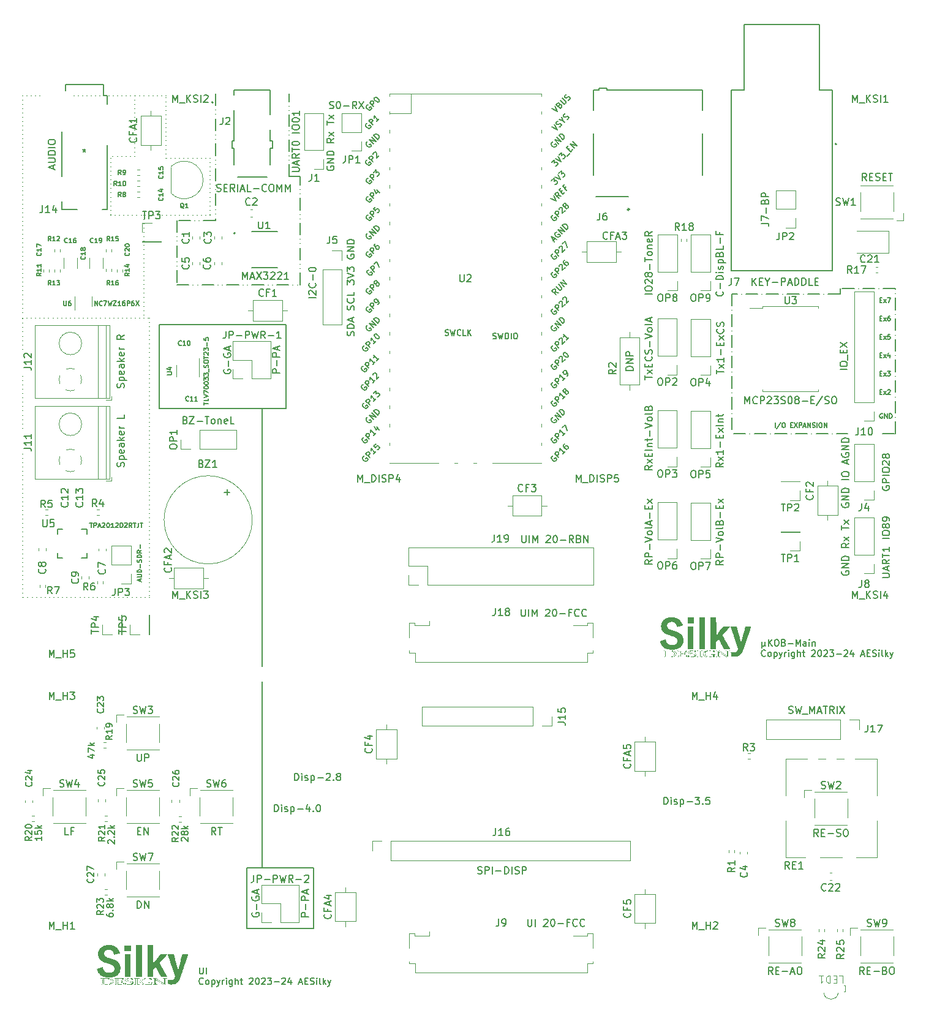
<source format=gbr>
%TF.GenerationSoftware,KiCad,Pcbnew,7.0.2*%
%TF.CreationDate,2024-01-05T18:48:20-08:00*%
%TF.ProjectId,MuKOB,4d754b4f-422e-46b6-9963-61645f706362,1.0*%
%TF.SameCoordinates,Original*%
%TF.FileFunction,Legend,Top*%
%TF.FilePolarity,Positive*%
%FSLAX46Y46*%
G04 Gerber Fmt 4.6, Leading zero omitted, Abs format (unit mm)*
G04 Created by KiCad (PCBNEW 7.0.2) date 2024-01-05 18:48:20*
%MOMM*%
%LPD*%
G01*
G04 APERTURE LIST*
%ADD10C,0.150000*%
%ADD11C,0.100000*%
%ADD12C,0.120000*%
%ADD13C,0.152400*%
%ADD14C,0.200000*%
%ADD15C,0.240000*%
%ADD16C,0.127000*%
G04 APERTURE END LIST*
D10*
X62738000Y-67056000D02*
X62738000Y-67056000D01*
X63338000Y-67056000D02*
X63338000Y-67056000D01*
X63938000Y-67056000D02*
X63938000Y-67056000D01*
X64538000Y-67056000D02*
X64538000Y-67056000D01*
X65138000Y-67056000D02*
X65138000Y-67056000D01*
X65738000Y-67056000D02*
X65738000Y-67056000D01*
X66338000Y-67056000D02*
X66338000Y-67056000D01*
X66938000Y-67056000D02*
X66938000Y-67056000D01*
X169418000Y-97282000D02*
X171068000Y-97282000D01*
X76454000Y-59182000D02*
X76454000Y-59182000D01*
X76454000Y-59782000D02*
X76454000Y-59782000D01*
X76454000Y-60382000D02*
X76454000Y-60382000D01*
X76454000Y-60982000D02*
X76454000Y-60982000D01*
X76454000Y-61582000D02*
X76454000Y-61582000D01*
X76454000Y-62182000D02*
X76454000Y-62182000D01*
X76454000Y-62782000D02*
X76454000Y-62782000D01*
X76454000Y-63382000D02*
X76454000Y-63382000D01*
X76454000Y-63982000D02*
X76454000Y-63982000D01*
X76454000Y-64582000D02*
X76454000Y-64582000D01*
X76454000Y-65182000D02*
X76454000Y-65182000D01*
X76454000Y-65782000D02*
X76454000Y-65782000D01*
X76454000Y-66382000D02*
X76454000Y-66382000D01*
X76454000Y-66982000D02*
X76454000Y-66982000D01*
X57658000Y-50546000D02*
X57658000Y-50546000D01*
X58258000Y-50546000D02*
X58258000Y-50546000D01*
X58858000Y-50546000D02*
X58858000Y-50546000D01*
X59458000Y-50546000D02*
X59458000Y-50546000D01*
X60058000Y-50546000D02*
X60058000Y-50546000D01*
X60658000Y-50546000D02*
X60658000Y-50546000D01*
X61258000Y-50546000D02*
X61258000Y-50546000D01*
X61858000Y-50546000D02*
X61858000Y-50546000D01*
X62458000Y-50546000D02*
X62458000Y-50546000D01*
X63058000Y-50546000D02*
X63058000Y-50546000D01*
X63658000Y-50546000D02*
X63658000Y-50546000D01*
X64258000Y-50546000D02*
X64258000Y-50546000D01*
X64858000Y-50546000D02*
X64858000Y-50546000D01*
X65458000Y-50546000D02*
X65458000Y-50546000D01*
X87376000Y-61722000D02*
X87376000Y-60072000D01*
X87376000Y-59472000D02*
X87376000Y-59472000D01*
X87376000Y-58872000D02*
X87376000Y-58872000D01*
X87376000Y-58272000D02*
X87376000Y-56622000D01*
X87376000Y-56022000D02*
X87376000Y-56022000D01*
X87376000Y-55422000D02*
X87376000Y-55422000D01*
X87376000Y-54822000D02*
X87376000Y-53172000D01*
X87376000Y-52572000D02*
X87376000Y-52572000D01*
X87376000Y-51972000D02*
X87376000Y-51972000D01*
X87376000Y-51372000D02*
X87376000Y-50292000D01*
X77216000Y-50292000D02*
X77216000Y-51942000D01*
X77216000Y-52542000D02*
X77216000Y-52542000D01*
X77216000Y-53142000D02*
X77216000Y-53142000D01*
X77216000Y-53742000D02*
X77216000Y-55392000D01*
X77216000Y-55992000D02*
X77216000Y-55992000D01*
X77216000Y-56592000D02*
X77216000Y-56592000D01*
X77216000Y-57192000D02*
X77216000Y-58842000D01*
X77216000Y-59442000D02*
X77216000Y-59442000D01*
X77216000Y-60042000D02*
X77216000Y-60042000D01*
X77216000Y-60642000D02*
X77216000Y-62292000D01*
X77216000Y-62892000D02*
X77216000Y-62892000D01*
X77216000Y-63492000D02*
X77216000Y-63492000D01*
X77216000Y-64092000D02*
X77216000Y-65742000D01*
X77216000Y-66342000D02*
X77216000Y-66342000D01*
X77216000Y-66942000D02*
X77216000Y-66942000D01*
X77216000Y-67542000D02*
X77216000Y-67818000D01*
X50546000Y-81280000D02*
X50546000Y-81280000D01*
X51146000Y-81280000D02*
X51146000Y-81280000D01*
X51746000Y-81280000D02*
X51746000Y-81280000D01*
X52346000Y-81280000D02*
X52346000Y-81280000D01*
X52946000Y-81280000D02*
X52946000Y-81280000D01*
X53546000Y-81280000D02*
X53546000Y-81280000D01*
X54146000Y-81280000D02*
X54146000Y-81280000D01*
X54746000Y-81280000D02*
X54746000Y-81280000D01*
X55346000Y-81280000D02*
X55346000Y-81280000D01*
X55946000Y-81280000D02*
X55946000Y-81280000D01*
X56546000Y-81280000D02*
X56546000Y-81280000D01*
X57146000Y-81280000D02*
X57146000Y-81280000D01*
X57746000Y-81280000D02*
X57746000Y-81280000D01*
X58346000Y-81280000D02*
X58346000Y-81280000D01*
X58946000Y-81280000D02*
X58946000Y-81280000D01*
X59546000Y-81280000D02*
X59546000Y-81280000D01*
X60146000Y-81280000D02*
X60146000Y-81280000D01*
X60746000Y-81280000D02*
X60746000Y-81280000D01*
X61346000Y-81280000D02*
X61346000Y-81280000D01*
X61946000Y-81280000D02*
X61946000Y-81280000D01*
X62546000Y-81280000D02*
X62546000Y-81280000D01*
X63146000Y-81280000D02*
X63146000Y-81280000D01*
X63746000Y-81280000D02*
X63746000Y-81280000D01*
X64346000Y-81280000D02*
X64346000Y-81280000D01*
X64946000Y-81280000D02*
X64946000Y-81280000D01*
X65546000Y-81280000D02*
X65546000Y-81280000D01*
X66146000Y-81280000D02*
X66146000Y-81280000D01*
X66746000Y-81280000D02*
X66746000Y-81280000D01*
X67346000Y-81280000D02*
X67346000Y-81280000D01*
X67946000Y-81280000D02*
X67946000Y-81280000D01*
X50546000Y-50546000D02*
X50546000Y-50546000D01*
X51146000Y-50546000D02*
X51146000Y-50546000D01*
X51746000Y-50546000D02*
X51746000Y-50546000D01*
X52346000Y-50546000D02*
X52346000Y-50546000D01*
X52946000Y-50546000D02*
X52946000Y-50546000D01*
X76454000Y-59182000D02*
X76454000Y-59182000D01*
X75854000Y-59182000D02*
X75854000Y-59182000D01*
X75254000Y-59182000D02*
X75254000Y-59182000D01*
X74654000Y-59182000D02*
X74654000Y-59182000D01*
X74054000Y-59182000D02*
X74054000Y-59182000D01*
X73454000Y-59182000D02*
X73454000Y-59182000D01*
X72854000Y-59182000D02*
X72854000Y-59182000D01*
X72254000Y-59182000D02*
X72254000Y-59182000D01*
X71654000Y-59182000D02*
X71654000Y-59182000D01*
X71054000Y-59182000D02*
X71054000Y-59182000D01*
X70454000Y-59182000D02*
X70454000Y-59182000D01*
X66040000Y-58928000D02*
X66040000Y-58928000D01*
X65440000Y-58928000D02*
X65440000Y-58928000D01*
X64840000Y-58928000D02*
X64840000Y-58928000D01*
X64240000Y-58928000D02*
X64240000Y-58928000D01*
X63640000Y-58928000D02*
X63640000Y-58928000D01*
X63040000Y-58928000D02*
X63040000Y-58928000D01*
X88900000Y-76708000D02*
X88900000Y-75058000D01*
X88900000Y-74458000D02*
X88900000Y-74458000D01*
X88900000Y-73858000D02*
X88900000Y-73858000D01*
X88900000Y-73258000D02*
X88900000Y-71608000D01*
X88900000Y-71008000D02*
X88900000Y-71008000D01*
X88900000Y-70408000D02*
X88900000Y-70408000D01*
X88900000Y-69808000D02*
X88900000Y-68158000D01*
X88900000Y-67558000D02*
X88900000Y-67558000D01*
X88900000Y-66958000D02*
X88900000Y-66958000D01*
X88900000Y-66358000D02*
X88900000Y-64708000D01*
X88900000Y-64108000D02*
X88900000Y-64108000D01*
X88900000Y-63508000D02*
X88900000Y-63508000D01*
X88900000Y-62908000D02*
X88900000Y-61722000D01*
X83680000Y-157364000D02*
X83680000Y-131564000D01*
X148844000Y-97282000D02*
X150494000Y-97282000D01*
X151094000Y-97282000D02*
X151094000Y-97282000D01*
X151694000Y-97282000D02*
X153344000Y-97282000D01*
X153944000Y-97282000D02*
X153944000Y-97282000D01*
X154544000Y-97282000D02*
X156194000Y-97282000D01*
X156794000Y-97282000D02*
X156794000Y-97282000D01*
X157394000Y-97282000D02*
X159044000Y-97282000D01*
X159644000Y-97282000D02*
X159644000Y-97282000D01*
X160244000Y-97282000D02*
X161894000Y-97282000D01*
X162494000Y-97282000D02*
X162494000Y-97282000D01*
X163094000Y-97282000D02*
X164592000Y-97282000D01*
X50546000Y-119888000D02*
X50546000Y-119888000D01*
X50546000Y-119288000D02*
X50546000Y-119288000D01*
X50546000Y-118688000D02*
X50546000Y-118688000D01*
X50546000Y-118088000D02*
X50546000Y-118088000D01*
X50546000Y-117488000D02*
X50546000Y-117488000D01*
X50546000Y-116888000D02*
X50546000Y-116888000D01*
X50546000Y-116288000D02*
X50546000Y-116288000D01*
X50546000Y-115688000D02*
X50546000Y-115688000D01*
X50546000Y-115088000D02*
X50546000Y-115088000D01*
X50546000Y-114488000D02*
X50546000Y-114488000D01*
X50546000Y-113888000D02*
X50546000Y-113888000D01*
X50546000Y-113288000D02*
X50546000Y-113288000D01*
X50546000Y-112688000D02*
X50546000Y-112688000D01*
X50546000Y-112088000D02*
X50546000Y-112088000D01*
X50546000Y-111488000D02*
X50546000Y-111488000D01*
X50546000Y-110888000D02*
X50546000Y-110888000D01*
X50546000Y-110288000D02*
X50546000Y-110288000D01*
X50546000Y-109688000D02*
X50546000Y-109688000D01*
X50546000Y-109088000D02*
X50546000Y-109088000D01*
X50546000Y-108488000D02*
X50546000Y-108488000D01*
X50546000Y-107888000D02*
X50546000Y-107888000D01*
X50546000Y-107288000D02*
X50546000Y-107288000D01*
X50546000Y-106688000D02*
X50546000Y-106688000D01*
X50546000Y-106088000D02*
X50546000Y-106088000D01*
X50546000Y-105488000D02*
X50546000Y-105488000D01*
X50546000Y-104888000D02*
X50546000Y-104888000D01*
X50546000Y-104288000D02*
X50546000Y-104288000D01*
X50546000Y-103688000D02*
X50546000Y-103688000D01*
X50546000Y-103088000D02*
X50546000Y-103088000D01*
X50546000Y-102488000D02*
X50546000Y-102488000D01*
X50546000Y-101888000D02*
X50546000Y-101888000D01*
X50546000Y-101288000D02*
X50546000Y-101288000D01*
X50546000Y-100688000D02*
X50546000Y-100688000D01*
X50546000Y-100088000D02*
X50546000Y-100088000D01*
X70358000Y-59182000D02*
X70358000Y-59182000D01*
X70358000Y-58582000D02*
X70358000Y-58582000D01*
X70358000Y-57982000D02*
X70358000Y-57982000D01*
X70358000Y-57382000D02*
X70358000Y-57382000D01*
X70358000Y-56782000D02*
X70358000Y-56782000D01*
X70358000Y-56182000D02*
X70358000Y-56182000D01*
X70358000Y-55582000D02*
X70358000Y-55582000D01*
X70358000Y-54982000D02*
X70358000Y-54982000D01*
X70358000Y-54382000D02*
X70358000Y-54382000D01*
X70358000Y-53782000D02*
X70358000Y-53782000D01*
X70358000Y-53182000D02*
X70358000Y-53182000D01*
X70358000Y-52582000D02*
X70358000Y-52582000D01*
X70358000Y-51982000D02*
X70358000Y-51982000D01*
X70358000Y-51382000D02*
X70358000Y-51382000D01*
X70358000Y-50782000D02*
X70358000Y-50782000D01*
X50546000Y-96520000D02*
X50546000Y-96520000D01*
X50546000Y-95920000D02*
X50546000Y-95920000D01*
X50546000Y-95320000D02*
X50546000Y-95320000D01*
X50546000Y-94720000D02*
X50546000Y-94720000D01*
X50546000Y-94120000D02*
X50546000Y-94120000D01*
X50546000Y-93520000D02*
X50546000Y-93520000D01*
X50546000Y-92920000D02*
X50546000Y-92920000D01*
X50546000Y-92320000D02*
X50546000Y-92320000D01*
X50546000Y-91720000D02*
X50546000Y-91720000D01*
X50546000Y-91120000D02*
X50546000Y-91120000D01*
X50546000Y-90520000D02*
X50546000Y-90520000D01*
X50546000Y-89920000D02*
X50546000Y-89920000D01*
X50546000Y-89320000D02*
X50546000Y-89320000D01*
X83680000Y-129514000D02*
X83680000Y-93864000D01*
X148590000Y-77978000D02*
X148590000Y-79628000D01*
X148590000Y-80228000D02*
X148590000Y-80228000D01*
X148590000Y-80828000D02*
X148590000Y-82478000D01*
X148590000Y-83078000D02*
X148590000Y-83078000D01*
X148590000Y-83678000D02*
X148590000Y-85328000D01*
X148590000Y-85928000D02*
X148590000Y-85928000D01*
X148590000Y-86528000D02*
X148590000Y-88178000D01*
X148590000Y-88778000D02*
X148590000Y-88778000D01*
X148590000Y-89378000D02*
X148590000Y-91028000D01*
X148590000Y-91628000D02*
X148590000Y-91628000D01*
X148590000Y-92228000D02*
X148590000Y-93878000D01*
X148590000Y-94478000D02*
X148590000Y-94478000D01*
X148590000Y-95078000D02*
X148590000Y-96728000D01*
X163576000Y-77216000D02*
X163576000Y-77978000D01*
X50546000Y-80518000D02*
X50546000Y-80518000D01*
X50546000Y-79918000D02*
X50546000Y-79918000D01*
X50546000Y-79318000D02*
X50546000Y-79318000D01*
X50546000Y-78718000D02*
X50546000Y-78718000D01*
X50546000Y-78118000D02*
X50546000Y-78118000D01*
X50546000Y-77518000D02*
X50546000Y-77518000D01*
X50546000Y-76918000D02*
X50546000Y-76918000D01*
X50546000Y-76318000D02*
X50546000Y-76318000D01*
X50546000Y-75718000D02*
X50546000Y-75718000D01*
X50546000Y-75118000D02*
X50546000Y-75118000D01*
X50546000Y-74518000D02*
X50546000Y-74518000D01*
X50546000Y-73918000D02*
X50546000Y-73918000D01*
X50546000Y-73318000D02*
X50546000Y-73318000D01*
X50546000Y-72718000D02*
X50546000Y-72718000D01*
X50546000Y-72118000D02*
X50546000Y-72118000D01*
X50546000Y-71518000D02*
X50546000Y-71518000D01*
X50546000Y-70918000D02*
X50546000Y-70918000D01*
X50546000Y-70318000D02*
X50546000Y-70318000D01*
X50546000Y-69718000D02*
X50546000Y-69718000D01*
X50546000Y-69118000D02*
X50546000Y-69118000D01*
X50546000Y-68518000D02*
X50546000Y-68518000D01*
X50546000Y-67918000D02*
X50546000Y-67918000D01*
X50546000Y-67318000D02*
X50546000Y-67318000D01*
X50546000Y-66718000D02*
X50546000Y-66718000D01*
X50546000Y-66118000D02*
X50546000Y-66118000D01*
X50546000Y-65518000D02*
X50546000Y-65518000D01*
X50546000Y-64918000D02*
X50546000Y-64918000D01*
X50546000Y-64318000D02*
X50546000Y-64318000D01*
X50546000Y-63718000D02*
X50546000Y-63718000D01*
X50546000Y-63118000D02*
X50546000Y-63118000D01*
X50546000Y-62518000D02*
X50546000Y-62518000D01*
X50546000Y-61918000D02*
X50546000Y-61918000D01*
X50546000Y-61318000D02*
X50546000Y-61318000D01*
X50546000Y-60718000D02*
X50546000Y-60718000D01*
X50546000Y-60118000D02*
X50546000Y-60118000D01*
X50546000Y-59518000D02*
X50546000Y-59518000D01*
X50546000Y-58918000D02*
X50546000Y-58918000D01*
X50546000Y-58318000D02*
X50546000Y-58318000D01*
X50546000Y-57718000D02*
X50546000Y-57718000D01*
X50546000Y-57118000D02*
X50546000Y-57118000D01*
X50546000Y-56518000D02*
X50546000Y-56518000D01*
X50546000Y-55918000D02*
X50546000Y-55918000D01*
X50546000Y-55318000D02*
X50546000Y-55318000D01*
X50546000Y-54718000D02*
X50546000Y-54718000D01*
X50546000Y-54118000D02*
X50546000Y-54118000D01*
X50546000Y-53518000D02*
X50546000Y-53518000D01*
X50546000Y-52918000D02*
X50546000Y-52918000D01*
X50546000Y-52318000D02*
X50546000Y-52318000D01*
X50546000Y-51718000D02*
X50546000Y-51718000D01*
X50546000Y-51118000D02*
X50546000Y-51118000D01*
X171196000Y-77216000D02*
X169546000Y-77216000D01*
X168946000Y-77216000D02*
X168946000Y-77216000D01*
X168346000Y-77216000D02*
X166696000Y-77216000D01*
X166096000Y-77216000D02*
X166096000Y-77216000D01*
X165496000Y-77216000D02*
X163846000Y-77216000D01*
X81530000Y-157364000D02*
X90780000Y-157364000D01*
X90780000Y-165714000D01*
X81530000Y-165714000D01*
X81530000Y-157364000D01*
X67310000Y-67056000D02*
X67310000Y-67056000D01*
X67310000Y-67656000D02*
X67310000Y-67656000D01*
X67310000Y-68256000D02*
X67310000Y-68256000D01*
X67310000Y-68856000D02*
X67310000Y-68856000D01*
X67310000Y-69456000D02*
X67310000Y-69456000D01*
X67310000Y-70056000D02*
X67310000Y-70056000D01*
X67310000Y-70656000D02*
X67310000Y-70656000D01*
X67310000Y-71256000D02*
X67310000Y-71256000D01*
X67310000Y-71856000D02*
X67310000Y-71856000D01*
X67310000Y-72456000D02*
X67310000Y-72456000D01*
X67310000Y-73056000D02*
X67310000Y-73056000D01*
X67310000Y-73656000D02*
X67310000Y-73656000D01*
X67310000Y-74256000D02*
X67310000Y-74256000D01*
X67310000Y-74856000D02*
X67310000Y-74856000D01*
X67310000Y-75456000D02*
X67310000Y-75456000D01*
X67310000Y-76056000D02*
X67310000Y-76056000D01*
X67310000Y-76656000D02*
X67310000Y-76656000D01*
X67310000Y-77256000D02*
X67310000Y-77256000D01*
X67310000Y-77856000D02*
X67310000Y-77856000D01*
X67310000Y-78456000D02*
X67310000Y-78456000D01*
X67310000Y-79056000D02*
X67310000Y-79056000D01*
X67310000Y-79656000D02*
X67310000Y-79656000D01*
X67310000Y-80256000D02*
X67310000Y-80256000D01*
X67310000Y-80856000D02*
X67310000Y-80856000D01*
X88900000Y-61722000D02*
X87376000Y-61722000D01*
X62738000Y-59182000D02*
X62738000Y-59182000D01*
X62738000Y-59782000D02*
X62738000Y-59782000D01*
X62738000Y-60382000D02*
X62738000Y-60382000D01*
X62738000Y-60982000D02*
X62738000Y-60982000D01*
X62738000Y-61582000D02*
X62738000Y-61582000D01*
X62738000Y-62182000D02*
X62738000Y-62182000D01*
X62738000Y-62782000D02*
X62738000Y-62782000D01*
X62738000Y-63382000D02*
X62738000Y-63382000D01*
X62738000Y-63982000D02*
X62738000Y-63982000D01*
X62738000Y-64582000D02*
X62738000Y-64582000D01*
X62738000Y-65182000D02*
X62738000Y-65182000D01*
X62738000Y-65782000D02*
X62738000Y-65782000D01*
X62738000Y-66382000D02*
X62738000Y-66382000D01*
X62738000Y-66982000D02*
X62738000Y-66982000D01*
X71882000Y-67818000D02*
X71882000Y-69468000D01*
X71882000Y-70068000D02*
X71882000Y-70068000D01*
X71882000Y-70668000D02*
X71882000Y-70668000D01*
X71882000Y-71268000D02*
X71882000Y-72918000D01*
X71882000Y-73518000D02*
X71882000Y-73518000D01*
X71882000Y-74118000D02*
X71882000Y-74118000D01*
X71882000Y-74718000D02*
X71882000Y-76368000D01*
X69430000Y-82214000D02*
X86930000Y-82214000D01*
X86930000Y-93864000D01*
X69430000Y-93864000D01*
X69430000Y-82214000D01*
X66040000Y-50546000D02*
X66040000Y-50546000D01*
X66040000Y-51146000D02*
X66040000Y-51146000D01*
X66040000Y-51746000D02*
X66040000Y-51746000D01*
X66040000Y-52346000D02*
X66040000Y-52346000D01*
X66040000Y-52946000D02*
X66040000Y-52946000D01*
X66040000Y-53546000D02*
X66040000Y-53546000D01*
X66040000Y-54146000D02*
X66040000Y-54146000D01*
X66040000Y-54746000D02*
X66040000Y-54746000D01*
X66040000Y-55346000D02*
X66040000Y-55346000D01*
X66040000Y-55946000D02*
X66040000Y-55946000D01*
X66040000Y-56546000D02*
X66040000Y-56546000D01*
X66040000Y-57146000D02*
X66040000Y-57146000D01*
X66040000Y-57746000D02*
X66040000Y-57746000D01*
X66040000Y-58346000D02*
X66040000Y-58346000D01*
X66040000Y-58946000D02*
X66040000Y-58946000D01*
X76454000Y-67056000D02*
X76454000Y-67056000D01*
X75854000Y-67056000D02*
X75854000Y-67056000D01*
X75254000Y-67056000D02*
X75254000Y-67056000D01*
X74654000Y-67056000D02*
X74654000Y-67056000D01*
X74054000Y-67056000D02*
X74054000Y-67056000D01*
X73454000Y-67056000D02*
X73454000Y-67056000D01*
X72854000Y-67056000D02*
X72854000Y-67056000D01*
X72254000Y-67056000D02*
X72254000Y-67056000D01*
X71654000Y-67056000D02*
X71654000Y-67056000D01*
X71054000Y-67056000D02*
X71054000Y-67056000D01*
X70454000Y-67056000D02*
X70454000Y-67056000D01*
X69854000Y-67056000D02*
X69854000Y-67056000D01*
X69254000Y-67056000D02*
X69254000Y-67056000D01*
X68654000Y-67056000D02*
X68654000Y-67056000D01*
X68054000Y-67056000D02*
X68054000Y-67056000D01*
X67454000Y-67056000D02*
X67454000Y-67056000D01*
X163576000Y-77978000D02*
X161926000Y-77978000D01*
X161326000Y-77978000D02*
X161326000Y-77978000D01*
X160726000Y-77978000D02*
X159076000Y-77978000D01*
X158476000Y-77978000D02*
X158476000Y-77978000D01*
X157876000Y-77978000D02*
X156226000Y-77978000D01*
X155626000Y-77978000D02*
X155626000Y-77978000D01*
X155026000Y-77978000D02*
X153376000Y-77978000D01*
X152776000Y-77978000D02*
X152776000Y-77978000D01*
X152176000Y-77978000D02*
X150526000Y-77978000D01*
X149926000Y-77978000D02*
X149926000Y-77978000D01*
X149326000Y-77978000D02*
X148590000Y-77978000D01*
X68072000Y-81280000D02*
X68072000Y-81280000D01*
X68072000Y-81880000D02*
X68072000Y-81880000D01*
X68072000Y-82480000D02*
X68072000Y-82480000D01*
X68072000Y-83080000D02*
X68072000Y-83080000D01*
X68072000Y-83680000D02*
X68072000Y-83680000D01*
X68072000Y-84280000D02*
X68072000Y-84280000D01*
X68072000Y-84880000D02*
X68072000Y-84880000D01*
X68072000Y-85480000D02*
X68072000Y-85480000D01*
X68072000Y-86080000D02*
X68072000Y-86080000D01*
X68072000Y-86680000D02*
X68072000Y-86680000D01*
X68072000Y-87280000D02*
X68072000Y-87280000D01*
X68072000Y-87880000D02*
X68072000Y-87880000D01*
X68072000Y-88480000D02*
X68072000Y-88480000D01*
X68072000Y-89080000D02*
X68072000Y-89080000D01*
X68072000Y-89680000D02*
X68072000Y-89680000D01*
X68072000Y-90280000D02*
X68072000Y-90280000D01*
X68072000Y-90880000D02*
X68072000Y-90880000D01*
X68072000Y-91480000D02*
X68072000Y-91480000D01*
X68072000Y-92080000D02*
X68072000Y-92080000D01*
X68072000Y-92680000D02*
X68072000Y-92680000D01*
X68072000Y-93280000D02*
X68072000Y-93280000D01*
X68072000Y-93880000D02*
X68072000Y-93880000D01*
X68072000Y-94480000D02*
X68072000Y-94480000D01*
X68072000Y-95080000D02*
X68072000Y-95080000D01*
X68072000Y-95680000D02*
X68072000Y-95680000D01*
X68072000Y-96280000D02*
X68072000Y-96280000D01*
X68072000Y-96880000D02*
X68072000Y-96880000D01*
X68072000Y-97480000D02*
X68072000Y-97480000D01*
X68072000Y-98080000D02*
X68072000Y-98080000D01*
X68072000Y-98680000D02*
X68072000Y-98680000D01*
X68072000Y-99280000D02*
X68072000Y-99280000D01*
X68072000Y-99880000D02*
X68072000Y-99880000D01*
X68072000Y-100480000D02*
X68072000Y-100480000D01*
X68072000Y-101080000D02*
X68072000Y-101080000D01*
X68072000Y-101680000D02*
X68072000Y-101680000D01*
X68072000Y-102280000D02*
X68072000Y-102280000D01*
X68072000Y-102880000D02*
X68072000Y-102880000D01*
X68072000Y-103480000D02*
X68072000Y-103480000D01*
X68072000Y-104080000D02*
X68072000Y-104080000D01*
X68072000Y-104680000D02*
X68072000Y-104680000D01*
X68072000Y-105280000D02*
X68072000Y-105280000D01*
X68072000Y-105880000D02*
X68072000Y-105880000D01*
X68072000Y-106480000D02*
X68072000Y-106480000D01*
X68072000Y-107080000D02*
X68072000Y-107080000D01*
X68072000Y-107680000D02*
X68072000Y-107680000D01*
X68072000Y-108280000D02*
X68072000Y-108280000D01*
X68072000Y-108880000D02*
X68072000Y-108880000D01*
X68072000Y-109480000D02*
X68072000Y-109480000D01*
X68072000Y-110080000D02*
X68072000Y-110080000D01*
X68072000Y-110680000D02*
X68072000Y-110680000D01*
X68072000Y-111280000D02*
X68072000Y-111280000D01*
X68072000Y-111880000D02*
X68072000Y-111880000D01*
X68072000Y-112480000D02*
X68072000Y-112480000D01*
X68072000Y-113080000D02*
X68072000Y-113080000D01*
X68072000Y-113680000D02*
X68072000Y-113680000D01*
X68072000Y-114280000D02*
X68072000Y-114280000D01*
X68072000Y-114880000D02*
X68072000Y-114880000D01*
X68072000Y-115480000D02*
X68072000Y-115480000D01*
X68072000Y-116080000D02*
X68072000Y-116080000D01*
X68072000Y-116680000D02*
X68072000Y-116680000D01*
X68072000Y-117280000D02*
X68072000Y-117280000D01*
X68072000Y-117880000D02*
X68072000Y-117880000D01*
X68072000Y-118480000D02*
X68072000Y-118480000D01*
X68072000Y-119080000D02*
X68072000Y-119080000D01*
X68072000Y-119680000D02*
X68072000Y-119680000D01*
X70358000Y-50546000D02*
X70358000Y-50546000D01*
X69758000Y-50546000D02*
X69758000Y-50546000D01*
X69158000Y-50546000D02*
X69158000Y-50546000D01*
X68558000Y-50546000D02*
X68558000Y-50546000D01*
X67958000Y-50546000D02*
X67958000Y-50546000D01*
X67358000Y-50546000D02*
X67358000Y-50546000D01*
X66758000Y-50546000D02*
X66758000Y-50546000D01*
X66158000Y-50546000D02*
X66158000Y-50546000D01*
X71882000Y-76708000D02*
X73532000Y-76708000D01*
X74132000Y-76708000D02*
X74132000Y-76708000D01*
X74732000Y-76708000D02*
X74732000Y-76708000D01*
X75332000Y-76708000D02*
X76982000Y-76708000D01*
X77582000Y-76708000D02*
X77582000Y-76708000D01*
X78182000Y-76708000D02*
X78182000Y-76708000D01*
X78782000Y-76708000D02*
X80432000Y-76708000D01*
X81032000Y-76708000D02*
X81032000Y-76708000D01*
X81632000Y-76708000D02*
X81632000Y-76708000D01*
X82232000Y-76708000D02*
X83882000Y-76708000D01*
X84482000Y-76708000D02*
X84482000Y-76708000D01*
X85082000Y-76708000D02*
X85082000Y-76708000D01*
X85682000Y-76708000D02*
X87332000Y-76708000D01*
X87932000Y-76708000D02*
X87932000Y-76708000D01*
X88532000Y-76708000D02*
X88532000Y-76708000D01*
X77216000Y-67818000D02*
X75566000Y-67818000D01*
X74966000Y-67818000D02*
X74966000Y-67818000D01*
X74366000Y-67818000D02*
X74366000Y-67818000D01*
X73766000Y-67818000D02*
X72116000Y-67818000D01*
X68072000Y-119888000D02*
X68072000Y-119888000D01*
X67472000Y-119888000D02*
X67472000Y-119888000D01*
X66872000Y-119888000D02*
X66872000Y-119888000D01*
X66272000Y-119888000D02*
X66272000Y-119888000D01*
X65672000Y-119888000D02*
X65672000Y-119888000D01*
X65072000Y-119888000D02*
X65072000Y-119888000D01*
X64472000Y-119888000D02*
X64472000Y-119888000D01*
X63872000Y-119888000D02*
X63872000Y-119888000D01*
X63272000Y-119888000D02*
X63272000Y-119888000D01*
X62672000Y-119888000D02*
X62672000Y-119888000D01*
X62072000Y-119888000D02*
X62072000Y-119888000D01*
X61472000Y-119888000D02*
X61472000Y-119888000D01*
X60872000Y-119888000D02*
X60872000Y-119888000D01*
X60272000Y-119888000D02*
X60272000Y-119888000D01*
X59672000Y-119888000D02*
X59672000Y-119888000D01*
X59072000Y-119888000D02*
X59072000Y-119888000D01*
X58472000Y-119888000D02*
X58472000Y-119888000D01*
X57872000Y-119888000D02*
X57872000Y-119888000D01*
X57272000Y-119888000D02*
X57272000Y-119888000D01*
X56672000Y-119888000D02*
X56672000Y-119888000D01*
X56072000Y-119888000D02*
X56072000Y-119888000D01*
X55472000Y-119888000D02*
X55472000Y-119888000D01*
X54872000Y-119888000D02*
X54872000Y-119888000D01*
X54272000Y-119888000D02*
X54272000Y-119888000D01*
X53672000Y-119888000D02*
X53672000Y-119888000D01*
X53072000Y-119888000D02*
X53072000Y-119888000D01*
X52472000Y-119888000D02*
X52472000Y-119888000D01*
X51872000Y-119888000D02*
X51872000Y-119888000D01*
X51272000Y-119888000D02*
X51272000Y-119888000D01*
X50672000Y-119888000D02*
X50672000Y-119888000D01*
X50546000Y-85598000D02*
X50546000Y-85598000D01*
X50546000Y-84998000D02*
X50546000Y-84998000D01*
X50546000Y-84398000D02*
X50546000Y-84398000D01*
X50546000Y-83798000D02*
X50546000Y-83798000D01*
X50546000Y-83198000D02*
X50546000Y-83198000D01*
X50546000Y-82598000D02*
X50546000Y-82598000D01*
X50546000Y-81998000D02*
X50546000Y-81998000D01*
X50546000Y-81398000D02*
X50546000Y-81398000D01*
X171196000Y-97282000D02*
X171196000Y-95632000D01*
X171196000Y-95032000D02*
X171196000Y-95032000D01*
X171196000Y-94432000D02*
X171196000Y-92782000D01*
X171196000Y-92182000D02*
X171196000Y-92182000D01*
X171196000Y-91582000D02*
X171196000Y-89932000D01*
X171196000Y-89332000D02*
X171196000Y-89332000D01*
X171196000Y-88732000D02*
X171196000Y-87082000D01*
X171196000Y-86482000D02*
X171196000Y-86482000D01*
X171196000Y-85882000D02*
X171196000Y-84232000D01*
X171196000Y-83632000D02*
X171196000Y-83632000D01*
X171196000Y-83032000D02*
X171196000Y-81382000D01*
X171196000Y-80782000D02*
X171196000Y-80782000D01*
X171196000Y-80182000D02*
X171196000Y-78532000D01*
X171196000Y-77932000D02*
X171196000Y-77932000D01*
X171196000Y-77332000D02*
X171196000Y-77216000D01*
X169062499Y-91534116D02*
X169275998Y-91534116D01*
X169367498Y-91869615D02*
X169062499Y-91869615D01*
X169062499Y-91869615D02*
X169062499Y-91229117D01*
X169062499Y-91229117D02*
X169367498Y-91229117D01*
X169580997Y-91869615D02*
X169916496Y-91442617D01*
X169580997Y-91442617D02*
X169916496Y-91869615D01*
X170129995Y-91290117D02*
X170160495Y-91259617D01*
X170160495Y-91259617D02*
X170221495Y-91229117D01*
X170221495Y-91229117D02*
X170373994Y-91229117D01*
X170373994Y-91229117D02*
X170434994Y-91259617D01*
X170434994Y-91259617D02*
X170465494Y-91290117D01*
X170465494Y-91290117D02*
X170495994Y-91351117D01*
X170495994Y-91351117D02*
X170495994Y-91412117D01*
X170495994Y-91412117D02*
X170465494Y-91503617D01*
X170465494Y-91503617D02*
X170099495Y-91869615D01*
X170099495Y-91869615D02*
X170495994Y-91869615D01*
X75011539Y-171120727D02*
X75011539Y-171840394D01*
X75011539Y-171840394D02*
X75053873Y-171925060D01*
X75053873Y-171925060D02*
X75096206Y-171967394D01*
X75096206Y-171967394D02*
X75180873Y-172009727D01*
X75180873Y-172009727D02*
X75350206Y-172009727D01*
X75350206Y-172009727D02*
X75434873Y-171967394D01*
X75434873Y-171967394D02*
X75477206Y-171925060D01*
X75477206Y-171925060D02*
X75519539Y-171840394D01*
X75519539Y-171840394D02*
X75519539Y-171120727D01*
X75942872Y-172009727D02*
X75942872Y-171120727D01*
X75519539Y-173365240D02*
X75477206Y-173407574D01*
X75477206Y-173407574D02*
X75350206Y-173449907D01*
X75350206Y-173449907D02*
X75265539Y-173449907D01*
X75265539Y-173449907D02*
X75138539Y-173407574D01*
X75138539Y-173407574D02*
X75053873Y-173322907D01*
X75053873Y-173322907D02*
X75011539Y-173238240D01*
X75011539Y-173238240D02*
X74969206Y-173068907D01*
X74969206Y-173068907D02*
X74969206Y-172941907D01*
X74969206Y-172941907D02*
X75011539Y-172772574D01*
X75011539Y-172772574D02*
X75053873Y-172687907D01*
X75053873Y-172687907D02*
X75138539Y-172603240D01*
X75138539Y-172603240D02*
X75265539Y-172560907D01*
X75265539Y-172560907D02*
X75350206Y-172560907D01*
X75350206Y-172560907D02*
X75477206Y-172603240D01*
X75477206Y-172603240D02*
X75519539Y-172645574D01*
X76027539Y-173449907D02*
X75942873Y-173407574D01*
X75942873Y-173407574D02*
X75900539Y-173365240D01*
X75900539Y-173365240D02*
X75858206Y-173280574D01*
X75858206Y-173280574D02*
X75858206Y-173026574D01*
X75858206Y-173026574D02*
X75900539Y-172941907D01*
X75900539Y-172941907D02*
X75942873Y-172899574D01*
X75942873Y-172899574D02*
X76027539Y-172857240D01*
X76027539Y-172857240D02*
X76154539Y-172857240D01*
X76154539Y-172857240D02*
X76239206Y-172899574D01*
X76239206Y-172899574D02*
X76281539Y-172941907D01*
X76281539Y-172941907D02*
X76323873Y-173026574D01*
X76323873Y-173026574D02*
X76323873Y-173280574D01*
X76323873Y-173280574D02*
X76281539Y-173365240D01*
X76281539Y-173365240D02*
X76239206Y-173407574D01*
X76239206Y-173407574D02*
X76154539Y-173449907D01*
X76154539Y-173449907D02*
X76027539Y-173449907D01*
X76704872Y-172857240D02*
X76704872Y-173746240D01*
X76704872Y-172899574D02*
X76789539Y-172857240D01*
X76789539Y-172857240D02*
X76958872Y-172857240D01*
X76958872Y-172857240D02*
X77043539Y-172899574D01*
X77043539Y-172899574D02*
X77085872Y-172941907D01*
X77085872Y-172941907D02*
X77128206Y-173026574D01*
X77128206Y-173026574D02*
X77128206Y-173280574D01*
X77128206Y-173280574D02*
X77085872Y-173365240D01*
X77085872Y-173365240D02*
X77043539Y-173407574D01*
X77043539Y-173407574D02*
X76958872Y-173449907D01*
X76958872Y-173449907D02*
X76789539Y-173449907D01*
X76789539Y-173449907D02*
X76704872Y-173407574D01*
X77424539Y-172857240D02*
X77636205Y-173449907D01*
X77847872Y-172857240D02*
X77636205Y-173449907D01*
X77636205Y-173449907D02*
X77551539Y-173661574D01*
X77551539Y-173661574D02*
X77509205Y-173703907D01*
X77509205Y-173703907D02*
X77424539Y-173746240D01*
X78186538Y-173449907D02*
X78186538Y-172857240D01*
X78186538Y-173026574D02*
X78228872Y-172941907D01*
X78228872Y-172941907D02*
X78271205Y-172899574D01*
X78271205Y-172899574D02*
X78355872Y-172857240D01*
X78355872Y-172857240D02*
X78440538Y-172857240D01*
X78736871Y-173449907D02*
X78736871Y-172857240D01*
X78736871Y-172560907D02*
X78694538Y-172603240D01*
X78694538Y-172603240D02*
X78736871Y-172645574D01*
X78736871Y-172645574D02*
X78779205Y-172603240D01*
X78779205Y-172603240D02*
X78736871Y-172560907D01*
X78736871Y-172560907D02*
X78736871Y-172645574D01*
X79541204Y-172857240D02*
X79541204Y-173576907D01*
X79541204Y-173576907D02*
X79498871Y-173661574D01*
X79498871Y-173661574D02*
X79456538Y-173703907D01*
X79456538Y-173703907D02*
X79371871Y-173746240D01*
X79371871Y-173746240D02*
X79244871Y-173746240D01*
X79244871Y-173746240D02*
X79160204Y-173703907D01*
X79541204Y-173407574D02*
X79456538Y-173449907D01*
X79456538Y-173449907D02*
X79287204Y-173449907D01*
X79287204Y-173449907D02*
X79202538Y-173407574D01*
X79202538Y-173407574D02*
X79160204Y-173365240D01*
X79160204Y-173365240D02*
X79117871Y-173280574D01*
X79117871Y-173280574D02*
X79117871Y-173026574D01*
X79117871Y-173026574D02*
X79160204Y-172941907D01*
X79160204Y-172941907D02*
X79202538Y-172899574D01*
X79202538Y-172899574D02*
X79287204Y-172857240D01*
X79287204Y-172857240D02*
X79456538Y-172857240D01*
X79456538Y-172857240D02*
X79541204Y-172899574D01*
X79964537Y-173449907D02*
X79964537Y-172560907D01*
X80345537Y-173449907D02*
X80345537Y-172984240D01*
X80345537Y-172984240D02*
X80303204Y-172899574D01*
X80303204Y-172899574D02*
X80218537Y-172857240D01*
X80218537Y-172857240D02*
X80091537Y-172857240D01*
X80091537Y-172857240D02*
X80006871Y-172899574D01*
X80006871Y-172899574D02*
X79964537Y-172941907D01*
X80641870Y-172857240D02*
X80980537Y-172857240D01*
X80768870Y-172560907D02*
X80768870Y-173322907D01*
X80768870Y-173322907D02*
X80811204Y-173407574D01*
X80811204Y-173407574D02*
X80895870Y-173449907D01*
X80895870Y-173449907D02*
X80980537Y-173449907D01*
X81911870Y-172645574D02*
X81954203Y-172603240D01*
X81954203Y-172603240D02*
X82038870Y-172560907D01*
X82038870Y-172560907D02*
X82250537Y-172560907D01*
X82250537Y-172560907D02*
X82335203Y-172603240D01*
X82335203Y-172603240D02*
X82377537Y-172645574D01*
X82377537Y-172645574D02*
X82419870Y-172730240D01*
X82419870Y-172730240D02*
X82419870Y-172814907D01*
X82419870Y-172814907D02*
X82377537Y-172941907D01*
X82377537Y-172941907D02*
X81869537Y-173449907D01*
X81869537Y-173449907D02*
X82419870Y-173449907D01*
X82970204Y-172560907D02*
X83054870Y-172560907D01*
X83054870Y-172560907D02*
X83139537Y-172603240D01*
X83139537Y-172603240D02*
X83181870Y-172645574D01*
X83181870Y-172645574D02*
X83224204Y-172730240D01*
X83224204Y-172730240D02*
X83266537Y-172899574D01*
X83266537Y-172899574D02*
X83266537Y-173111240D01*
X83266537Y-173111240D02*
X83224204Y-173280574D01*
X83224204Y-173280574D02*
X83181870Y-173365240D01*
X83181870Y-173365240D02*
X83139537Y-173407574D01*
X83139537Y-173407574D02*
X83054870Y-173449907D01*
X83054870Y-173449907D02*
X82970204Y-173449907D01*
X82970204Y-173449907D02*
X82885537Y-173407574D01*
X82885537Y-173407574D02*
X82843204Y-173365240D01*
X82843204Y-173365240D02*
X82800870Y-173280574D01*
X82800870Y-173280574D02*
X82758537Y-173111240D01*
X82758537Y-173111240D02*
X82758537Y-172899574D01*
X82758537Y-172899574D02*
X82800870Y-172730240D01*
X82800870Y-172730240D02*
X82843204Y-172645574D01*
X82843204Y-172645574D02*
X82885537Y-172603240D01*
X82885537Y-172603240D02*
X82970204Y-172560907D01*
X83605204Y-172645574D02*
X83647537Y-172603240D01*
X83647537Y-172603240D02*
X83732204Y-172560907D01*
X83732204Y-172560907D02*
X83943871Y-172560907D01*
X83943871Y-172560907D02*
X84028537Y-172603240D01*
X84028537Y-172603240D02*
X84070871Y-172645574D01*
X84070871Y-172645574D02*
X84113204Y-172730240D01*
X84113204Y-172730240D02*
X84113204Y-172814907D01*
X84113204Y-172814907D02*
X84070871Y-172941907D01*
X84070871Y-172941907D02*
X83562871Y-173449907D01*
X83562871Y-173449907D02*
X84113204Y-173449907D01*
X84409538Y-172560907D02*
X84959871Y-172560907D01*
X84959871Y-172560907D02*
X84663538Y-172899574D01*
X84663538Y-172899574D02*
X84790538Y-172899574D01*
X84790538Y-172899574D02*
X84875204Y-172941907D01*
X84875204Y-172941907D02*
X84917538Y-172984240D01*
X84917538Y-172984240D02*
X84959871Y-173068907D01*
X84959871Y-173068907D02*
X84959871Y-173280574D01*
X84959871Y-173280574D02*
X84917538Y-173365240D01*
X84917538Y-173365240D02*
X84875204Y-173407574D01*
X84875204Y-173407574D02*
X84790538Y-173449907D01*
X84790538Y-173449907D02*
X84536538Y-173449907D01*
X84536538Y-173449907D02*
X84451871Y-173407574D01*
X84451871Y-173407574D02*
X84409538Y-173365240D01*
X85340871Y-173111240D02*
X86018205Y-173111240D01*
X86399205Y-172645574D02*
X86441538Y-172603240D01*
X86441538Y-172603240D02*
X86526205Y-172560907D01*
X86526205Y-172560907D02*
X86737872Y-172560907D01*
X86737872Y-172560907D02*
X86822538Y-172603240D01*
X86822538Y-172603240D02*
X86864872Y-172645574D01*
X86864872Y-172645574D02*
X86907205Y-172730240D01*
X86907205Y-172730240D02*
X86907205Y-172814907D01*
X86907205Y-172814907D02*
X86864872Y-172941907D01*
X86864872Y-172941907D02*
X86356872Y-173449907D01*
X86356872Y-173449907D02*
X86907205Y-173449907D01*
X87669205Y-172857240D02*
X87669205Y-173449907D01*
X87457539Y-172518574D02*
X87245872Y-173153574D01*
X87245872Y-173153574D02*
X87796205Y-173153574D01*
X88769872Y-173195907D02*
X89193205Y-173195907D01*
X88685205Y-173449907D02*
X88981539Y-172560907D01*
X88981539Y-172560907D02*
X89277872Y-173449907D01*
X89574205Y-172984240D02*
X89870539Y-172984240D01*
X89997539Y-173449907D02*
X89574205Y-173449907D01*
X89574205Y-173449907D02*
X89574205Y-172560907D01*
X89574205Y-172560907D02*
X89997539Y-172560907D01*
X90336205Y-173407574D02*
X90463205Y-173449907D01*
X90463205Y-173449907D02*
X90674872Y-173449907D01*
X90674872Y-173449907D02*
X90759538Y-173407574D01*
X90759538Y-173407574D02*
X90801872Y-173365240D01*
X90801872Y-173365240D02*
X90844205Y-173280574D01*
X90844205Y-173280574D02*
X90844205Y-173195907D01*
X90844205Y-173195907D02*
X90801872Y-173111240D01*
X90801872Y-173111240D02*
X90759538Y-173068907D01*
X90759538Y-173068907D02*
X90674872Y-173026574D01*
X90674872Y-173026574D02*
X90505538Y-172984240D01*
X90505538Y-172984240D02*
X90420872Y-172941907D01*
X90420872Y-172941907D02*
X90378538Y-172899574D01*
X90378538Y-172899574D02*
X90336205Y-172814907D01*
X90336205Y-172814907D02*
X90336205Y-172730240D01*
X90336205Y-172730240D02*
X90378538Y-172645574D01*
X90378538Y-172645574D02*
X90420872Y-172603240D01*
X90420872Y-172603240D02*
X90505538Y-172560907D01*
X90505538Y-172560907D02*
X90717205Y-172560907D01*
X90717205Y-172560907D02*
X90844205Y-172603240D01*
X91225205Y-173449907D02*
X91225205Y-172857240D01*
X91225205Y-172560907D02*
X91182872Y-172603240D01*
X91182872Y-172603240D02*
X91225205Y-172645574D01*
X91225205Y-172645574D02*
X91267539Y-172603240D01*
X91267539Y-172603240D02*
X91225205Y-172560907D01*
X91225205Y-172560907D02*
X91225205Y-172645574D01*
X91775538Y-173449907D02*
X91690872Y-173407574D01*
X91690872Y-173407574D02*
X91648538Y-173322907D01*
X91648538Y-173322907D02*
X91648538Y-172560907D01*
X92114205Y-173449907D02*
X92114205Y-172560907D01*
X92198872Y-173111240D02*
X92452872Y-173449907D01*
X92452872Y-172857240D02*
X92114205Y-173195907D01*
X92749206Y-172857240D02*
X92960872Y-173449907D01*
X93172539Y-172857240D02*
X92960872Y-173449907D01*
X92960872Y-173449907D02*
X92876206Y-173661574D01*
X92876206Y-173661574D02*
X92833872Y-173703907D01*
X92833872Y-173703907D02*
X92749206Y-173746240D01*
X169062499Y-83914116D02*
X169275998Y-83914116D01*
X169367498Y-84249615D02*
X169062499Y-84249615D01*
X169062499Y-84249615D02*
X169062499Y-83609117D01*
X169062499Y-83609117D02*
X169367498Y-83609117D01*
X169580997Y-84249615D02*
X169916496Y-83822617D01*
X169580997Y-83822617D02*
X169916496Y-84249615D01*
X170465494Y-83609117D02*
X170160495Y-83609117D01*
X170160495Y-83609117D02*
X170129995Y-83914116D01*
X170129995Y-83914116D02*
X170160495Y-83883617D01*
X170160495Y-83883617D02*
X170221495Y-83853117D01*
X170221495Y-83853117D02*
X170373994Y-83853117D01*
X170373994Y-83853117D02*
X170434994Y-83883617D01*
X170434994Y-83883617D02*
X170465494Y-83914116D01*
X170465494Y-83914116D02*
X170495994Y-83975116D01*
X170495994Y-83975116D02*
X170495994Y-84127616D01*
X170495994Y-84127616D02*
X170465494Y-84188616D01*
X170465494Y-84188616D02*
X170434994Y-84219116D01*
X170434994Y-84219116D02*
X170373994Y-84249615D01*
X170373994Y-84249615D02*
X170221495Y-84249615D01*
X170221495Y-84249615D02*
X170160495Y-84219116D01*
X170160495Y-84219116D02*
X170129995Y-84188616D01*
X152713266Y-126052157D02*
X152713266Y-126941157D01*
X153136600Y-126517824D02*
X153178933Y-126602491D01*
X153178933Y-126602491D02*
X153263600Y-126644824D01*
X152713266Y-126517824D02*
X152755600Y-126602491D01*
X152755600Y-126602491D02*
X152840266Y-126644824D01*
X152840266Y-126644824D02*
X153009600Y-126644824D01*
X153009600Y-126644824D02*
X153094266Y-126602491D01*
X153094266Y-126602491D02*
X153136600Y-126517824D01*
X153136600Y-126517824D02*
X153136600Y-126052157D01*
X153644599Y-126644824D02*
X153644599Y-125755824D01*
X154152599Y-126644824D02*
X153771599Y-126136824D01*
X154152599Y-125755824D02*
X153644599Y-126263824D01*
X154702933Y-125755824D02*
X154872266Y-125755824D01*
X154872266Y-125755824D02*
X154956933Y-125798157D01*
X154956933Y-125798157D02*
X155041599Y-125882824D01*
X155041599Y-125882824D02*
X155083933Y-126052157D01*
X155083933Y-126052157D02*
X155083933Y-126348491D01*
X155083933Y-126348491D02*
X155041599Y-126517824D01*
X155041599Y-126517824D02*
X154956933Y-126602491D01*
X154956933Y-126602491D02*
X154872266Y-126644824D01*
X154872266Y-126644824D02*
X154702933Y-126644824D01*
X154702933Y-126644824D02*
X154618266Y-126602491D01*
X154618266Y-126602491D02*
X154533599Y-126517824D01*
X154533599Y-126517824D02*
X154491266Y-126348491D01*
X154491266Y-126348491D02*
X154491266Y-126052157D01*
X154491266Y-126052157D02*
X154533599Y-125882824D01*
X154533599Y-125882824D02*
X154618266Y-125798157D01*
X154618266Y-125798157D02*
X154702933Y-125755824D01*
X155761266Y-126179157D02*
X155888266Y-126221491D01*
X155888266Y-126221491D02*
X155930599Y-126263824D01*
X155930599Y-126263824D02*
X155972932Y-126348491D01*
X155972932Y-126348491D02*
X155972932Y-126475491D01*
X155972932Y-126475491D02*
X155930599Y-126560157D01*
X155930599Y-126560157D02*
X155888266Y-126602491D01*
X155888266Y-126602491D02*
X155803599Y-126644824D01*
X155803599Y-126644824D02*
X155464932Y-126644824D01*
X155464932Y-126644824D02*
X155464932Y-125755824D01*
X155464932Y-125755824D02*
X155761266Y-125755824D01*
X155761266Y-125755824D02*
X155845932Y-125798157D01*
X155845932Y-125798157D02*
X155888266Y-125840491D01*
X155888266Y-125840491D02*
X155930599Y-125925157D01*
X155930599Y-125925157D02*
X155930599Y-126009824D01*
X155930599Y-126009824D02*
X155888266Y-126094491D01*
X155888266Y-126094491D02*
X155845932Y-126136824D01*
X155845932Y-126136824D02*
X155761266Y-126179157D01*
X155761266Y-126179157D02*
X155464932Y-126179157D01*
X156353932Y-126306157D02*
X157031266Y-126306157D01*
X157454599Y-126644824D02*
X157454599Y-125755824D01*
X157454599Y-125755824D02*
X157750933Y-126390824D01*
X157750933Y-126390824D02*
X158047266Y-125755824D01*
X158047266Y-125755824D02*
X158047266Y-126644824D01*
X158851599Y-126644824D02*
X158851599Y-126179157D01*
X158851599Y-126179157D02*
X158809266Y-126094491D01*
X158809266Y-126094491D02*
X158724599Y-126052157D01*
X158724599Y-126052157D02*
X158555266Y-126052157D01*
X158555266Y-126052157D02*
X158470599Y-126094491D01*
X158851599Y-126602491D02*
X158766933Y-126644824D01*
X158766933Y-126644824D02*
X158555266Y-126644824D01*
X158555266Y-126644824D02*
X158470599Y-126602491D01*
X158470599Y-126602491D02*
X158428266Y-126517824D01*
X158428266Y-126517824D02*
X158428266Y-126433157D01*
X158428266Y-126433157D02*
X158470599Y-126348491D01*
X158470599Y-126348491D02*
X158555266Y-126306157D01*
X158555266Y-126306157D02*
X158766933Y-126306157D01*
X158766933Y-126306157D02*
X158851599Y-126263824D01*
X159274932Y-126644824D02*
X159274932Y-126052157D01*
X159274932Y-125755824D02*
X159232599Y-125798157D01*
X159232599Y-125798157D02*
X159274932Y-125840491D01*
X159274932Y-125840491D02*
X159317266Y-125798157D01*
X159317266Y-125798157D02*
X159274932Y-125755824D01*
X159274932Y-125755824D02*
X159274932Y-125840491D01*
X159698265Y-126052157D02*
X159698265Y-126644824D01*
X159698265Y-126136824D02*
X159740599Y-126094491D01*
X159740599Y-126094491D02*
X159825265Y-126052157D01*
X159825265Y-126052157D02*
X159952265Y-126052157D01*
X159952265Y-126052157D02*
X160036932Y-126094491D01*
X160036932Y-126094491D02*
X160079265Y-126179157D01*
X160079265Y-126179157D02*
X160079265Y-126644824D01*
X153221266Y-128000337D02*
X153178933Y-128042671D01*
X153178933Y-128042671D02*
X153051933Y-128085004D01*
X153051933Y-128085004D02*
X152967266Y-128085004D01*
X152967266Y-128085004D02*
X152840266Y-128042671D01*
X152840266Y-128042671D02*
X152755600Y-127958004D01*
X152755600Y-127958004D02*
X152713266Y-127873337D01*
X152713266Y-127873337D02*
X152670933Y-127704004D01*
X152670933Y-127704004D02*
X152670933Y-127577004D01*
X152670933Y-127577004D02*
X152713266Y-127407671D01*
X152713266Y-127407671D02*
X152755600Y-127323004D01*
X152755600Y-127323004D02*
X152840266Y-127238337D01*
X152840266Y-127238337D02*
X152967266Y-127196004D01*
X152967266Y-127196004D02*
X153051933Y-127196004D01*
X153051933Y-127196004D02*
X153178933Y-127238337D01*
X153178933Y-127238337D02*
X153221266Y-127280671D01*
X153729266Y-128085004D02*
X153644600Y-128042671D01*
X153644600Y-128042671D02*
X153602266Y-128000337D01*
X153602266Y-128000337D02*
X153559933Y-127915671D01*
X153559933Y-127915671D02*
X153559933Y-127661671D01*
X153559933Y-127661671D02*
X153602266Y-127577004D01*
X153602266Y-127577004D02*
X153644600Y-127534671D01*
X153644600Y-127534671D02*
X153729266Y-127492337D01*
X153729266Y-127492337D02*
X153856266Y-127492337D01*
X153856266Y-127492337D02*
X153940933Y-127534671D01*
X153940933Y-127534671D02*
X153983266Y-127577004D01*
X153983266Y-127577004D02*
X154025600Y-127661671D01*
X154025600Y-127661671D02*
X154025600Y-127915671D01*
X154025600Y-127915671D02*
X153983266Y-128000337D01*
X153983266Y-128000337D02*
X153940933Y-128042671D01*
X153940933Y-128042671D02*
X153856266Y-128085004D01*
X153856266Y-128085004D02*
X153729266Y-128085004D01*
X154406599Y-127492337D02*
X154406599Y-128381337D01*
X154406599Y-127534671D02*
X154491266Y-127492337D01*
X154491266Y-127492337D02*
X154660599Y-127492337D01*
X154660599Y-127492337D02*
X154745266Y-127534671D01*
X154745266Y-127534671D02*
X154787599Y-127577004D01*
X154787599Y-127577004D02*
X154829933Y-127661671D01*
X154829933Y-127661671D02*
X154829933Y-127915671D01*
X154829933Y-127915671D02*
X154787599Y-128000337D01*
X154787599Y-128000337D02*
X154745266Y-128042671D01*
X154745266Y-128042671D02*
X154660599Y-128085004D01*
X154660599Y-128085004D02*
X154491266Y-128085004D01*
X154491266Y-128085004D02*
X154406599Y-128042671D01*
X155126266Y-127492337D02*
X155337932Y-128085004D01*
X155549599Y-127492337D02*
X155337932Y-128085004D01*
X155337932Y-128085004D02*
X155253266Y-128296671D01*
X155253266Y-128296671D02*
X155210932Y-128339004D01*
X155210932Y-128339004D02*
X155126266Y-128381337D01*
X155888265Y-128085004D02*
X155888265Y-127492337D01*
X155888265Y-127661671D02*
X155930599Y-127577004D01*
X155930599Y-127577004D02*
X155972932Y-127534671D01*
X155972932Y-127534671D02*
X156057599Y-127492337D01*
X156057599Y-127492337D02*
X156142265Y-127492337D01*
X156438598Y-128085004D02*
X156438598Y-127492337D01*
X156438598Y-127196004D02*
X156396265Y-127238337D01*
X156396265Y-127238337D02*
X156438598Y-127280671D01*
X156438598Y-127280671D02*
X156480932Y-127238337D01*
X156480932Y-127238337D02*
X156438598Y-127196004D01*
X156438598Y-127196004D02*
X156438598Y-127280671D01*
X157242931Y-127492337D02*
X157242931Y-128212004D01*
X157242931Y-128212004D02*
X157200598Y-128296671D01*
X157200598Y-128296671D02*
X157158265Y-128339004D01*
X157158265Y-128339004D02*
X157073598Y-128381337D01*
X157073598Y-128381337D02*
X156946598Y-128381337D01*
X156946598Y-128381337D02*
X156861931Y-128339004D01*
X157242931Y-128042671D02*
X157158265Y-128085004D01*
X157158265Y-128085004D02*
X156988931Y-128085004D01*
X156988931Y-128085004D02*
X156904265Y-128042671D01*
X156904265Y-128042671D02*
X156861931Y-128000337D01*
X156861931Y-128000337D02*
X156819598Y-127915671D01*
X156819598Y-127915671D02*
X156819598Y-127661671D01*
X156819598Y-127661671D02*
X156861931Y-127577004D01*
X156861931Y-127577004D02*
X156904265Y-127534671D01*
X156904265Y-127534671D02*
X156988931Y-127492337D01*
X156988931Y-127492337D02*
X157158265Y-127492337D01*
X157158265Y-127492337D02*
X157242931Y-127534671D01*
X157666264Y-128085004D02*
X157666264Y-127196004D01*
X158047264Y-128085004D02*
X158047264Y-127619337D01*
X158047264Y-127619337D02*
X158004931Y-127534671D01*
X158004931Y-127534671D02*
X157920264Y-127492337D01*
X157920264Y-127492337D02*
X157793264Y-127492337D01*
X157793264Y-127492337D02*
X157708598Y-127534671D01*
X157708598Y-127534671D02*
X157666264Y-127577004D01*
X158343597Y-127492337D02*
X158682264Y-127492337D01*
X158470597Y-127196004D02*
X158470597Y-127958004D01*
X158470597Y-127958004D02*
X158512931Y-128042671D01*
X158512931Y-128042671D02*
X158597597Y-128085004D01*
X158597597Y-128085004D02*
X158682264Y-128085004D01*
X159613597Y-127280671D02*
X159655930Y-127238337D01*
X159655930Y-127238337D02*
X159740597Y-127196004D01*
X159740597Y-127196004D02*
X159952264Y-127196004D01*
X159952264Y-127196004D02*
X160036930Y-127238337D01*
X160036930Y-127238337D02*
X160079264Y-127280671D01*
X160079264Y-127280671D02*
X160121597Y-127365337D01*
X160121597Y-127365337D02*
X160121597Y-127450004D01*
X160121597Y-127450004D02*
X160079264Y-127577004D01*
X160079264Y-127577004D02*
X159571264Y-128085004D01*
X159571264Y-128085004D02*
X160121597Y-128085004D01*
X160671931Y-127196004D02*
X160756597Y-127196004D01*
X160756597Y-127196004D02*
X160841264Y-127238337D01*
X160841264Y-127238337D02*
X160883597Y-127280671D01*
X160883597Y-127280671D02*
X160925931Y-127365337D01*
X160925931Y-127365337D02*
X160968264Y-127534671D01*
X160968264Y-127534671D02*
X160968264Y-127746337D01*
X160968264Y-127746337D02*
X160925931Y-127915671D01*
X160925931Y-127915671D02*
X160883597Y-128000337D01*
X160883597Y-128000337D02*
X160841264Y-128042671D01*
X160841264Y-128042671D02*
X160756597Y-128085004D01*
X160756597Y-128085004D02*
X160671931Y-128085004D01*
X160671931Y-128085004D02*
X160587264Y-128042671D01*
X160587264Y-128042671D02*
X160544931Y-128000337D01*
X160544931Y-128000337D02*
X160502597Y-127915671D01*
X160502597Y-127915671D02*
X160460264Y-127746337D01*
X160460264Y-127746337D02*
X160460264Y-127534671D01*
X160460264Y-127534671D02*
X160502597Y-127365337D01*
X160502597Y-127365337D02*
X160544931Y-127280671D01*
X160544931Y-127280671D02*
X160587264Y-127238337D01*
X160587264Y-127238337D02*
X160671931Y-127196004D01*
X161306931Y-127280671D02*
X161349264Y-127238337D01*
X161349264Y-127238337D02*
X161433931Y-127196004D01*
X161433931Y-127196004D02*
X161645598Y-127196004D01*
X161645598Y-127196004D02*
X161730264Y-127238337D01*
X161730264Y-127238337D02*
X161772598Y-127280671D01*
X161772598Y-127280671D02*
X161814931Y-127365337D01*
X161814931Y-127365337D02*
X161814931Y-127450004D01*
X161814931Y-127450004D02*
X161772598Y-127577004D01*
X161772598Y-127577004D02*
X161264598Y-128085004D01*
X161264598Y-128085004D02*
X161814931Y-128085004D01*
X162111265Y-127196004D02*
X162661598Y-127196004D01*
X162661598Y-127196004D02*
X162365265Y-127534671D01*
X162365265Y-127534671D02*
X162492265Y-127534671D01*
X162492265Y-127534671D02*
X162576931Y-127577004D01*
X162576931Y-127577004D02*
X162619265Y-127619337D01*
X162619265Y-127619337D02*
X162661598Y-127704004D01*
X162661598Y-127704004D02*
X162661598Y-127915671D01*
X162661598Y-127915671D02*
X162619265Y-128000337D01*
X162619265Y-128000337D02*
X162576931Y-128042671D01*
X162576931Y-128042671D02*
X162492265Y-128085004D01*
X162492265Y-128085004D02*
X162238265Y-128085004D01*
X162238265Y-128085004D02*
X162153598Y-128042671D01*
X162153598Y-128042671D02*
X162111265Y-128000337D01*
X163042598Y-127746337D02*
X163719932Y-127746337D01*
X164100932Y-127280671D02*
X164143265Y-127238337D01*
X164143265Y-127238337D02*
X164227932Y-127196004D01*
X164227932Y-127196004D02*
X164439599Y-127196004D01*
X164439599Y-127196004D02*
X164524265Y-127238337D01*
X164524265Y-127238337D02*
X164566599Y-127280671D01*
X164566599Y-127280671D02*
X164608932Y-127365337D01*
X164608932Y-127365337D02*
X164608932Y-127450004D01*
X164608932Y-127450004D02*
X164566599Y-127577004D01*
X164566599Y-127577004D02*
X164058599Y-128085004D01*
X164058599Y-128085004D02*
X164608932Y-128085004D01*
X165370932Y-127492337D02*
X165370932Y-128085004D01*
X165159266Y-127153671D02*
X164947599Y-127788671D01*
X164947599Y-127788671D02*
X165497932Y-127788671D01*
X166471599Y-127831004D02*
X166894932Y-127831004D01*
X166386932Y-128085004D02*
X166683266Y-127196004D01*
X166683266Y-127196004D02*
X166979599Y-128085004D01*
X167275932Y-127619337D02*
X167572266Y-127619337D01*
X167699266Y-128085004D02*
X167275932Y-128085004D01*
X167275932Y-128085004D02*
X167275932Y-127196004D01*
X167275932Y-127196004D02*
X167699266Y-127196004D01*
X168037932Y-128042671D02*
X168164932Y-128085004D01*
X168164932Y-128085004D02*
X168376599Y-128085004D01*
X168376599Y-128085004D02*
X168461265Y-128042671D01*
X168461265Y-128042671D02*
X168503599Y-128000337D01*
X168503599Y-128000337D02*
X168545932Y-127915671D01*
X168545932Y-127915671D02*
X168545932Y-127831004D01*
X168545932Y-127831004D02*
X168503599Y-127746337D01*
X168503599Y-127746337D02*
X168461265Y-127704004D01*
X168461265Y-127704004D02*
X168376599Y-127661671D01*
X168376599Y-127661671D02*
X168207265Y-127619337D01*
X168207265Y-127619337D02*
X168122599Y-127577004D01*
X168122599Y-127577004D02*
X168080265Y-127534671D01*
X168080265Y-127534671D02*
X168037932Y-127450004D01*
X168037932Y-127450004D02*
X168037932Y-127365337D01*
X168037932Y-127365337D02*
X168080265Y-127280671D01*
X168080265Y-127280671D02*
X168122599Y-127238337D01*
X168122599Y-127238337D02*
X168207265Y-127196004D01*
X168207265Y-127196004D02*
X168418932Y-127196004D01*
X168418932Y-127196004D02*
X168545932Y-127238337D01*
X168926932Y-128085004D02*
X168926932Y-127492337D01*
X168926932Y-127196004D02*
X168884599Y-127238337D01*
X168884599Y-127238337D02*
X168926932Y-127280671D01*
X168926932Y-127280671D02*
X168969266Y-127238337D01*
X168969266Y-127238337D02*
X168926932Y-127196004D01*
X168926932Y-127196004D02*
X168926932Y-127280671D01*
X169477265Y-128085004D02*
X169392599Y-128042671D01*
X169392599Y-128042671D02*
X169350265Y-127958004D01*
X169350265Y-127958004D02*
X169350265Y-127196004D01*
X169815932Y-128085004D02*
X169815932Y-127196004D01*
X169900599Y-127746337D02*
X170154599Y-128085004D01*
X170154599Y-127492337D02*
X169815932Y-127831004D01*
X170450933Y-127492337D02*
X170662599Y-128085004D01*
X170874266Y-127492337D02*
X170662599Y-128085004D01*
X170662599Y-128085004D02*
X170577933Y-128296671D01*
X170577933Y-128296671D02*
X170535599Y-128339004D01*
X170535599Y-128339004D02*
X170450933Y-128381337D01*
X169062499Y-86454116D02*
X169275998Y-86454116D01*
X169367498Y-86789615D02*
X169062499Y-86789615D01*
X169062499Y-86789615D02*
X169062499Y-86149117D01*
X169062499Y-86149117D02*
X169367498Y-86149117D01*
X169580997Y-86789615D02*
X169916496Y-86362617D01*
X169580997Y-86362617D02*
X169916496Y-86789615D01*
X170434994Y-86362617D02*
X170434994Y-86789615D01*
X170282495Y-86118618D02*
X170129995Y-86576116D01*
X170129995Y-86576116D02*
X170526494Y-86576116D01*
X169062499Y-88994116D02*
X169275998Y-88994116D01*
X169367498Y-89329615D02*
X169062499Y-89329615D01*
X169062499Y-89329615D02*
X169062499Y-88689117D01*
X169062499Y-88689117D02*
X169367498Y-88689117D01*
X169580997Y-89329615D02*
X169916496Y-88902617D01*
X169580997Y-88902617D02*
X169916496Y-89329615D01*
X170099495Y-88689117D02*
X170495994Y-88689117D01*
X170495994Y-88689117D02*
X170282495Y-88933117D01*
X170282495Y-88933117D02*
X170373994Y-88933117D01*
X170373994Y-88933117D02*
X170434994Y-88963617D01*
X170434994Y-88963617D02*
X170465494Y-88994116D01*
X170465494Y-88994116D02*
X170495994Y-89055116D01*
X170495994Y-89055116D02*
X170495994Y-89207616D01*
X170495994Y-89207616D02*
X170465494Y-89268616D01*
X170465494Y-89268616D02*
X170434994Y-89299116D01*
X170434994Y-89299116D02*
X170373994Y-89329615D01*
X170373994Y-89329615D02*
X170190995Y-89329615D01*
X170190995Y-89329615D02*
X170129995Y-89299116D01*
X170129995Y-89299116D02*
X170099495Y-89268616D01*
X169397998Y-94561617D02*
X169336998Y-94531117D01*
X169336998Y-94531117D02*
X169245498Y-94531117D01*
X169245498Y-94531117D02*
X169153999Y-94561617D01*
X169153999Y-94561617D02*
X169092999Y-94622617D01*
X169092999Y-94622617D02*
X169062499Y-94683617D01*
X169062499Y-94683617D02*
X169031999Y-94805617D01*
X169031999Y-94805617D02*
X169031999Y-94897116D01*
X169031999Y-94897116D02*
X169062499Y-95019116D01*
X169062499Y-95019116D02*
X169092999Y-95080116D01*
X169092999Y-95080116D02*
X169153999Y-95141116D01*
X169153999Y-95141116D02*
X169245498Y-95171615D01*
X169245498Y-95171615D02*
X169306498Y-95171615D01*
X169306498Y-95171615D02*
X169397998Y-95141116D01*
X169397998Y-95141116D02*
X169428498Y-95110616D01*
X169428498Y-95110616D02*
X169428498Y-94897116D01*
X169428498Y-94897116D02*
X169306498Y-94897116D01*
X169702997Y-95171615D02*
X169702997Y-94531117D01*
X169702997Y-94531117D02*
X170068996Y-95171615D01*
X170068996Y-95171615D02*
X170068996Y-94531117D01*
X170373995Y-95171615D02*
X170373995Y-94531117D01*
X170373995Y-94531117D02*
X170526495Y-94531117D01*
X170526495Y-94531117D02*
X170617994Y-94561617D01*
X170617994Y-94561617D02*
X170678994Y-94622617D01*
X170678994Y-94622617D02*
X170709494Y-94683617D01*
X170709494Y-94683617D02*
X170739994Y-94805617D01*
X170739994Y-94805617D02*
X170739994Y-94897116D01*
X170739994Y-94897116D02*
X170709494Y-95019116D01*
X170709494Y-95019116D02*
X170678994Y-95080116D01*
X170678994Y-95080116D02*
X170617994Y-95141116D01*
X170617994Y-95141116D02*
X170526495Y-95171615D01*
X170526495Y-95171615D02*
X170373995Y-95171615D01*
X169062499Y-78834116D02*
X169275998Y-78834116D01*
X169367498Y-79169615D02*
X169062499Y-79169615D01*
X169062499Y-79169615D02*
X169062499Y-78529117D01*
X169062499Y-78529117D02*
X169367498Y-78529117D01*
X169580997Y-79169615D02*
X169916496Y-78742617D01*
X169580997Y-78742617D02*
X169916496Y-79169615D01*
X170099495Y-78529117D02*
X170526494Y-78529117D01*
X170526494Y-78529117D02*
X170251995Y-79169615D01*
X169062499Y-81374116D02*
X169275998Y-81374116D01*
X169367498Y-81709615D02*
X169062499Y-81709615D01*
X169062499Y-81709615D02*
X169062499Y-81069117D01*
X169062499Y-81069117D02*
X169367498Y-81069117D01*
X169580997Y-81709615D02*
X169916496Y-81282617D01*
X169580997Y-81282617D02*
X169916496Y-81709615D01*
X170434994Y-81069117D02*
X170312995Y-81069117D01*
X170312995Y-81069117D02*
X170251995Y-81099617D01*
X170251995Y-81099617D02*
X170221495Y-81130117D01*
X170221495Y-81130117D02*
X170160495Y-81221617D01*
X170160495Y-81221617D02*
X170129995Y-81343617D01*
X170129995Y-81343617D02*
X170129995Y-81587616D01*
X170129995Y-81587616D02*
X170160495Y-81648616D01*
X170160495Y-81648616D02*
X170190995Y-81679116D01*
X170190995Y-81679116D02*
X170251995Y-81709615D01*
X170251995Y-81709615D02*
X170373994Y-81709615D01*
X170373994Y-81709615D02*
X170434994Y-81679116D01*
X170434994Y-81679116D02*
X170465494Y-81648616D01*
X170465494Y-81648616D02*
X170495994Y-81587616D01*
X170495994Y-81587616D02*
X170495994Y-81435116D01*
X170495994Y-81435116D02*
X170465494Y-81374116D01*
X170465494Y-81374116D02*
X170434994Y-81343617D01*
X170434994Y-81343617D02*
X170373994Y-81313117D01*
X170373994Y-81313117D02*
X170251995Y-81313117D01*
X170251995Y-81313117D02*
X170190995Y-81343617D01*
X170190995Y-81343617D02*
X170160495Y-81374116D01*
X170160495Y-81374116D02*
X170129995Y-81435116D01*
X154584499Y-96441615D02*
X154584499Y-95801117D01*
X155346997Y-95770618D02*
X154797998Y-96594115D01*
X155682496Y-95801117D02*
X155804495Y-95801117D01*
X155804495Y-95801117D02*
X155865495Y-95831617D01*
X155865495Y-95831617D02*
X155926495Y-95892617D01*
X155926495Y-95892617D02*
X155956995Y-96014617D01*
X155956995Y-96014617D02*
X155956995Y-96228116D01*
X155956995Y-96228116D02*
X155926495Y-96350116D01*
X155926495Y-96350116D02*
X155865495Y-96411116D01*
X155865495Y-96411116D02*
X155804495Y-96441615D01*
X155804495Y-96441615D02*
X155682496Y-96441615D01*
X155682496Y-96441615D02*
X155621496Y-96411116D01*
X155621496Y-96411116D02*
X155560496Y-96350116D01*
X155560496Y-96350116D02*
X155529996Y-96228116D01*
X155529996Y-96228116D02*
X155529996Y-96014617D01*
X155529996Y-96014617D02*
X155560496Y-95892617D01*
X155560496Y-95892617D02*
X155621496Y-95831617D01*
X155621496Y-95831617D02*
X155682496Y-95801117D01*
X156719492Y-96106116D02*
X156932991Y-96106116D01*
X157024491Y-96441615D02*
X156719492Y-96441615D01*
X156719492Y-96441615D02*
X156719492Y-95801117D01*
X156719492Y-95801117D02*
X157024491Y-95801117D01*
X157237990Y-95801117D02*
X157664989Y-96441615D01*
X157664989Y-95801117D02*
X157237990Y-96441615D01*
X157908988Y-96441615D02*
X157908988Y-95801117D01*
X157908988Y-95801117D02*
X158152987Y-95801117D01*
X158152987Y-95801117D02*
X158213987Y-95831617D01*
X158213987Y-95831617D02*
X158244487Y-95862117D01*
X158244487Y-95862117D02*
X158274987Y-95923117D01*
X158274987Y-95923117D02*
X158274987Y-96014617D01*
X158274987Y-96014617D02*
X158244487Y-96075617D01*
X158244487Y-96075617D02*
X158213987Y-96106116D01*
X158213987Y-96106116D02*
X158152987Y-96136616D01*
X158152987Y-96136616D02*
X157908988Y-96136616D01*
X158518986Y-96258616D02*
X158823985Y-96258616D01*
X158457986Y-96441615D02*
X158671486Y-95801117D01*
X158671486Y-95801117D02*
X158884985Y-96441615D01*
X159098484Y-96441615D02*
X159098484Y-95801117D01*
X159098484Y-95801117D02*
X159464483Y-96441615D01*
X159464483Y-96441615D02*
X159464483Y-95801117D01*
X159738982Y-96411116D02*
X159830482Y-96441615D01*
X159830482Y-96441615D02*
X159982981Y-96441615D01*
X159982981Y-96441615D02*
X160043981Y-96411116D01*
X160043981Y-96411116D02*
X160074481Y-96380616D01*
X160074481Y-96380616D02*
X160104981Y-96319616D01*
X160104981Y-96319616D02*
X160104981Y-96258616D01*
X160104981Y-96258616D02*
X160074481Y-96197616D01*
X160074481Y-96197616D02*
X160043981Y-96167116D01*
X160043981Y-96167116D02*
X159982981Y-96136616D01*
X159982981Y-96136616D02*
X159860982Y-96106116D01*
X159860982Y-96106116D02*
X159799982Y-96075617D01*
X159799982Y-96075617D02*
X159769482Y-96045117D01*
X159769482Y-96045117D02*
X159738982Y-95984117D01*
X159738982Y-95984117D02*
X159738982Y-95923117D01*
X159738982Y-95923117D02*
X159769482Y-95862117D01*
X159769482Y-95862117D02*
X159799982Y-95831617D01*
X159799982Y-95831617D02*
X159860982Y-95801117D01*
X159860982Y-95801117D02*
X160013481Y-95801117D01*
X160013481Y-95801117D02*
X160104981Y-95831617D01*
X160379480Y-96441615D02*
X160379480Y-95801117D01*
X160806479Y-95801117D02*
X160928478Y-95801117D01*
X160928478Y-95801117D02*
X160989478Y-95831617D01*
X160989478Y-95831617D02*
X161050478Y-95892617D01*
X161050478Y-95892617D02*
X161080978Y-96014617D01*
X161080978Y-96014617D02*
X161080978Y-96228116D01*
X161080978Y-96228116D02*
X161050478Y-96350116D01*
X161050478Y-96350116D02*
X160989478Y-96411116D01*
X160989478Y-96411116D02*
X160928478Y-96441615D01*
X160928478Y-96441615D02*
X160806479Y-96441615D01*
X160806479Y-96441615D02*
X160745479Y-96411116D01*
X160745479Y-96411116D02*
X160684479Y-96350116D01*
X160684479Y-96350116D02*
X160653979Y-96228116D01*
X160653979Y-96228116D02*
X160653979Y-96014617D01*
X160653979Y-96014617D02*
X160684479Y-95892617D01*
X160684479Y-95892617D02*
X160745479Y-95831617D01*
X160745479Y-95831617D02*
X160806479Y-95801117D01*
X161355477Y-96441615D02*
X161355477Y-95801117D01*
X161355477Y-95801117D02*
X161721476Y-96441615D01*
X161721476Y-96441615D02*
X161721476Y-95801117D01*
%TO.C,RE1*%
X156559952Y-157462919D02*
X156226619Y-156986728D01*
X155988524Y-157462919D02*
X155988524Y-156462919D01*
X155988524Y-156462919D02*
X156369476Y-156462919D01*
X156369476Y-156462919D02*
X156464714Y-156510538D01*
X156464714Y-156510538D02*
X156512333Y-156558157D01*
X156512333Y-156558157D02*
X156559952Y-156653395D01*
X156559952Y-156653395D02*
X156559952Y-156796252D01*
X156559952Y-156796252D02*
X156512333Y-156891490D01*
X156512333Y-156891490D02*
X156464714Y-156939109D01*
X156464714Y-156939109D02*
X156369476Y-156986728D01*
X156369476Y-156986728D02*
X155988524Y-156986728D01*
X156988524Y-156939109D02*
X157321857Y-156939109D01*
X157464714Y-157462919D02*
X156988524Y-157462919D01*
X156988524Y-157462919D02*
X156988524Y-156462919D01*
X156988524Y-156462919D02*
X157464714Y-156462919D01*
X158417095Y-157462919D02*
X157845667Y-157462919D01*
X158131381Y-157462919D02*
X158131381Y-156462919D01*
X158131381Y-156462919D02*
X158036143Y-156605776D01*
X158036143Y-156605776D02*
X157940905Y-156701014D01*
X157940905Y-156701014D02*
X157845667Y-156748633D01*
%TO.C,R16*%
X62580251Y-76750306D02*
X62366752Y-76445307D01*
X62214252Y-76750306D02*
X62214252Y-76109808D01*
X62214252Y-76109808D02*
X62458251Y-76109808D01*
X62458251Y-76109808D02*
X62519251Y-76140308D01*
X62519251Y-76140308D02*
X62549751Y-76170808D01*
X62549751Y-76170808D02*
X62580251Y-76231808D01*
X62580251Y-76231808D02*
X62580251Y-76323308D01*
X62580251Y-76323308D02*
X62549751Y-76384308D01*
X62549751Y-76384308D02*
X62519251Y-76414807D01*
X62519251Y-76414807D02*
X62458251Y-76445307D01*
X62458251Y-76445307D02*
X62214252Y-76445307D01*
X63190249Y-76750306D02*
X62824250Y-76750306D01*
X63007250Y-76750306D02*
X63007250Y-76109808D01*
X63007250Y-76109808D02*
X62946250Y-76201308D01*
X62946250Y-76201308D02*
X62885250Y-76262308D01*
X62885250Y-76262308D02*
X62824250Y-76292808D01*
X63739247Y-76109808D02*
X63617248Y-76109808D01*
X63617248Y-76109808D02*
X63556248Y-76140308D01*
X63556248Y-76140308D02*
X63525748Y-76170808D01*
X63525748Y-76170808D02*
X63464748Y-76262308D01*
X63464748Y-76262308D02*
X63434248Y-76384308D01*
X63434248Y-76384308D02*
X63434248Y-76628307D01*
X63434248Y-76628307D02*
X63464748Y-76689307D01*
X63464748Y-76689307D02*
X63495248Y-76719807D01*
X63495248Y-76719807D02*
X63556248Y-76750306D01*
X63556248Y-76750306D02*
X63678247Y-76750306D01*
X63678247Y-76750306D02*
X63739247Y-76719807D01*
X63739247Y-76719807D02*
X63769747Y-76689307D01*
X63769747Y-76689307D02*
X63800247Y-76628307D01*
X63800247Y-76628307D02*
X63800247Y-76475807D01*
X63800247Y-76475807D02*
X63769747Y-76414807D01*
X63769747Y-76414807D02*
X63739247Y-76384308D01*
X63739247Y-76384308D02*
X63678247Y-76353808D01*
X63678247Y-76353808D02*
X63556248Y-76353808D01*
X63556248Y-76353808D02*
X63495248Y-76384308D01*
X63495248Y-76384308D02*
X63464748Y-76414807D01*
X63464748Y-76414807D02*
X63434248Y-76475807D01*
%TO.C,CF1*%
X83834761Y-78211380D02*
X83787142Y-78259000D01*
X83787142Y-78259000D02*
X83644285Y-78306619D01*
X83644285Y-78306619D02*
X83549047Y-78306619D01*
X83549047Y-78306619D02*
X83406190Y-78259000D01*
X83406190Y-78259000D02*
X83310952Y-78163761D01*
X83310952Y-78163761D02*
X83263333Y-78068523D01*
X83263333Y-78068523D02*
X83215714Y-77878047D01*
X83215714Y-77878047D02*
X83215714Y-77735190D01*
X83215714Y-77735190D02*
X83263333Y-77544714D01*
X83263333Y-77544714D02*
X83310952Y-77449476D01*
X83310952Y-77449476D02*
X83406190Y-77354238D01*
X83406190Y-77354238D02*
X83549047Y-77306619D01*
X83549047Y-77306619D02*
X83644285Y-77306619D01*
X83644285Y-77306619D02*
X83787142Y-77354238D01*
X83787142Y-77354238D02*
X83834761Y-77401857D01*
X84596666Y-77782809D02*
X84263333Y-77782809D01*
X84263333Y-78306619D02*
X84263333Y-77306619D01*
X84263333Y-77306619D02*
X84739523Y-77306619D01*
X85644285Y-78306619D02*
X85072857Y-78306619D01*
X85358571Y-78306619D02*
X85358571Y-77306619D01*
X85358571Y-77306619D02*
X85263333Y-77449476D01*
X85263333Y-77449476D02*
X85168095Y-77544714D01*
X85168095Y-77544714D02*
X85072857Y-77592333D01*
%TO.C,SW4*%
X55677667Y-146094400D02*
X55820524Y-146142019D01*
X55820524Y-146142019D02*
X56058619Y-146142019D01*
X56058619Y-146142019D02*
X56153857Y-146094400D01*
X56153857Y-146094400D02*
X56201476Y-146046780D01*
X56201476Y-146046780D02*
X56249095Y-145951542D01*
X56249095Y-145951542D02*
X56249095Y-145856304D01*
X56249095Y-145856304D02*
X56201476Y-145761066D01*
X56201476Y-145761066D02*
X56153857Y-145713447D01*
X56153857Y-145713447D02*
X56058619Y-145665828D01*
X56058619Y-145665828D02*
X55868143Y-145618209D01*
X55868143Y-145618209D02*
X55772905Y-145570590D01*
X55772905Y-145570590D02*
X55725286Y-145522971D01*
X55725286Y-145522971D02*
X55677667Y-145427733D01*
X55677667Y-145427733D02*
X55677667Y-145332495D01*
X55677667Y-145332495D02*
X55725286Y-145237257D01*
X55725286Y-145237257D02*
X55772905Y-145189638D01*
X55772905Y-145189638D02*
X55868143Y-145142019D01*
X55868143Y-145142019D02*
X56106238Y-145142019D01*
X56106238Y-145142019D02*
X56249095Y-145189638D01*
X56582429Y-145142019D02*
X56820524Y-146142019D01*
X56820524Y-146142019D02*
X57011000Y-145427733D01*
X57011000Y-145427733D02*
X57201476Y-146142019D01*
X57201476Y-146142019D02*
X57439572Y-145142019D01*
X58249095Y-145475352D02*
X58249095Y-146142019D01*
X58011000Y-145094400D02*
X57772905Y-145808685D01*
X57772905Y-145808685D02*
X58391952Y-145808685D01*
X56891952Y-152746019D02*
X56415762Y-152746019D01*
X56415762Y-152746019D02*
X56415762Y-151746019D01*
X57558619Y-152222209D02*
X57225286Y-152222209D01*
X57225286Y-152746019D02*
X57225286Y-151746019D01*
X57225286Y-151746019D02*
X57701476Y-151746019D01*
%TO.C,C7*%
X61897380Y-116083666D02*
X61945000Y-116131285D01*
X61945000Y-116131285D02*
X61992619Y-116274142D01*
X61992619Y-116274142D02*
X61992619Y-116369380D01*
X61992619Y-116369380D02*
X61945000Y-116512237D01*
X61945000Y-116512237D02*
X61849761Y-116607475D01*
X61849761Y-116607475D02*
X61754523Y-116655094D01*
X61754523Y-116655094D02*
X61564047Y-116702713D01*
X61564047Y-116702713D02*
X61421190Y-116702713D01*
X61421190Y-116702713D02*
X61230714Y-116655094D01*
X61230714Y-116655094D02*
X61135476Y-116607475D01*
X61135476Y-116607475D02*
X61040238Y-116512237D01*
X61040238Y-116512237D02*
X60992619Y-116369380D01*
X60992619Y-116369380D02*
X60992619Y-116274142D01*
X60992619Y-116274142D02*
X61040238Y-116131285D01*
X61040238Y-116131285D02*
X61087857Y-116083666D01*
X60992619Y-115750332D02*
X60992619Y-115083666D01*
X60992619Y-115083666D02*
X61992619Y-115512237D01*
%TO.C,R15*%
X62580251Y-70654306D02*
X62366752Y-70349307D01*
X62214252Y-70654306D02*
X62214252Y-70013808D01*
X62214252Y-70013808D02*
X62458251Y-70013808D01*
X62458251Y-70013808D02*
X62519251Y-70044308D01*
X62519251Y-70044308D02*
X62549751Y-70074808D01*
X62549751Y-70074808D02*
X62580251Y-70135808D01*
X62580251Y-70135808D02*
X62580251Y-70227308D01*
X62580251Y-70227308D02*
X62549751Y-70288308D01*
X62549751Y-70288308D02*
X62519251Y-70318807D01*
X62519251Y-70318807D02*
X62458251Y-70349307D01*
X62458251Y-70349307D02*
X62214252Y-70349307D01*
X63190249Y-70654306D02*
X62824250Y-70654306D01*
X63007250Y-70654306D02*
X63007250Y-70013808D01*
X63007250Y-70013808D02*
X62946250Y-70105308D01*
X62946250Y-70105308D02*
X62885250Y-70166308D01*
X62885250Y-70166308D02*
X62824250Y-70196808D01*
X63769747Y-70013808D02*
X63464748Y-70013808D01*
X63464748Y-70013808D02*
X63434248Y-70318807D01*
X63434248Y-70318807D02*
X63464748Y-70288308D01*
X63464748Y-70288308D02*
X63525748Y-70257808D01*
X63525748Y-70257808D02*
X63678247Y-70257808D01*
X63678247Y-70257808D02*
X63739247Y-70288308D01*
X63739247Y-70288308D02*
X63769747Y-70318807D01*
X63769747Y-70318807D02*
X63800247Y-70379807D01*
X63800247Y-70379807D02*
X63800247Y-70532307D01*
X63800247Y-70532307D02*
X63769747Y-70593307D01*
X63769747Y-70593307D02*
X63739247Y-70623807D01*
X63739247Y-70623807D02*
X63678247Y-70654306D01*
X63678247Y-70654306D02*
X63525748Y-70654306D01*
X63525748Y-70654306D02*
X63464748Y-70623807D01*
X63464748Y-70623807D02*
X63434248Y-70593307D01*
%TO.C,C14*%
X69912549Y-64671748D02*
X69943049Y-64702248D01*
X69943049Y-64702248D02*
X69973548Y-64793748D01*
X69973548Y-64793748D02*
X69973548Y-64854748D01*
X69973548Y-64854748D02*
X69943049Y-64946247D01*
X69943049Y-64946247D02*
X69882049Y-65007247D01*
X69882049Y-65007247D02*
X69821049Y-65037747D01*
X69821049Y-65037747D02*
X69699049Y-65068247D01*
X69699049Y-65068247D02*
X69607550Y-65068247D01*
X69607550Y-65068247D02*
X69485550Y-65037747D01*
X69485550Y-65037747D02*
X69424550Y-65007247D01*
X69424550Y-65007247D02*
X69363550Y-64946247D01*
X69363550Y-64946247D02*
X69333050Y-64854748D01*
X69333050Y-64854748D02*
X69333050Y-64793748D01*
X69333050Y-64793748D02*
X69363550Y-64702248D01*
X69363550Y-64702248D02*
X69394050Y-64671748D01*
X69973548Y-64061750D02*
X69973548Y-64427749D01*
X69973548Y-64244749D02*
X69333050Y-64244749D01*
X69333050Y-64244749D02*
X69424550Y-64305749D01*
X69424550Y-64305749D02*
X69485550Y-64366749D01*
X69485550Y-64366749D02*
X69516050Y-64427749D01*
X69546550Y-63512752D02*
X69973548Y-63512752D01*
X69302551Y-63665251D02*
X69760049Y-63817751D01*
X69760049Y-63817751D02*
X69760049Y-63421252D01*
%TO.C,CFA2*%
X71047380Y-115837809D02*
X71095000Y-115885428D01*
X71095000Y-115885428D02*
X71142619Y-116028285D01*
X71142619Y-116028285D02*
X71142619Y-116123523D01*
X71142619Y-116123523D02*
X71095000Y-116266380D01*
X71095000Y-116266380D02*
X70999761Y-116361618D01*
X70999761Y-116361618D02*
X70904523Y-116409237D01*
X70904523Y-116409237D02*
X70714047Y-116456856D01*
X70714047Y-116456856D02*
X70571190Y-116456856D01*
X70571190Y-116456856D02*
X70380714Y-116409237D01*
X70380714Y-116409237D02*
X70285476Y-116361618D01*
X70285476Y-116361618D02*
X70190238Y-116266380D01*
X70190238Y-116266380D02*
X70142619Y-116123523D01*
X70142619Y-116123523D02*
X70142619Y-116028285D01*
X70142619Y-116028285D02*
X70190238Y-115885428D01*
X70190238Y-115885428D02*
X70237857Y-115837809D01*
X70618809Y-115075904D02*
X70618809Y-115409237D01*
X71142619Y-115409237D02*
X70142619Y-115409237D01*
X70142619Y-115409237D02*
X70142619Y-114933047D01*
X70856904Y-114599713D02*
X70856904Y-114123523D01*
X71142619Y-114694951D02*
X70142619Y-114361618D01*
X70142619Y-114361618D02*
X71142619Y-114028285D01*
X70237857Y-113742570D02*
X70190238Y-113694951D01*
X70190238Y-113694951D02*
X70142619Y-113599713D01*
X70142619Y-113599713D02*
X70142619Y-113361618D01*
X70142619Y-113361618D02*
X70190238Y-113266380D01*
X70190238Y-113266380D02*
X70237857Y-113218761D01*
X70237857Y-113218761D02*
X70333095Y-113171142D01*
X70333095Y-113171142D02*
X70428333Y-113171142D01*
X70428333Y-113171142D02*
X70571190Y-113218761D01*
X70571190Y-113218761D02*
X71142619Y-113790189D01*
X71142619Y-113790189D02*
X71142619Y-113171142D01*
%TO.C,R19*%
X62920569Y-139077700D02*
X62497236Y-139374033D01*
X62920569Y-139585700D02*
X62031569Y-139585700D01*
X62031569Y-139585700D02*
X62031569Y-139247033D01*
X62031569Y-139247033D02*
X62073902Y-139162367D01*
X62073902Y-139162367D02*
X62116236Y-139120033D01*
X62116236Y-139120033D02*
X62200902Y-139077700D01*
X62200902Y-139077700D02*
X62327902Y-139077700D01*
X62327902Y-139077700D02*
X62412569Y-139120033D01*
X62412569Y-139120033D02*
X62454902Y-139162367D01*
X62454902Y-139162367D02*
X62497236Y-139247033D01*
X62497236Y-139247033D02*
X62497236Y-139585700D01*
X62920569Y-138231033D02*
X62920569Y-138739033D01*
X62920569Y-138485033D02*
X62031569Y-138485033D01*
X62031569Y-138485033D02*
X62158569Y-138569700D01*
X62158569Y-138569700D02*
X62243236Y-138654367D01*
X62243236Y-138654367D02*
X62285569Y-138739033D01*
X62920569Y-137807700D02*
X62920569Y-137638366D01*
X62920569Y-137638366D02*
X62878236Y-137553700D01*
X62878236Y-137553700D02*
X62835902Y-137511366D01*
X62835902Y-137511366D02*
X62708902Y-137426700D01*
X62708902Y-137426700D02*
X62539569Y-137384366D01*
X62539569Y-137384366D02*
X62200902Y-137384366D01*
X62200902Y-137384366D02*
X62116236Y-137426700D01*
X62116236Y-137426700D02*
X62073902Y-137469033D01*
X62073902Y-137469033D02*
X62031569Y-137553700D01*
X62031569Y-137553700D02*
X62031569Y-137723033D01*
X62031569Y-137723033D02*
X62073902Y-137807700D01*
X62073902Y-137807700D02*
X62116236Y-137850033D01*
X62116236Y-137850033D02*
X62200902Y-137892366D01*
X62200902Y-137892366D02*
X62412569Y-137892366D01*
X62412569Y-137892366D02*
X62497236Y-137850033D01*
X62497236Y-137850033D02*
X62539569Y-137807700D01*
X62539569Y-137807700D02*
X62581902Y-137723033D01*
X62581902Y-137723033D02*
X62581902Y-137553700D01*
X62581902Y-137553700D02*
X62539569Y-137469033D01*
X62539569Y-137469033D02*
X62497236Y-137426700D01*
X62497236Y-137426700D02*
X62412569Y-137384366D01*
X59889502Y-141710833D02*
X60482169Y-141710833D01*
X59550836Y-141922500D02*
X60185836Y-142134166D01*
X60185836Y-142134166D02*
X60185836Y-141583833D01*
X59593169Y-141329833D02*
X59593169Y-140737166D01*
X59593169Y-140737166D02*
X60482169Y-141118166D01*
X60482169Y-140398499D02*
X59593169Y-140398499D01*
X60143502Y-140313832D02*
X60482169Y-140059832D01*
X59889502Y-140059832D02*
X60228169Y-140398499D01*
%TO.C,J12*%
X50752619Y-88145523D02*
X51466904Y-88145523D01*
X51466904Y-88145523D02*
X51609761Y-88193142D01*
X51609761Y-88193142D02*
X51705000Y-88288380D01*
X51705000Y-88288380D02*
X51752619Y-88431237D01*
X51752619Y-88431237D02*
X51752619Y-88526475D01*
X51752619Y-87145523D02*
X51752619Y-87716951D01*
X51752619Y-87431237D02*
X50752619Y-87431237D01*
X50752619Y-87431237D02*
X50895476Y-87526475D01*
X50895476Y-87526475D02*
X50990714Y-87621713D01*
X50990714Y-87621713D02*
X51038333Y-87716951D01*
X50847857Y-86764570D02*
X50800238Y-86716951D01*
X50800238Y-86716951D02*
X50752619Y-86621713D01*
X50752619Y-86621713D02*
X50752619Y-86383618D01*
X50752619Y-86383618D02*
X50800238Y-86288380D01*
X50800238Y-86288380D02*
X50847857Y-86240761D01*
X50847857Y-86240761D02*
X50943095Y-86193142D01*
X50943095Y-86193142D02*
X51038333Y-86193142D01*
X51038333Y-86193142D02*
X51181190Y-86240761D01*
X51181190Y-86240761D02*
X51752619Y-86812189D01*
X51752619Y-86812189D02*
X51752619Y-86193142D01*
X64545000Y-90956857D02*
X64592619Y-90814000D01*
X64592619Y-90814000D02*
X64592619Y-90575905D01*
X64592619Y-90575905D02*
X64545000Y-90480667D01*
X64545000Y-90480667D02*
X64497380Y-90433048D01*
X64497380Y-90433048D02*
X64402142Y-90385429D01*
X64402142Y-90385429D02*
X64306904Y-90385429D01*
X64306904Y-90385429D02*
X64211666Y-90433048D01*
X64211666Y-90433048D02*
X64164047Y-90480667D01*
X64164047Y-90480667D02*
X64116428Y-90575905D01*
X64116428Y-90575905D02*
X64068809Y-90766381D01*
X64068809Y-90766381D02*
X64021190Y-90861619D01*
X64021190Y-90861619D02*
X63973571Y-90909238D01*
X63973571Y-90909238D02*
X63878333Y-90956857D01*
X63878333Y-90956857D02*
X63783095Y-90956857D01*
X63783095Y-90956857D02*
X63687857Y-90909238D01*
X63687857Y-90909238D02*
X63640238Y-90861619D01*
X63640238Y-90861619D02*
X63592619Y-90766381D01*
X63592619Y-90766381D02*
X63592619Y-90528286D01*
X63592619Y-90528286D02*
X63640238Y-90385429D01*
X63925952Y-89956857D02*
X64925952Y-89956857D01*
X63973571Y-89956857D02*
X63925952Y-89861619D01*
X63925952Y-89861619D02*
X63925952Y-89671143D01*
X63925952Y-89671143D02*
X63973571Y-89575905D01*
X63973571Y-89575905D02*
X64021190Y-89528286D01*
X64021190Y-89528286D02*
X64116428Y-89480667D01*
X64116428Y-89480667D02*
X64402142Y-89480667D01*
X64402142Y-89480667D02*
X64497380Y-89528286D01*
X64497380Y-89528286D02*
X64545000Y-89575905D01*
X64545000Y-89575905D02*
X64592619Y-89671143D01*
X64592619Y-89671143D02*
X64592619Y-89861619D01*
X64592619Y-89861619D02*
X64545000Y-89956857D01*
X64545000Y-88671143D02*
X64592619Y-88766381D01*
X64592619Y-88766381D02*
X64592619Y-88956857D01*
X64592619Y-88956857D02*
X64545000Y-89052095D01*
X64545000Y-89052095D02*
X64449761Y-89099714D01*
X64449761Y-89099714D02*
X64068809Y-89099714D01*
X64068809Y-89099714D02*
X63973571Y-89052095D01*
X63973571Y-89052095D02*
X63925952Y-88956857D01*
X63925952Y-88956857D02*
X63925952Y-88766381D01*
X63925952Y-88766381D02*
X63973571Y-88671143D01*
X63973571Y-88671143D02*
X64068809Y-88623524D01*
X64068809Y-88623524D02*
X64164047Y-88623524D01*
X64164047Y-88623524D02*
X64259285Y-89099714D01*
X64592619Y-87766381D02*
X64068809Y-87766381D01*
X64068809Y-87766381D02*
X63973571Y-87814000D01*
X63973571Y-87814000D02*
X63925952Y-87909238D01*
X63925952Y-87909238D02*
X63925952Y-88099714D01*
X63925952Y-88099714D02*
X63973571Y-88194952D01*
X64545000Y-87766381D02*
X64592619Y-87861619D01*
X64592619Y-87861619D02*
X64592619Y-88099714D01*
X64592619Y-88099714D02*
X64545000Y-88194952D01*
X64545000Y-88194952D02*
X64449761Y-88242571D01*
X64449761Y-88242571D02*
X64354523Y-88242571D01*
X64354523Y-88242571D02*
X64259285Y-88194952D01*
X64259285Y-88194952D02*
X64211666Y-88099714D01*
X64211666Y-88099714D02*
X64211666Y-87861619D01*
X64211666Y-87861619D02*
X64164047Y-87766381D01*
X64592619Y-87290190D02*
X63592619Y-87290190D01*
X64211666Y-87194952D02*
X64592619Y-86909238D01*
X63925952Y-86909238D02*
X64306904Y-87290190D01*
X64545000Y-86099714D02*
X64592619Y-86194952D01*
X64592619Y-86194952D02*
X64592619Y-86385428D01*
X64592619Y-86385428D02*
X64545000Y-86480666D01*
X64545000Y-86480666D02*
X64449761Y-86528285D01*
X64449761Y-86528285D02*
X64068809Y-86528285D01*
X64068809Y-86528285D02*
X63973571Y-86480666D01*
X63973571Y-86480666D02*
X63925952Y-86385428D01*
X63925952Y-86385428D02*
X63925952Y-86194952D01*
X63925952Y-86194952D02*
X63973571Y-86099714D01*
X63973571Y-86099714D02*
X64068809Y-86052095D01*
X64068809Y-86052095D02*
X64164047Y-86052095D01*
X64164047Y-86052095D02*
X64259285Y-86528285D01*
X64592619Y-85623523D02*
X63925952Y-85623523D01*
X64116428Y-85623523D02*
X64021190Y-85575904D01*
X64021190Y-85575904D02*
X63973571Y-85528285D01*
X63973571Y-85528285D02*
X63925952Y-85433047D01*
X63925952Y-85433047D02*
X63925952Y-85337809D01*
X64592619Y-83671142D02*
X64116428Y-84004475D01*
X64592619Y-84242570D02*
X63592619Y-84242570D01*
X63592619Y-84242570D02*
X63592619Y-83861618D01*
X63592619Y-83861618D02*
X63640238Y-83766380D01*
X63640238Y-83766380D02*
X63687857Y-83718761D01*
X63687857Y-83718761D02*
X63783095Y-83671142D01*
X63783095Y-83671142D02*
X63925952Y-83671142D01*
X63925952Y-83671142D02*
X64021190Y-83718761D01*
X64021190Y-83718761D02*
X64068809Y-83766380D01*
X64068809Y-83766380D02*
X64116428Y-83861618D01*
X64116428Y-83861618D02*
X64116428Y-84242570D01*
%TO.C,TP1*%
X155418095Y-113956619D02*
X155989523Y-113956619D01*
X155703809Y-114956619D02*
X155703809Y-113956619D01*
X156322857Y-114956619D02*
X156322857Y-113956619D01*
X156322857Y-113956619D02*
X156703809Y-113956619D01*
X156703809Y-113956619D02*
X156799047Y-114004238D01*
X156799047Y-114004238D02*
X156846666Y-114051857D01*
X156846666Y-114051857D02*
X156894285Y-114147095D01*
X156894285Y-114147095D02*
X156894285Y-114289952D01*
X156894285Y-114289952D02*
X156846666Y-114385190D01*
X156846666Y-114385190D02*
X156799047Y-114432809D01*
X156799047Y-114432809D02*
X156703809Y-114480428D01*
X156703809Y-114480428D02*
X156322857Y-114480428D01*
X157846666Y-114956619D02*
X157275238Y-114956619D01*
X157560952Y-114956619D02*
X157560952Y-113956619D01*
X157560952Y-113956619D02*
X157465714Y-114099476D01*
X157465714Y-114099476D02*
X157370476Y-114194714D01*
X157370476Y-114194714D02*
X157275238Y-114242333D01*
%TO.C,TP2*%
X155418095Y-107006619D02*
X155989523Y-107006619D01*
X155703809Y-108006619D02*
X155703809Y-107006619D01*
X156322857Y-108006619D02*
X156322857Y-107006619D01*
X156322857Y-107006619D02*
X156703809Y-107006619D01*
X156703809Y-107006619D02*
X156799047Y-107054238D01*
X156799047Y-107054238D02*
X156846666Y-107101857D01*
X156846666Y-107101857D02*
X156894285Y-107197095D01*
X156894285Y-107197095D02*
X156894285Y-107339952D01*
X156894285Y-107339952D02*
X156846666Y-107435190D01*
X156846666Y-107435190D02*
X156799047Y-107482809D01*
X156799047Y-107482809D02*
X156703809Y-107530428D01*
X156703809Y-107530428D02*
X156322857Y-107530428D01*
X157275238Y-107101857D02*
X157322857Y-107054238D01*
X157322857Y-107054238D02*
X157418095Y-107006619D01*
X157418095Y-107006619D02*
X157656190Y-107006619D01*
X157656190Y-107006619D02*
X157751428Y-107054238D01*
X157751428Y-107054238D02*
X157799047Y-107101857D01*
X157799047Y-107101857D02*
X157846666Y-107197095D01*
X157846666Y-107197095D02*
X157846666Y-107292333D01*
X157846666Y-107292333D02*
X157799047Y-107435190D01*
X157799047Y-107435190D02*
X157227619Y-108006619D01*
X157227619Y-108006619D02*
X157846666Y-108006619D01*
%TO.C,C15*%
X69912549Y-61625748D02*
X69943049Y-61656248D01*
X69943049Y-61656248D02*
X69973548Y-61747748D01*
X69973548Y-61747748D02*
X69973548Y-61808748D01*
X69973548Y-61808748D02*
X69943049Y-61900247D01*
X69943049Y-61900247D02*
X69882049Y-61961247D01*
X69882049Y-61961247D02*
X69821049Y-61991747D01*
X69821049Y-61991747D02*
X69699049Y-62022247D01*
X69699049Y-62022247D02*
X69607550Y-62022247D01*
X69607550Y-62022247D02*
X69485550Y-61991747D01*
X69485550Y-61991747D02*
X69424550Y-61961247D01*
X69424550Y-61961247D02*
X69363550Y-61900247D01*
X69363550Y-61900247D02*
X69333050Y-61808748D01*
X69333050Y-61808748D02*
X69333050Y-61747748D01*
X69333050Y-61747748D02*
X69363550Y-61656248D01*
X69363550Y-61656248D02*
X69394050Y-61625748D01*
X69973548Y-61015750D02*
X69973548Y-61381749D01*
X69973548Y-61198749D02*
X69333050Y-61198749D01*
X69333050Y-61198749D02*
X69424550Y-61259749D01*
X69424550Y-61259749D02*
X69485550Y-61320749D01*
X69485550Y-61320749D02*
X69516050Y-61381749D01*
X69333050Y-60436252D02*
X69333050Y-60741251D01*
X69333050Y-60741251D02*
X69638049Y-60771751D01*
X69638049Y-60771751D02*
X69607550Y-60741251D01*
X69607550Y-60741251D02*
X69577050Y-60680251D01*
X69577050Y-60680251D02*
X69577050Y-60527752D01*
X69577050Y-60527752D02*
X69607550Y-60466752D01*
X69607550Y-60466752D02*
X69638049Y-60436252D01*
X69638049Y-60436252D02*
X69699049Y-60405752D01*
X69699049Y-60405752D02*
X69851549Y-60405752D01*
X69851549Y-60405752D02*
X69912549Y-60436252D01*
X69912549Y-60436252D02*
X69943049Y-60466752D01*
X69943049Y-60466752D02*
X69973548Y-60527752D01*
X69973548Y-60527752D02*
X69973548Y-60680251D01*
X69973548Y-60680251D02*
X69943049Y-60741251D01*
X69943049Y-60741251D02*
X69912549Y-60771751D01*
%TO.C,C17*%
X53067307Y-72293748D02*
X53097807Y-72324248D01*
X53097807Y-72324248D02*
X53128306Y-72415748D01*
X53128306Y-72415748D02*
X53128306Y-72476748D01*
X53128306Y-72476748D02*
X53097807Y-72568247D01*
X53097807Y-72568247D02*
X53036807Y-72629247D01*
X53036807Y-72629247D02*
X52975807Y-72659747D01*
X52975807Y-72659747D02*
X52853807Y-72690247D01*
X52853807Y-72690247D02*
X52762308Y-72690247D01*
X52762308Y-72690247D02*
X52640308Y-72659747D01*
X52640308Y-72659747D02*
X52579308Y-72629247D01*
X52579308Y-72629247D02*
X52518308Y-72568247D01*
X52518308Y-72568247D02*
X52487808Y-72476748D01*
X52487808Y-72476748D02*
X52487808Y-72415748D01*
X52487808Y-72415748D02*
X52518308Y-72324248D01*
X52518308Y-72324248D02*
X52548808Y-72293748D01*
X53128306Y-71683750D02*
X53128306Y-72049749D01*
X53128306Y-71866749D02*
X52487808Y-71866749D01*
X52487808Y-71866749D02*
X52579308Y-71927749D01*
X52579308Y-71927749D02*
X52640308Y-71988749D01*
X52640308Y-71988749D02*
X52670808Y-72049749D01*
X52487808Y-71470251D02*
X52487808Y-71043252D01*
X52487808Y-71043252D02*
X53128306Y-71317751D01*
%TO.C,C12*%
X56755380Y-106814857D02*
X56803000Y-106862476D01*
X56803000Y-106862476D02*
X56850619Y-107005333D01*
X56850619Y-107005333D02*
X56850619Y-107100571D01*
X56850619Y-107100571D02*
X56803000Y-107243428D01*
X56803000Y-107243428D02*
X56707761Y-107338666D01*
X56707761Y-107338666D02*
X56612523Y-107386285D01*
X56612523Y-107386285D02*
X56422047Y-107433904D01*
X56422047Y-107433904D02*
X56279190Y-107433904D01*
X56279190Y-107433904D02*
X56088714Y-107386285D01*
X56088714Y-107386285D02*
X55993476Y-107338666D01*
X55993476Y-107338666D02*
X55898238Y-107243428D01*
X55898238Y-107243428D02*
X55850619Y-107100571D01*
X55850619Y-107100571D02*
X55850619Y-107005333D01*
X55850619Y-107005333D02*
X55898238Y-106862476D01*
X55898238Y-106862476D02*
X55945857Y-106814857D01*
X56850619Y-105862476D02*
X56850619Y-106433904D01*
X56850619Y-106148190D02*
X55850619Y-106148190D01*
X55850619Y-106148190D02*
X55993476Y-106243428D01*
X55993476Y-106243428D02*
X56088714Y-106338666D01*
X56088714Y-106338666D02*
X56136333Y-106433904D01*
X55945857Y-105481523D02*
X55898238Y-105433904D01*
X55898238Y-105433904D02*
X55850619Y-105338666D01*
X55850619Y-105338666D02*
X55850619Y-105100571D01*
X55850619Y-105100571D02*
X55898238Y-105005333D01*
X55898238Y-105005333D02*
X55945857Y-104957714D01*
X55945857Y-104957714D02*
X56041095Y-104910095D01*
X56041095Y-104910095D02*
X56136333Y-104910095D01*
X56136333Y-104910095D02*
X56279190Y-104957714D01*
X56279190Y-104957714D02*
X56850619Y-105529142D01*
X56850619Y-105529142D02*
X56850619Y-104910095D01*
%TO.C,U6*%
X56242001Y-78969808D02*
X56242001Y-79488307D01*
X56242001Y-79488307D02*
X56272501Y-79549307D01*
X56272501Y-79549307D02*
X56303001Y-79579807D01*
X56303001Y-79579807D02*
X56364001Y-79610306D01*
X56364001Y-79610306D02*
X56486000Y-79610306D01*
X56486000Y-79610306D02*
X56547000Y-79579807D01*
X56547000Y-79579807D02*
X56577500Y-79549307D01*
X56577500Y-79549307D02*
X56608000Y-79488307D01*
X56608000Y-79488307D02*
X56608000Y-78969808D01*
X57187498Y-78969808D02*
X57065499Y-78969808D01*
X57065499Y-78969808D02*
X57004499Y-79000308D01*
X57004499Y-79000308D02*
X56973999Y-79030808D01*
X56973999Y-79030808D02*
X56912999Y-79122308D01*
X56912999Y-79122308D02*
X56882499Y-79244308D01*
X56882499Y-79244308D02*
X56882499Y-79488307D01*
X56882499Y-79488307D02*
X56912999Y-79549307D01*
X56912999Y-79549307D02*
X56943499Y-79579807D01*
X56943499Y-79579807D02*
X57004499Y-79610306D01*
X57004499Y-79610306D02*
X57126498Y-79610306D01*
X57126498Y-79610306D02*
X57187498Y-79579807D01*
X57187498Y-79579807D02*
X57217998Y-79549307D01*
X57217998Y-79549307D02*
X57248498Y-79488307D01*
X57248498Y-79488307D02*
X57248498Y-79335807D01*
X57248498Y-79335807D02*
X57217998Y-79274807D01*
X57217998Y-79274807D02*
X57187498Y-79244308D01*
X57187498Y-79244308D02*
X57126498Y-79213808D01*
X57126498Y-79213808D02*
X57004499Y-79213808D01*
X57004499Y-79213808D02*
X56943499Y-79244308D01*
X56943499Y-79244308D02*
X56912999Y-79274807D01*
X56912999Y-79274807D02*
X56882499Y-79335807D01*
X60510509Y-79610306D02*
X60510509Y-78969808D01*
X60510509Y-78969808D02*
X60876508Y-79610306D01*
X60876508Y-79610306D02*
X60876508Y-78969808D01*
X61547506Y-79549307D02*
X61517006Y-79579807D01*
X61517006Y-79579807D02*
X61425506Y-79610306D01*
X61425506Y-79610306D02*
X61364506Y-79610306D01*
X61364506Y-79610306D02*
X61273007Y-79579807D01*
X61273007Y-79579807D02*
X61212007Y-79518807D01*
X61212007Y-79518807D02*
X61181507Y-79457807D01*
X61181507Y-79457807D02*
X61151007Y-79335807D01*
X61151007Y-79335807D02*
X61151007Y-79244308D01*
X61151007Y-79244308D02*
X61181507Y-79122308D01*
X61181507Y-79122308D02*
X61212007Y-79061308D01*
X61212007Y-79061308D02*
X61273007Y-79000308D01*
X61273007Y-79000308D02*
X61364506Y-78969808D01*
X61364506Y-78969808D02*
X61425506Y-78969808D01*
X61425506Y-78969808D02*
X61517006Y-79000308D01*
X61517006Y-79000308D02*
X61547506Y-79030808D01*
X61761005Y-78969808D02*
X62188004Y-78969808D01*
X62188004Y-78969808D02*
X61913505Y-79610306D01*
X62371003Y-78969808D02*
X62523503Y-79610306D01*
X62523503Y-79610306D02*
X62645502Y-79152808D01*
X62645502Y-79152808D02*
X62767502Y-79610306D01*
X62767502Y-79610306D02*
X62920002Y-78969808D01*
X63103001Y-78969808D02*
X63530000Y-78969808D01*
X63530000Y-78969808D02*
X63103001Y-79610306D01*
X63103001Y-79610306D02*
X63530000Y-79610306D01*
X64109498Y-79610306D02*
X63743499Y-79610306D01*
X63926499Y-79610306D02*
X63926499Y-78969808D01*
X63926499Y-78969808D02*
X63865499Y-79061308D01*
X63865499Y-79061308D02*
X63804499Y-79122308D01*
X63804499Y-79122308D02*
X63743499Y-79152808D01*
X64658496Y-78969808D02*
X64536497Y-78969808D01*
X64536497Y-78969808D02*
X64475497Y-79000308D01*
X64475497Y-79000308D02*
X64444997Y-79030808D01*
X64444997Y-79030808D02*
X64383997Y-79122308D01*
X64383997Y-79122308D02*
X64353497Y-79244308D01*
X64353497Y-79244308D02*
X64353497Y-79488307D01*
X64353497Y-79488307D02*
X64383997Y-79549307D01*
X64383997Y-79549307D02*
X64414497Y-79579807D01*
X64414497Y-79579807D02*
X64475497Y-79610306D01*
X64475497Y-79610306D02*
X64597496Y-79610306D01*
X64597496Y-79610306D02*
X64658496Y-79579807D01*
X64658496Y-79579807D02*
X64688996Y-79549307D01*
X64688996Y-79549307D02*
X64719496Y-79488307D01*
X64719496Y-79488307D02*
X64719496Y-79335807D01*
X64719496Y-79335807D02*
X64688996Y-79274807D01*
X64688996Y-79274807D02*
X64658496Y-79244308D01*
X64658496Y-79244308D02*
X64597496Y-79213808D01*
X64597496Y-79213808D02*
X64475497Y-79213808D01*
X64475497Y-79213808D02*
X64414497Y-79244308D01*
X64414497Y-79244308D02*
X64383997Y-79274807D01*
X64383997Y-79274807D02*
X64353497Y-79335807D01*
X64993995Y-79610306D02*
X64993995Y-78969808D01*
X64993995Y-78969808D02*
X65237994Y-78969808D01*
X65237994Y-78969808D02*
X65298994Y-79000308D01*
X65298994Y-79000308D02*
X65329494Y-79030808D01*
X65329494Y-79030808D02*
X65359994Y-79091808D01*
X65359994Y-79091808D02*
X65359994Y-79183308D01*
X65359994Y-79183308D02*
X65329494Y-79244308D01*
X65329494Y-79244308D02*
X65298994Y-79274807D01*
X65298994Y-79274807D02*
X65237994Y-79305307D01*
X65237994Y-79305307D02*
X64993995Y-79305307D01*
X65908992Y-78969808D02*
X65786993Y-78969808D01*
X65786993Y-78969808D02*
X65725993Y-79000308D01*
X65725993Y-79000308D02*
X65695493Y-79030808D01*
X65695493Y-79030808D02*
X65634493Y-79122308D01*
X65634493Y-79122308D02*
X65603993Y-79244308D01*
X65603993Y-79244308D02*
X65603993Y-79488307D01*
X65603993Y-79488307D02*
X65634493Y-79549307D01*
X65634493Y-79549307D02*
X65664993Y-79579807D01*
X65664993Y-79579807D02*
X65725993Y-79610306D01*
X65725993Y-79610306D02*
X65847992Y-79610306D01*
X65847992Y-79610306D02*
X65908992Y-79579807D01*
X65908992Y-79579807D02*
X65939492Y-79549307D01*
X65939492Y-79549307D02*
X65969992Y-79488307D01*
X65969992Y-79488307D02*
X65969992Y-79335807D01*
X65969992Y-79335807D02*
X65939492Y-79274807D01*
X65939492Y-79274807D02*
X65908992Y-79244308D01*
X65908992Y-79244308D02*
X65847992Y-79213808D01*
X65847992Y-79213808D02*
X65725993Y-79213808D01*
X65725993Y-79213808D02*
X65664993Y-79244308D01*
X65664993Y-79244308D02*
X65634493Y-79274807D01*
X65634493Y-79274807D02*
X65603993Y-79335807D01*
X66183491Y-78969808D02*
X66610490Y-79610306D01*
X66610490Y-78969808D02*
X66183491Y-79610306D01*
%TO.C,JP3*%
X63321266Y-118681219D02*
X63321266Y-119395504D01*
X63321266Y-119395504D02*
X63273647Y-119538361D01*
X63273647Y-119538361D02*
X63178409Y-119633600D01*
X63178409Y-119633600D02*
X63035552Y-119681219D01*
X63035552Y-119681219D02*
X62940314Y-119681219D01*
X63797457Y-119681219D02*
X63797457Y-118681219D01*
X63797457Y-118681219D02*
X64178409Y-118681219D01*
X64178409Y-118681219D02*
X64273647Y-118728838D01*
X64273647Y-118728838D02*
X64321266Y-118776457D01*
X64321266Y-118776457D02*
X64368885Y-118871695D01*
X64368885Y-118871695D02*
X64368885Y-119014552D01*
X64368885Y-119014552D02*
X64321266Y-119109790D01*
X64321266Y-119109790D02*
X64273647Y-119157409D01*
X64273647Y-119157409D02*
X64178409Y-119205028D01*
X64178409Y-119205028D02*
X63797457Y-119205028D01*
X64702219Y-118681219D02*
X65321266Y-118681219D01*
X65321266Y-118681219D02*
X64987933Y-119062171D01*
X64987933Y-119062171D02*
X65130790Y-119062171D01*
X65130790Y-119062171D02*
X65226028Y-119109790D01*
X65226028Y-119109790D02*
X65273647Y-119157409D01*
X65273647Y-119157409D02*
X65321266Y-119252647D01*
X65321266Y-119252647D02*
X65321266Y-119490742D01*
X65321266Y-119490742D02*
X65273647Y-119585980D01*
X65273647Y-119585980D02*
X65226028Y-119633600D01*
X65226028Y-119633600D02*
X65130790Y-119681219D01*
X65130790Y-119681219D02*
X64845076Y-119681219D01*
X64845076Y-119681219D02*
X64749838Y-119633600D01*
X64749838Y-119633600D02*
X64702219Y-119585980D01*
X66833307Y-117726742D02*
X66833307Y-117421743D01*
X67016306Y-117787742D02*
X66375808Y-117574242D01*
X66375808Y-117574242D02*
X67016306Y-117360743D01*
X66375808Y-117147244D02*
X66894307Y-117147244D01*
X66894307Y-117147244D02*
X66955307Y-117116744D01*
X66955307Y-117116744D02*
X66985807Y-117086244D01*
X66985807Y-117086244D02*
X67016306Y-117025244D01*
X67016306Y-117025244D02*
X67016306Y-116903245D01*
X67016306Y-116903245D02*
X66985807Y-116842245D01*
X66985807Y-116842245D02*
X66955307Y-116811745D01*
X66955307Y-116811745D02*
X66894307Y-116781245D01*
X66894307Y-116781245D02*
X66375808Y-116781245D01*
X67016306Y-116476246D02*
X66375808Y-116476246D01*
X66375808Y-116476246D02*
X66375808Y-116323746D01*
X66375808Y-116323746D02*
X66406308Y-116232247D01*
X66406308Y-116232247D02*
X66467308Y-116171247D01*
X66467308Y-116171247D02*
X66528308Y-116140747D01*
X66528308Y-116140747D02*
X66650308Y-116110247D01*
X66650308Y-116110247D02*
X66741807Y-116110247D01*
X66741807Y-116110247D02*
X66863807Y-116140747D01*
X66863807Y-116140747D02*
X66924807Y-116171247D01*
X66924807Y-116171247D02*
X66985807Y-116232247D01*
X66985807Y-116232247D02*
X67016306Y-116323746D01*
X67016306Y-116323746D02*
X67016306Y-116476246D01*
X66772307Y-115835748D02*
X66772307Y-115347750D01*
X66985807Y-115073250D02*
X67016306Y-114981750D01*
X67016306Y-114981750D02*
X67016306Y-114829251D01*
X67016306Y-114829251D02*
X66985807Y-114768251D01*
X66985807Y-114768251D02*
X66955307Y-114737751D01*
X66955307Y-114737751D02*
X66894307Y-114707251D01*
X66894307Y-114707251D02*
X66833307Y-114707251D01*
X66833307Y-114707251D02*
X66772307Y-114737751D01*
X66772307Y-114737751D02*
X66741807Y-114768251D01*
X66741807Y-114768251D02*
X66711307Y-114829251D01*
X66711307Y-114829251D02*
X66680807Y-114951250D01*
X66680807Y-114951250D02*
X66650308Y-115012250D01*
X66650308Y-115012250D02*
X66619808Y-115042750D01*
X66619808Y-115042750D02*
X66558808Y-115073250D01*
X66558808Y-115073250D02*
X66497808Y-115073250D01*
X66497808Y-115073250D02*
X66436808Y-115042750D01*
X66436808Y-115042750D02*
X66406308Y-115012250D01*
X66406308Y-115012250D02*
X66375808Y-114951250D01*
X66375808Y-114951250D02*
X66375808Y-114798751D01*
X66375808Y-114798751D02*
X66406308Y-114707251D01*
X67016306Y-114432752D02*
X66375808Y-114432752D01*
X66375808Y-114432752D02*
X66375808Y-114280252D01*
X66375808Y-114280252D02*
X66406308Y-114188753D01*
X66406308Y-114188753D02*
X66467308Y-114127753D01*
X66467308Y-114127753D02*
X66528308Y-114097253D01*
X66528308Y-114097253D02*
X66650308Y-114066753D01*
X66650308Y-114066753D02*
X66741807Y-114066753D01*
X66741807Y-114066753D02*
X66863807Y-114097253D01*
X66863807Y-114097253D02*
X66924807Y-114127753D01*
X66924807Y-114127753D02*
X66985807Y-114188753D01*
X66985807Y-114188753D02*
X67016306Y-114280252D01*
X67016306Y-114280252D02*
X67016306Y-114432752D01*
X67016306Y-113426255D02*
X66711307Y-113639754D01*
X67016306Y-113792254D02*
X66375808Y-113792254D01*
X66375808Y-113792254D02*
X66375808Y-113548255D01*
X66375808Y-113548255D02*
X66406308Y-113487255D01*
X66406308Y-113487255D02*
X66436808Y-113456755D01*
X66436808Y-113456755D02*
X66497808Y-113426255D01*
X66497808Y-113426255D02*
X66589308Y-113426255D01*
X66589308Y-113426255D02*
X66650308Y-113456755D01*
X66650308Y-113456755D02*
X66680807Y-113487255D01*
X66680807Y-113487255D02*
X66711307Y-113548255D01*
X66711307Y-113548255D02*
X66711307Y-113792254D01*
X66772307Y-113151756D02*
X66772307Y-112663758D01*
%TO.C,R7*%
X54613333Y-119426619D02*
X54280000Y-118950428D01*
X54041905Y-119426619D02*
X54041905Y-118426619D01*
X54041905Y-118426619D02*
X54422857Y-118426619D01*
X54422857Y-118426619D02*
X54518095Y-118474238D01*
X54518095Y-118474238D02*
X54565714Y-118521857D01*
X54565714Y-118521857D02*
X54613333Y-118617095D01*
X54613333Y-118617095D02*
X54613333Y-118759952D01*
X54613333Y-118759952D02*
X54565714Y-118855190D01*
X54565714Y-118855190D02*
X54518095Y-118902809D01*
X54518095Y-118902809D02*
X54422857Y-118950428D01*
X54422857Y-118950428D02*
X54041905Y-118950428D01*
X54946667Y-118426619D02*
X55613333Y-118426619D01*
X55613333Y-118426619D02*
X55184762Y-119426619D01*
%TO.C,C16*%
X56738251Y-70847307D02*
X56707751Y-70877807D01*
X56707751Y-70877807D02*
X56616251Y-70908306D01*
X56616251Y-70908306D02*
X56555251Y-70908306D01*
X56555251Y-70908306D02*
X56463752Y-70877807D01*
X56463752Y-70877807D02*
X56402752Y-70816807D01*
X56402752Y-70816807D02*
X56372252Y-70755807D01*
X56372252Y-70755807D02*
X56341752Y-70633807D01*
X56341752Y-70633807D02*
X56341752Y-70542308D01*
X56341752Y-70542308D02*
X56372252Y-70420308D01*
X56372252Y-70420308D02*
X56402752Y-70359308D01*
X56402752Y-70359308D02*
X56463752Y-70298308D01*
X56463752Y-70298308D02*
X56555251Y-70267808D01*
X56555251Y-70267808D02*
X56616251Y-70267808D01*
X56616251Y-70267808D02*
X56707751Y-70298308D01*
X56707751Y-70298308D02*
X56738251Y-70328808D01*
X57348249Y-70908306D02*
X56982250Y-70908306D01*
X57165250Y-70908306D02*
X57165250Y-70267808D01*
X57165250Y-70267808D02*
X57104250Y-70359308D01*
X57104250Y-70359308D02*
X57043250Y-70420308D01*
X57043250Y-70420308D02*
X56982250Y-70450808D01*
X57897247Y-70267808D02*
X57775248Y-70267808D01*
X57775248Y-70267808D02*
X57714248Y-70298308D01*
X57714248Y-70298308D02*
X57683748Y-70328808D01*
X57683748Y-70328808D02*
X57622748Y-70420308D01*
X57622748Y-70420308D02*
X57592248Y-70542308D01*
X57592248Y-70542308D02*
X57592248Y-70786307D01*
X57592248Y-70786307D02*
X57622748Y-70847307D01*
X57622748Y-70847307D02*
X57653248Y-70877807D01*
X57653248Y-70877807D02*
X57714248Y-70908306D01*
X57714248Y-70908306D02*
X57836247Y-70908306D01*
X57836247Y-70908306D02*
X57897247Y-70877807D01*
X57897247Y-70877807D02*
X57927747Y-70847307D01*
X57927747Y-70847307D02*
X57958247Y-70786307D01*
X57958247Y-70786307D02*
X57958247Y-70633807D01*
X57958247Y-70633807D02*
X57927747Y-70572807D01*
X57927747Y-70572807D02*
X57897247Y-70542308D01*
X57897247Y-70542308D02*
X57836247Y-70511808D01*
X57836247Y-70511808D02*
X57714248Y-70511808D01*
X57714248Y-70511808D02*
X57653248Y-70542308D01*
X57653248Y-70542308D02*
X57622748Y-70572807D01*
X57622748Y-70572807D02*
X57592248Y-70633807D01*
%TO.C,R21*%
X61904669Y-153073100D02*
X61481336Y-153369433D01*
X61904669Y-153581100D02*
X61015669Y-153581100D01*
X61015669Y-153581100D02*
X61015669Y-153242433D01*
X61015669Y-153242433D02*
X61058002Y-153157767D01*
X61058002Y-153157767D02*
X61100336Y-153115433D01*
X61100336Y-153115433D02*
X61185002Y-153073100D01*
X61185002Y-153073100D02*
X61312002Y-153073100D01*
X61312002Y-153073100D02*
X61396669Y-153115433D01*
X61396669Y-153115433D02*
X61439002Y-153157767D01*
X61439002Y-153157767D02*
X61481336Y-153242433D01*
X61481336Y-153242433D02*
X61481336Y-153581100D01*
X61100336Y-152734433D02*
X61058002Y-152692100D01*
X61058002Y-152692100D02*
X61015669Y-152607433D01*
X61015669Y-152607433D02*
X61015669Y-152395767D01*
X61015669Y-152395767D02*
X61058002Y-152311100D01*
X61058002Y-152311100D02*
X61100336Y-152268767D01*
X61100336Y-152268767D02*
X61185002Y-152226433D01*
X61185002Y-152226433D02*
X61269669Y-152226433D01*
X61269669Y-152226433D02*
X61396669Y-152268767D01*
X61396669Y-152268767D02*
X61904669Y-152776767D01*
X61904669Y-152776767D02*
X61904669Y-152226433D01*
X61904669Y-151379766D02*
X61904669Y-151887766D01*
X61904669Y-151633766D02*
X61015669Y-151633766D01*
X61015669Y-151633766D02*
X61142669Y-151718433D01*
X61142669Y-151718433D02*
X61227336Y-151803100D01*
X61227336Y-151803100D02*
X61269669Y-151887766D01*
X62421136Y-153979033D02*
X62378802Y-153936700D01*
X62378802Y-153936700D02*
X62336469Y-153852033D01*
X62336469Y-153852033D02*
X62336469Y-153640367D01*
X62336469Y-153640367D02*
X62378802Y-153555700D01*
X62378802Y-153555700D02*
X62421136Y-153513367D01*
X62421136Y-153513367D02*
X62505802Y-153471033D01*
X62505802Y-153471033D02*
X62590469Y-153471033D01*
X62590469Y-153471033D02*
X62717469Y-153513367D01*
X62717469Y-153513367D02*
X63225469Y-154021367D01*
X63225469Y-154021367D02*
X63225469Y-153471033D01*
X63140802Y-153090033D02*
X63183136Y-153047700D01*
X63183136Y-153047700D02*
X63225469Y-153090033D01*
X63225469Y-153090033D02*
X63183136Y-153132366D01*
X63183136Y-153132366D02*
X63140802Y-153090033D01*
X63140802Y-153090033D02*
X63225469Y-153090033D01*
X62421136Y-152709033D02*
X62378802Y-152666700D01*
X62378802Y-152666700D02*
X62336469Y-152582033D01*
X62336469Y-152582033D02*
X62336469Y-152370367D01*
X62336469Y-152370367D02*
X62378802Y-152285700D01*
X62378802Y-152285700D02*
X62421136Y-152243367D01*
X62421136Y-152243367D02*
X62505802Y-152201033D01*
X62505802Y-152201033D02*
X62590469Y-152201033D01*
X62590469Y-152201033D02*
X62717469Y-152243367D01*
X62717469Y-152243367D02*
X63225469Y-152751367D01*
X63225469Y-152751367D02*
X63225469Y-152201033D01*
X63225469Y-151820033D02*
X62336469Y-151820033D01*
X62886802Y-151735366D02*
X63225469Y-151481366D01*
X62632802Y-151481366D02*
X62971469Y-151820033D01*
%TO.C,M_H2*%
X143141914Y-165776619D02*
X143141914Y-164776619D01*
X143141914Y-164776619D02*
X143475247Y-165490904D01*
X143475247Y-165490904D02*
X143808580Y-164776619D01*
X143808580Y-164776619D02*
X143808580Y-165776619D01*
X144046676Y-165871857D02*
X144808580Y-165871857D01*
X145046676Y-165776619D02*
X145046676Y-164776619D01*
X145046676Y-165252809D02*
X145618104Y-165252809D01*
X145618104Y-165776619D02*
X145618104Y-164776619D01*
X146046676Y-164871857D02*
X146094295Y-164824238D01*
X146094295Y-164824238D02*
X146189533Y-164776619D01*
X146189533Y-164776619D02*
X146427628Y-164776619D01*
X146427628Y-164776619D02*
X146522866Y-164824238D01*
X146522866Y-164824238D02*
X146570485Y-164871857D01*
X146570485Y-164871857D02*
X146618104Y-164967095D01*
X146618104Y-164967095D02*
X146618104Y-165062333D01*
X146618104Y-165062333D02*
X146570485Y-165205190D01*
X146570485Y-165205190D02*
X145999057Y-165776619D01*
X145999057Y-165776619D02*
X146618104Y-165776619D01*
%TO.C,C24*%
X51761602Y-145478500D02*
X51803936Y-145520833D01*
X51803936Y-145520833D02*
X51846269Y-145647833D01*
X51846269Y-145647833D02*
X51846269Y-145732500D01*
X51846269Y-145732500D02*
X51803936Y-145859500D01*
X51803936Y-145859500D02*
X51719269Y-145944167D01*
X51719269Y-145944167D02*
X51634602Y-145986500D01*
X51634602Y-145986500D02*
X51465269Y-146028833D01*
X51465269Y-146028833D02*
X51338269Y-146028833D01*
X51338269Y-146028833D02*
X51168936Y-145986500D01*
X51168936Y-145986500D02*
X51084269Y-145944167D01*
X51084269Y-145944167D02*
X50999602Y-145859500D01*
X50999602Y-145859500D02*
X50957269Y-145732500D01*
X50957269Y-145732500D02*
X50957269Y-145647833D01*
X50957269Y-145647833D02*
X50999602Y-145520833D01*
X50999602Y-145520833D02*
X51041936Y-145478500D01*
X51041936Y-145139833D02*
X50999602Y-145097500D01*
X50999602Y-145097500D02*
X50957269Y-145012833D01*
X50957269Y-145012833D02*
X50957269Y-144801167D01*
X50957269Y-144801167D02*
X50999602Y-144716500D01*
X50999602Y-144716500D02*
X51041936Y-144674167D01*
X51041936Y-144674167D02*
X51126602Y-144631833D01*
X51126602Y-144631833D02*
X51211269Y-144631833D01*
X51211269Y-144631833D02*
X51338269Y-144674167D01*
X51338269Y-144674167D02*
X51846269Y-145182167D01*
X51846269Y-145182167D02*
X51846269Y-144631833D01*
X51253602Y-143869833D02*
X51846269Y-143869833D01*
X50914936Y-144081500D02*
X51549936Y-144293166D01*
X51549936Y-144293166D02*
X51549936Y-143742833D01*
%TO.C,OP9*%
X143200571Y-77992619D02*
X143391047Y-77992619D01*
X143391047Y-77992619D02*
X143486285Y-78040238D01*
X143486285Y-78040238D02*
X143581523Y-78135476D01*
X143581523Y-78135476D02*
X143629142Y-78325952D01*
X143629142Y-78325952D02*
X143629142Y-78659285D01*
X143629142Y-78659285D02*
X143581523Y-78849761D01*
X143581523Y-78849761D02*
X143486285Y-78945000D01*
X143486285Y-78945000D02*
X143391047Y-78992619D01*
X143391047Y-78992619D02*
X143200571Y-78992619D01*
X143200571Y-78992619D02*
X143105333Y-78945000D01*
X143105333Y-78945000D02*
X143010095Y-78849761D01*
X143010095Y-78849761D02*
X142962476Y-78659285D01*
X142962476Y-78659285D02*
X142962476Y-78325952D01*
X142962476Y-78325952D02*
X143010095Y-78135476D01*
X143010095Y-78135476D02*
X143105333Y-78040238D01*
X143105333Y-78040238D02*
X143200571Y-77992619D01*
X144057714Y-78992619D02*
X144057714Y-77992619D01*
X144057714Y-77992619D02*
X144438666Y-77992619D01*
X144438666Y-77992619D02*
X144533904Y-78040238D01*
X144533904Y-78040238D02*
X144581523Y-78087857D01*
X144581523Y-78087857D02*
X144629142Y-78183095D01*
X144629142Y-78183095D02*
X144629142Y-78325952D01*
X144629142Y-78325952D02*
X144581523Y-78421190D01*
X144581523Y-78421190D02*
X144533904Y-78468809D01*
X144533904Y-78468809D02*
X144438666Y-78516428D01*
X144438666Y-78516428D02*
X144057714Y-78516428D01*
X145105333Y-78992619D02*
X145295809Y-78992619D01*
X145295809Y-78992619D02*
X145391047Y-78945000D01*
X145391047Y-78945000D02*
X145438666Y-78897380D01*
X145438666Y-78897380D02*
X145533904Y-78754523D01*
X145533904Y-78754523D02*
X145581523Y-78564047D01*
X145581523Y-78564047D02*
X145581523Y-78183095D01*
X145581523Y-78183095D02*
X145533904Y-78087857D01*
X145533904Y-78087857D02*
X145486285Y-78040238D01*
X145486285Y-78040238D02*
X145391047Y-77992619D01*
X145391047Y-77992619D02*
X145200571Y-77992619D01*
X145200571Y-77992619D02*
X145105333Y-78040238D01*
X145105333Y-78040238D02*
X145057714Y-78087857D01*
X145057714Y-78087857D02*
X145010095Y-78183095D01*
X145010095Y-78183095D02*
X145010095Y-78421190D01*
X145010095Y-78421190D02*
X145057714Y-78516428D01*
X145057714Y-78516428D02*
X145105333Y-78564047D01*
X145105333Y-78564047D02*
X145200571Y-78611666D01*
X145200571Y-78611666D02*
X145391047Y-78611666D01*
X145391047Y-78611666D02*
X145486285Y-78564047D01*
X145486285Y-78564047D02*
X145533904Y-78516428D01*
X145533904Y-78516428D02*
X145581523Y-78421190D01*
X147297380Y-77671142D02*
X147345000Y-77718761D01*
X147345000Y-77718761D02*
X147392619Y-77861618D01*
X147392619Y-77861618D02*
X147392619Y-77956856D01*
X147392619Y-77956856D02*
X147345000Y-78099713D01*
X147345000Y-78099713D02*
X147249761Y-78194951D01*
X147249761Y-78194951D02*
X147154523Y-78242570D01*
X147154523Y-78242570D02*
X146964047Y-78290189D01*
X146964047Y-78290189D02*
X146821190Y-78290189D01*
X146821190Y-78290189D02*
X146630714Y-78242570D01*
X146630714Y-78242570D02*
X146535476Y-78194951D01*
X146535476Y-78194951D02*
X146440238Y-78099713D01*
X146440238Y-78099713D02*
X146392619Y-77956856D01*
X146392619Y-77956856D02*
X146392619Y-77861618D01*
X146392619Y-77861618D02*
X146440238Y-77718761D01*
X146440238Y-77718761D02*
X146487857Y-77671142D01*
X147011666Y-77242570D02*
X147011666Y-76480666D01*
X147392619Y-76004475D02*
X146392619Y-76004475D01*
X146392619Y-76004475D02*
X146392619Y-75766380D01*
X146392619Y-75766380D02*
X146440238Y-75623523D01*
X146440238Y-75623523D02*
X146535476Y-75528285D01*
X146535476Y-75528285D02*
X146630714Y-75480666D01*
X146630714Y-75480666D02*
X146821190Y-75433047D01*
X146821190Y-75433047D02*
X146964047Y-75433047D01*
X146964047Y-75433047D02*
X147154523Y-75480666D01*
X147154523Y-75480666D02*
X147249761Y-75528285D01*
X147249761Y-75528285D02*
X147345000Y-75623523D01*
X147345000Y-75623523D02*
X147392619Y-75766380D01*
X147392619Y-75766380D02*
X147392619Y-76004475D01*
X147392619Y-75004475D02*
X146725952Y-75004475D01*
X146392619Y-75004475D02*
X146440238Y-75052094D01*
X146440238Y-75052094D02*
X146487857Y-75004475D01*
X146487857Y-75004475D02*
X146440238Y-74956856D01*
X146440238Y-74956856D02*
X146392619Y-75004475D01*
X146392619Y-75004475D02*
X146487857Y-75004475D01*
X147345000Y-74575904D02*
X147392619Y-74480666D01*
X147392619Y-74480666D02*
X147392619Y-74290190D01*
X147392619Y-74290190D02*
X147345000Y-74194952D01*
X147345000Y-74194952D02*
X147249761Y-74147333D01*
X147249761Y-74147333D02*
X147202142Y-74147333D01*
X147202142Y-74147333D02*
X147106904Y-74194952D01*
X147106904Y-74194952D02*
X147059285Y-74290190D01*
X147059285Y-74290190D02*
X147059285Y-74433047D01*
X147059285Y-74433047D02*
X147011666Y-74528285D01*
X147011666Y-74528285D02*
X146916428Y-74575904D01*
X146916428Y-74575904D02*
X146868809Y-74575904D01*
X146868809Y-74575904D02*
X146773571Y-74528285D01*
X146773571Y-74528285D02*
X146725952Y-74433047D01*
X146725952Y-74433047D02*
X146725952Y-74290190D01*
X146725952Y-74290190D02*
X146773571Y-74194952D01*
X146725952Y-73718761D02*
X147725952Y-73718761D01*
X146773571Y-73718761D02*
X146725952Y-73623523D01*
X146725952Y-73623523D02*
X146725952Y-73433047D01*
X146725952Y-73433047D02*
X146773571Y-73337809D01*
X146773571Y-73337809D02*
X146821190Y-73290190D01*
X146821190Y-73290190D02*
X146916428Y-73242571D01*
X146916428Y-73242571D02*
X147202142Y-73242571D01*
X147202142Y-73242571D02*
X147297380Y-73290190D01*
X147297380Y-73290190D02*
X147345000Y-73337809D01*
X147345000Y-73337809D02*
X147392619Y-73433047D01*
X147392619Y-73433047D02*
X147392619Y-73623523D01*
X147392619Y-73623523D02*
X147345000Y-73718761D01*
X146868809Y-72480666D02*
X146916428Y-72337809D01*
X146916428Y-72337809D02*
X146964047Y-72290190D01*
X146964047Y-72290190D02*
X147059285Y-72242571D01*
X147059285Y-72242571D02*
X147202142Y-72242571D01*
X147202142Y-72242571D02*
X147297380Y-72290190D01*
X147297380Y-72290190D02*
X147345000Y-72337809D01*
X147345000Y-72337809D02*
X147392619Y-72433047D01*
X147392619Y-72433047D02*
X147392619Y-72813999D01*
X147392619Y-72813999D02*
X146392619Y-72813999D01*
X146392619Y-72813999D02*
X146392619Y-72480666D01*
X146392619Y-72480666D02*
X146440238Y-72385428D01*
X146440238Y-72385428D02*
X146487857Y-72337809D01*
X146487857Y-72337809D02*
X146583095Y-72290190D01*
X146583095Y-72290190D02*
X146678333Y-72290190D01*
X146678333Y-72290190D02*
X146773571Y-72337809D01*
X146773571Y-72337809D02*
X146821190Y-72385428D01*
X146821190Y-72385428D02*
X146868809Y-72480666D01*
X146868809Y-72480666D02*
X146868809Y-72813999D01*
X147392619Y-71337809D02*
X147392619Y-71813999D01*
X147392619Y-71813999D02*
X146392619Y-71813999D01*
X147011666Y-71004475D02*
X147011666Y-70242571D01*
X146868809Y-69433047D02*
X146868809Y-69766380D01*
X147392619Y-69766380D02*
X146392619Y-69766380D01*
X146392619Y-69766380D02*
X146392619Y-69290190D01*
%TO.C,J19*%
X115763776Y-111283579D02*
X115763776Y-111997864D01*
X115763776Y-111997864D02*
X115716157Y-112140721D01*
X115716157Y-112140721D02*
X115620919Y-112235960D01*
X115620919Y-112235960D02*
X115478062Y-112283579D01*
X115478062Y-112283579D02*
X115382824Y-112283579D01*
X116763776Y-112283579D02*
X116192348Y-112283579D01*
X116478062Y-112283579D02*
X116478062Y-111283579D01*
X116478062Y-111283579D02*
X116382824Y-111426436D01*
X116382824Y-111426436D02*
X116287586Y-111521674D01*
X116287586Y-111521674D02*
X116192348Y-111569293D01*
X117239967Y-112283579D02*
X117430443Y-112283579D01*
X117430443Y-112283579D02*
X117525681Y-112235960D01*
X117525681Y-112235960D02*
X117573300Y-112188340D01*
X117573300Y-112188340D02*
X117668538Y-112045483D01*
X117668538Y-112045483D02*
X117716157Y-111855007D01*
X117716157Y-111855007D02*
X117716157Y-111474055D01*
X117716157Y-111474055D02*
X117668538Y-111378817D01*
X117668538Y-111378817D02*
X117620919Y-111331198D01*
X117620919Y-111331198D02*
X117525681Y-111283579D01*
X117525681Y-111283579D02*
X117335205Y-111283579D01*
X117335205Y-111283579D02*
X117239967Y-111331198D01*
X117239967Y-111331198D02*
X117192348Y-111378817D01*
X117192348Y-111378817D02*
X117144729Y-111474055D01*
X117144729Y-111474055D02*
X117144729Y-111712150D01*
X117144729Y-111712150D02*
X117192348Y-111807388D01*
X117192348Y-111807388D02*
X117239967Y-111855007D01*
X117239967Y-111855007D02*
X117335205Y-111902626D01*
X117335205Y-111902626D02*
X117525681Y-111902626D01*
X117525681Y-111902626D02*
X117620919Y-111855007D01*
X117620919Y-111855007D02*
X117668538Y-111807388D01*
X117668538Y-111807388D02*
X117716157Y-111712150D01*
X119558572Y-111376619D02*
X119558572Y-112186142D01*
X119558572Y-112186142D02*
X119606191Y-112281380D01*
X119606191Y-112281380D02*
X119653810Y-112329000D01*
X119653810Y-112329000D02*
X119749048Y-112376619D01*
X119749048Y-112376619D02*
X119939524Y-112376619D01*
X119939524Y-112376619D02*
X120034762Y-112329000D01*
X120034762Y-112329000D02*
X120082381Y-112281380D01*
X120082381Y-112281380D02*
X120130000Y-112186142D01*
X120130000Y-112186142D02*
X120130000Y-111376619D01*
X120606191Y-112376619D02*
X120606191Y-111376619D01*
X121082381Y-112376619D02*
X121082381Y-111376619D01*
X121082381Y-111376619D02*
X121415714Y-112090904D01*
X121415714Y-112090904D02*
X121749047Y-111376619D01*
X121749047Y-111376619D02*
X121749047Y-112376619D01*
X122939524Y-111471857D02*
X122987143Y-111424238D01*
X122987143Y-111424238D02*
X123082381Y-111376619D01*
X123082381Y-111376619D02*
X123320476Y-111376619D01*
X123320476Y-111376619D02*
X123415714Y-111424238D01*
X123415714Y-111424238D02*
X123463333Y-111471857D01*
X123463333Y-111471857D02*
X123510952Y-111567095D01*
X123510952Y-111567095D02*
X123510952Y-111662333D01*
X123510952Y-111662333D02*
X123463333Y-111805190D01*
X123463333Y-111805190D02*
X122891905Y-112376619D01*
X122891905Y-112376619D02*
X123510952Y-112376619D01*
X124130000Y-111376619D02*
X124225238Y-111376619D01*
X124225238Y-111376619D02*
X124320476Y-111424238D01*
X124320476Y-111424238D02*
X124368095Y-111471857D01*
X124368095Y-111471857D02*
X124415714Y-111567095D01*
X124415714Y-111567095D02*
X124463333Y-111757571D01*
X124463333Y-111757571D02*
X124463333Y-111995666D01*
X124463333Y-111995666D02*
X124415714Y-112186142D01*
X124415714Y-112186142D02*
X124368095Y-112281380D01*
X124368095Y-112281380D02*
X124320476Y-112329000D01*
X124320476Y-112329000D02*
X124225238Y-112376619D01*
X124225238Y-112376619D02*
X124130000Y-112376619D01*
X124130000Y-112376619D02*
X124034762Y-112329000D01*
X124034762Y-112329000D02*
X123987143Y-112281380D01*
X123987143Y-112281380D02*
X123939524Y-112186142D01*
X123939524Y-112186142D02*
X123891905Y-111995666D01*
X123891905Y-111995666D02*
X123891905Y-111757571D01*
X123891905Y-111757571D02*
X123939524Y-111567095D01*
X123939524Y-111567095D02*
X123987143Y-111471857D01*
X123987143Y-111471857D02*
X124034762Y-111424238D01*
X124034762Y-111424238D02*
X124130000Y-111376619D01*
X124891905Y-111995666D02*
X125653810Y-111995666D01*
X126701428Y-112376619D02*
X126368095Y-111900428D01*
X126130000Y-112376619D02*
X126130000Y-111376619D01*
X126130000Y-111376619D02*
X126510952Y-111376619D01*
X126510952Y-111376619D02*
X126606190Y-111424238D01*
X126606190Y-111424238D02*
X126653809Y-111471857D01*
X126653809Y-111471857D02*
X126701428Y-111567095D01*
X126701428Y-111567095D02*
X126701428Y-111709952D01*
X126701428Y-111709952D02*
X126653809Y-111805190D01*
X126653809Y-111805190D02*
X126606190Y-111852809D01*
X126606190Y-111852809D02*
X126510952Y-111900428D01*
X126510952Y-111900428D02*
X126130000Y-111900428D01*
X127463333Y-111852809D02*
X127606190Y-111900428D01*
X127606190Y-111900428D02*
X127653809Y-111948047D01*
X127653809Y-111948047D02*
X127701428Y-112043285D01*
X127701428Y-112043285D02*
X127701428Y-112186142D01*
X127701428Y-112186142D02*
X127653809Y-112281380D01*
X127653809Y-112281380D02*
X127606190Y-112329000D01*
X127606190Y-112329000D02*
X127510952Y-112376619D01*
X127510952Y-112376619D02*
X127130000Y-112376619D01*
X127130000Y-112376619D02*
X127130000Y-111376619D01*
X127130000Y-111376619D02*
X127463333Y-111376619D01*
X127463333Y-111376619D02*
X127558571Y-111424238D01*
X127558571Y-111424238D02*
X127606190Y-111471857D01*
X127606190Y-111471857D02*
X127653809Y-111567095D01*
X127653809Y-111567095D02*
X127653809Y-111662333D01*
X127653809Y-111662333D02*
X127606190Y-111757571D01*
X127606190Y-111757571D02*
X127558571Y-111805190D01*
X127558571Y-111805190D02*
X127463333Y-111852809D01*
X127463333Y-111852809D02*
X127130000Y-111852809D01*
X128130000Y-112376619D02*
X128130000Y-111376619D01*
X128130000Y-111376619D02*
X128701428Y-112376619D01*
X128701428Y-112376619D02*
X128701428Y-111376619D01*
%TO.C,C11*%
X73502251Y-92725307D02*
X73471751Y-92755807D01*
X73471751Y-92755807D02*
X73380251Y-92786306D01*
X73380251Y-92786306D02*
X73319251Y-92786306D01*
X73319251Y-92786306D02*
X73227752Y-92755807D01*
X73227752Y-92755807D02*
X73166752Y-92694807D01*
X73166752Y-92694807D02*
X73136252Y-92633807D01*
X73136252Y-92633807D02*
X73105752Y-92511807D01*
X73105752Y-92511807D02*
X73105752Y-92420308D01*
X73105752Y-92420308D02*
X73136252Y-92298308D01*
X73136252Y-92298308D02*
X73166752Y-92237308D01*
X73166752Y-92237308D02*
X73227752Y-92176308D01*
X73227752Y-92176308D02*
X73319251Y-92145808D01*
X73319251Y-92145808D02*
X73380251Y-92145808D01*
X73380251Y-92145808D02*
X73471751Y-92176308D01*
X73471751Y-92176308D02*
X73502251Y-92206808D01*
X74112249Y-92786306D02*
X73746250Y-92786306D01*
X73929250Y-92786306D02*
X73929250Y-92145808D01*
X73929250Y-92145808D02*
X73868250Y-92237308D01*
X73868250Y-92237308D02*
X73807250Y-92298308D01*
X73807250Y-92298308D02*
X73746250Y-92328808D01*
X74722247Y-92786306D02*
X74356248Y-92786306D01*
X74539248Y-92786306D02*
X74539248Y-92145808D01*
X74539248Y-92145808D02*
X74478248Y-92237308D01*
X74478248Y-92237308D02*
X74417248Y-92298308D01*
X74417248Y-92298308D02*
X74356248Y-92328808D01*
%TO.C,C4*%
X150659180Y-157976866D02*
X150706800Y-158024485D01*
X150706800Y-158024485D02*
X150754419Y-158167342D01*
X150754419Y-158167342D02*
X150754419Y-158262580D01*
X150754419Y-158262580D02*
X150706800Y-158405437D01*
X150706800Y-158405437D02*
X150611561Y-158500675D01*
X150611561Y-158500675D02*
X150516323Y-158548294D01*
X150516323Y-158548294D02*
X150325847Y-158595913D01*
X150325847Y-158595913D02*
X150182990Y-158595913D01*
X150182990Y-158595913D02*
X149992514Y-158548294D01*
X149992514Y-158548294D02*
X149897276Y-158500675D01*
X149897276Y-158500675D02*
X149802038Y-158405437D01*
X149802038Y-158405437D02*
X149754419Y-158262580D01*
X149754419Y-158262580D02*
X149754419Y-158167342D01*
X149754419Y-158167342D02*
X149802038Y-158024485D01*
X149802038Y-158024485D02*
X149849657Y-157976866D01*
X150087752Y-157119723D02*
X150754419Y-157119723D01*
X149706800Y-157357818D02*
X150421085Y-157595913D01*
X150421085Y-157595913D02*
X150421085Y-156976866D01*
%TO.C,U2*%
X110998095Y-75307019D02*
X110998095Y-76116542D01*
X110998095Y-76116542D02*
X111045714Y-76211780D01*
X111045714Y-76211780D02*
X111093333Y-76259400D01*
X111093333Y-76259400D02*
X111188571Y-76307019D01*
X111188571Y-76307019D02*
X111379047Y-76307019D01*
X111379047Y-76307019D02*
X111474285Y-76259400D01*
X111474285Y-76259400D02*
X111521904Y-76211780D01*
X111521904Y-76211780D02*
X111569523Y-76116542D01*
X111569523Y-76116542D02*
X111569523Y-75307019D01*
X111998095Y-75402257D02*
X112045714Y-75354638D01*
X112045714Y-75354638D02*
X112140952Y-75307019D01*
X112140952Y-75307019D02*
X112379047Y-75307019D01*
X112379047Y-75307019D02*
X112474285Y-75354638D01*
X112474285Y-75354638D02*
X112521904Y-75402257D01*
X112521904Y-75402257D02*
X112569523Y-75497495D01*
X112569523Y-75497495D02*
X112569523Y-75592733D01*
X112569523Y-75592733D02*
X112521904Y-75735590D01*
X112521904Y-75735590D02*
X111950476Y-76307019D01*
X111950476Y-76307019D02*
X112569523Y-76307019D01*
X123863513Y-85140784D02*
X123782701Y-85167721D01*
X123782701Y-85167721D02*
X123701889Y-85248533D01*
X123701889Y-85248533D02*
X123648014Y-85356283D01*
X123648014Y-85356283D02*
X123648014Y-85464032D01*
X123648014Y-85464032D02*
X123674951Y-85544845D01*
X123674951Y-85544845D02*
X123755764Y-85679532D01*
X123755764Y-85679532D02*
X123836576Y-85760344D01*
X123836576Y-85760344D02*
X123971263Y-85841156D01*
X123971263Y-85841156D02*
X124052075Y-85868093D01*
X124052075Y-85868093D02*
X124159825Y-85868093D01*
X124159825Y-85868093D02*
X124267574Y-85814219D01*
X124267574Y-85814219D02*
X124321449Y-85760344D01*
X124321449Y-85760344D02*
X124375324Y-85652594D01*
X124375324Y-85652594D02*
X124375324Y-85598719D01*
X124375324Y-85598719D02*
X124186762Y-85410158D01*
X124186762Y-85410158D02*
X124079012Y-85517907D01*
X124671635Y-85410158D02*
X124105950Y-84844472D01*
X124105950Y-84844472D02*
X124321449Y-84628973D01*
X124321449Y-84628973D02*
X124402261Y-84602036D01*
X124402261Y-84602036D02*
X124456136Y-84602036D01*
X124456136Y-84602036D02*
X124536948Y-84628973D01*
X124536948Y-84628973D02*
X124617760Y-84709785D01*
X124617760Y-84709785D02*
X124644698Y-84790597D01*
X124644698Y-84790597D02*
X124644698Y-84844472D01*
X124644698Y-84844472D02*
X124617760Y-84925284D01*
X124617760Y-84925284D02*
X124402261Y-85140784D01*
X124698573Y-84359599D02*
X124698573Y-84305724D01*
X124698573Y-84305724D02*
X124725510Y-84224912D01*
X124725510Y-84224912D02*
X124860197Y-84090225D01*
X124860197Y-84090225D02*
X124941009Y-84063287D01*
X124941009Y-84063287D02*
X124994884Y-84063287D01*
X124994884Y-84063287D02*
X125075696Y-84090225D01*
X125075696Y-84090225D02*
X125129571Y-84144100D01*
X125129571Y-84144100D02*
X125183446Y-84251849D01*
X125183446Y-84251849D02*
X125183446Y-84898347D01*
X125183446Y-84898347D02*
X125533632Y-84548161D01*
X126072380Y-84009413D02*
X125749131Y-84332661D01*
X125910756Y-84171037D02*
X125345070Y-83605351D01*
X125345070Y-83605351D02*
X125372008Y-83740038D01*
X125372008Y-83740038D02*
X125372008Y-83847788D01*
X125372008Y-83847788D02*
X125345070Y-83928600D01*
X97609513Y-87993284D02*
X97528701Y-88020221D01*
X97528701Y-88020221D02*
X97447889Y-88101033D01*
X97447889Y-88101033D02*
X97394014Y-88208783D01*
X97394014Y-88208783D02*
X97394014Y-88316532D01*
X97394014Y-88316532D02*
X97420951Y-88397345D01*
X97420951Y-88397345D02*
X97501764Y-88532032D01*
X97501764Y-88532032D02*
X97582576Y-88612844D01*
X97582576Y-88612844D02*
X97717263Y-88693656D01*
X97717263Y-88693656D02*
X97798075Y-88720593D01*
X97798075Y-88720593D02*
X97905825Y-88720593D01*
X97905825Y-88720593D02*
X98013574Y-88666719D01*
X98013574Y-88666719D02*
X98067449Y-88612844D01*
X98067449Y-88612844D02*
X98121324Y-88505094D01*
X98121324Y-88505094D02*
X98121324Y-88451219D01*
X98121324Y-88451219D02*
X97932762Y-88262658D01*
X97932762Y-88262658D02*
X97825012Y-88370407D01*
X98417635Y-88262658D02*
X97851950Y-87696972D01*
X97851950Y-87696972D02*
X98067449Y-87481473D01*
X98067449Y-87481473D02*
X98148261Y-87454536D01*
X98148261Y-87454536D02*
X98202136Y-87454536D01*
X98202136Y-87454536D02*
X98282948Y-87481473D01*
X98282948Y-87481473D02*
X98363760Y-87562285D01*
X98363760Y-87562285D02*
X98390698Y-87643097D01*
X98390698Y-87643097D02*
X98390698Y-87696972D01*
X98390698Y-87696972D02*
X98363760Y-87777784D01*
X98363760Y-87777784D02*
X98148261Y-87993284D01*
X99279632Y-87400661D02*
X98956383Y-87723910D01*
X99118008Y-87562285D02*
X98552322Y-86996600D01*
X98552322Y-86996600D02*
X98579260Y-87131287D01*
X98579260Y-87131287D02*
X98579260Y-87239036D01*
X98579260Y-87239036D02*
X98552322Y-87319848D01*
X99818380Y-86861913D02*
X99495131Y-87185161D01*
X99656756Y-87023537D02*
X99091070Y-86457851D01*
X99091070Y-86457851D02*
X99118008Y-86592538D01*
X99118008Y-86592538D02*
X99118008Y-86700288D01*
X99118008Y-86700288D02*
X99091070Y-86781100D01*
X98378888Y-74671409D02*
X98298075Y-74698346D01*
X98298075Y-74698346D02*
X98217263Y-74779159D01*
X98217263Y-74779159D02*
X98163388Y-74886908D01*
X98163388Y-74886908D02*
X98163388Y-74994658D01*
X98163388Y-74994658D02*
X98190326Y-75075470D01*
X98190326Y-75075470D02*
X98271138Y-75210157D01*
X98271138Y-75210157D02*
X98351950Y-75290969D01*
X98351950Y-75290969D02*
X98486637Y-75371782D01*
X98486637Y-75371782D02*
X98567449Y-75398719D01*
X98567449Y-75398719D02*
X98675199Y-75398719D01*
X98675199Y-75398719D02*
X98782949Y-75344844D01*
X98782949Y-75344844D02*
X98836823Y-75290969D01*
X98836823Y-75290969D02*
X98890698Y-75183220D01*
X98890698Y-75183220D02*
X98890698Y-75129345D01*
X98890698Y-75129345D02*
X98702136Y-74940783D01*
X98702136Y-74940783D02*
X98594387Y-75048533D01*
X99187010Y-74940783D02*
X98621324Y-74375098D01*
X98621324Y-74375098D02*
X98836823Y-74159598D01*
X98836823Y-74159598D02*
X98917636Y-74132661D01*
X98917636Y-74132661D02*
X98971510Y-74132661D01*
X98971510Y-74132661D02*
X99052323Y-74159598D01*
X99052323Y-74159598D02*
X99133135Y-74240411D01*
X99133135Y-74240411D02*
X99160072Y-74321223D01*
X99160072Y-74321223D02*
X99160072Y-74375098D01*
X99160072Y-74375098D02*
X99133135Y-74455910D01*
X99133135Y-74455910D02*
X98917636Y-74671409D01*
X99133135Y-73863287D02*
X99510258Y-73486163D01*
X99510258Y-73486163D02*
X99833507Y-74294285D01*
X98278888Y-77241409D02*
X98198075Y-77268346D01*
X98198075Y-77268346D02*
X98117263Y-77349159D01*
X98117263Y-77349159D02*
X98063388Y-77456908D01*
X98063388Y-77456908D02*
X98063388Y-77564658D01*
X98063388Y-77564658D02*
X98090326Y-77645470D01*
X98090326Y-77645470D02*
X98171138Y-77780157D01*
X98171138Y-77780157D02*
X98251950Y-77860969D01*
X98251950Y-77860969D02*
X98386637Y-77941782D01*
X98386637Y-77941782D02*
X98467449Y-77968719D01*
X98467449Y-77968719D02*
X98575199Y-77968719D01*
X98575199Y-77968719D02*
X98682949Y-77914844D01*
X98682949Y-77914844D02*
X98736823Y-77860969D01*
X98736823Y-77860969D02*
X98790698Y-77753220D01*
X98790698Y-77753220D02*
X98790698Y-77699345D01*
X98790698Y-77699345D02*
X98602136Y-77510783D01*
X98602136Y-77510783D02*
X98494387Y-77618533D01*
X99087010Y-77510783D02*
X98521324Y-76945098D01*
X98521324Y-76945098D02*
X98736823Y-76729598D01*
X98736823Y-76729598D02*
X98817636Y-76702661D01*
X98817636Y-76702661D02*
X98871510Y-76702661D01*
X98871510Y-76702661D02*
X98952323Y-76729598D01*
X98952323Y-76729598D02*
X99033135Y-76810411D01*
X99033135Y-76810411D02*
X99060072Y-76891223D01*
X99060072Y-76891223D02*
X99060072Y-76945098D01*
X99060072Y-76945098D02*
X99033135Y-77025910D01*
X99033135Y-77025910D02*
X98817636Y-77241409D01*
X99410258Y-76541037D02*
X99329446Y-76567974D01*
X99329446Y-76567974D02*
X99275571Y-76567974D01*
X99275571Y-76567974D02*
X99194759Y-76541037D01*
X99194759Y-76541037D02*
X99167822Y-76514099D01*
X99167822Y-76514099D02*
X99140884Y-76433287D01*
X99140884Y-76433287D02*
X99140884Y-76379412D01*
X99140884Y-76379412D02*
X99167822Y-76298600D01*
X99167822Y-76298600D02*
X99275571Y-76190850D01*
X99275571Y-76190850D02*
X99356384Y-76163913D01*
X99356384Y-76163913D02*
X99410258Y-76163913D01*
X99410258Y-76163913D02*
X99491071Y-76190850D01*
X99491071Y-76190850D02*
X99518008Y-76217788D01*
X99518008Y-76217788D02*
X99544945Y-76298600D01*
X99544945Y-76298600D02*
X99544945Y-76352475D01*
X99544945Y-76352475D02*
X99518008Y-76433287D01*
X99518008Y-76433287D02*
X99410258Y-76541037D01*
X99410258Y-76541037D02*
X99383321Y-76621849D01*
X99383321Y-76621849D02*
X99383321Y-76675724D01*
X99383321Y-76675724D02*
X99410258Y-76756536D01*
X99410258Y-76756536D02*
X99518008Y-76864285D01*
X99518008Y-76864285D02*
X99598820Y-76891223D01*
X99598820Y-76891223D02*
X99652695Y-76891223D01*
X99652695Y-76891223D02*
X99733507Y-76864285D01*
X99733507Y-76864285D02*
X99841257Y-76756536D01*
X99841257Y-76756536D02*
X99868194Y-76675724D01*
X99868194Y-76675724D02*
X99868194Y-76621849D01*
X99868194Y-76621849D02*
X99841257Y-76541037D01*
X99841257Y-76541037D02*
X99733507Y-76433287D01*
X99733507Y-76433287D02*
X99652695Y-76406350D01*
X99652695Y-76406350D02*
X99598820Y-76406350D01*
X99598820Y-76406350D02*
X99518008Y-76433287D01*
X123863513Y-100370784D02*
X123782701Y-100397721D01*
X123782701Y-100397721D02*
X123701889Y-100478533D01*
X123701889Y-100478533D02*
X123648014Y-100586283D01*
X123648014Y-100586283D02*
X123648014Y-100694032D01*
X123648014Y-100694032D02*
X123674951Y-100774845D01*
X123674951Y-100774845D02*
X123755764Y-100909532D01*
X123755764Y-100909532D02*
X123836576Y-100990344D01*
X123836576Y-100990344D02*
X123971263Y-101071156D01*
X123971263Y-101071156D02*
X124052075Y-101098093D01*
X124052075Y-101098093D02*
X124159825Y-101098093D01*
X124159825Y-101098093D02*
X124267574Y-101044219D01*
X124267574Y-101044219D02*
X124321449Y-100990344D01*
X124321449Y-100990344D02*
X124375324Y-100882594D01*
X124375324Y-100882594D02*
X124375324Y-100828719D01*
X124375324Y-100828719D02*
X124186762Y-100640158D01*
X124186762Y-100640158D02*
X124079012Y-100747907D01*
X124671635Y-100640158D02*
X124105950Y-100074472D01*
X124105950Y-100074472D02*
X124321449Y-99858973D01*
X124321449Y-99858973D02*
X124402261Y-99832036D01*
X124402261Y-99832036D02*
X124456136Y-99832036D01*
X124456136Y-99832036D02*
X124536948Y-99858973D01*
X124536948Y-99858973D02*
X124617760Y-99939785D01*
X124617760Y-99939785D02*
X124644698Y-100020597D01*
X124644698Y-100020597D02*
X124644698Y-100074472D01*
X124644698Y-100074472D02*
X124617760Y-100155284D01*
X124617760Y-100155284D02*
X124402261Y-100370784D01*
X125533632Y-99778161D02*
X125210383Y-100101410D01*
X125372008Y-99939785D02*
X124806322Y-99374100D01*
X124806322Y-99374100D02*
X124833260Y-99508787D01*
X124833260Y-99508787D02*
X124833260Y-99616536D01*
X124833260Y-99616536D02*
X124806322Y-99697348D01*
X125452820Y-98727602D02*
X125345070Y-98835351D01*
X125345070Y-98835351D02*
X125318133Y-98916164D01*
X125318133Y-98916164D02*
X125318133Y-98970038D01*
X125318133Y-98970038D02*
X125345070Y-99104726D01*
X125345070Y-99104726D02*
X125425883Y-99239413D01*
X125425883Y-99239413D02*
X125641382Y-99454912D01*
X125641382Y-99454912D02*
X125722194Y-99481849D01*
X125722194Y-99481849D02*
X125776069Y-99481849D01*
X125776069Y-99481849D02*
X125856881Y-99454912D01*
X125856881Y-99454912D02*
X125964631Y-99347162D01*
X125964631Y-99347162D02*
X125991568Y-99266350D01*
X125991568Y-99266350D02*
X125991568Y-99212475D01*
X125991568Y-99212475D02*
X125964631Y-99131663D01*
X125964631Y-99131663D02*
X125829944Y-98996976D01*
X125829944Y-98996976D02*
X125749131Y-98970038D01*
X125749131Y-98970038D02*
X125695257Y-98970038D01*
X125695257Y-98970038D02*
X125614444Y-98996976D01*
X125614444Y-98996976D02*
X125506695Y-99104726D01*
X125506695Y-99104726D02*
X125479757Y-99185538D01*
X125479757Y-99185538D02*
X125479757Y-99239413D01*
X125479757Y-99239413D02*
X125506695Y-99320225D01*
X97755513Y-93073284D02*
X97674701Y-93100221D01*
X97674701Y-93100221D02*
X97593889Y-93181033D01*
X97593889Y-93181033D02*
X97540014Y-93288783D01*
X97540014Y-93288783D02*
X97540014Y-93396532D01*
X97540014Y-93396532D02*
X97566951Y-93477345D01*
X97566951Y-93477345D02*
X97647764Y-93612032D01*
X97647764Y-93612032D02*
X97728576Y-93692844D01*
X97728576Y-93692844D02*
X97863263Y-93773656D01*
X97863263Y-93773656D02*
X97944075Y-93800593D01*
X97944075Y-93800593D02*
X98051825Y-93800593D01*
X98051825Y-93800593D02*
X98159574Y-93746719D01*
X98159574Y-93746719D02*
X98213449Y-93692844D01*
X98213449Y-93692844D02*
X98267324Y-93585094D01*
X98267324Y-93585094D02*
X98267324Y-93531219D01*
X98267324Y-93531219D02*
X98078762Y-93342658D01*
X98078762Y-93342658D02*
X97971012Y-93450407D01*
X98563635Y-93342658D02*
X97997950Y-92776972D01*
X97997950Y-92776972D02*
X98213449Y-92561473D01*
X98213449Y-92561473D02*
X98294261Y-92534536D01*
X98294261Y-92534536D02*
X98348136Y-92534536D01*
X98348136Y-92534536D02*
X98428948Y-92561473D01*
X98428948Y-92561473D02*
X98509760Y-92642285D01*
X98509760Y-92642285D02*
X98536698Y-92723097D01*
X98536698Y-92723097D02*
X98536698Y-92776972D01*
X98536698Y-92776972D02*
X98509760Y-92857784D01*
X98509760Y-92857784D02*
X98294261Y-93073284D01*
X99425632Y-92480661D02*
X99102383Y-92803910D01*
X99264008Y-92642285D02*
X98698322Y-92076600D01*
X98698322Y-92076600D02*
X98725260Y-92211287D01*
X98725260Y-92211287D02*
X98725260Y-92319036D01*
X98725260Y-92319036D02*
X98698322Y-92399848D01*
X99048509Y-91726413D02*
X99398695Y-91376227D01*
X99398695Y-91376227D02*
X99425632Y-91780288D01*
X99425632Y-91780288D02*
X99506444Y-91699476D01*
X99506444Y-91699476D02*
X99587257Y-91672538D01*
X99587257Y-91672538D02*
X99641131Y-91672538D01*
X99641131Y-91672538D02*
X99721944Y-91699476D01*
X99721944Y-91699476D02*
X99856631Y-91834163D01*
X99856631Y-91834163D02*
X99883568Y-91914975D01*
X99883568Y-91914975D02*
X99883568Y-91968850D01*
X99883568Y-91968850D02*
X99856631Y-92049662D01*
X99856631Y-92049662D02*
X99695006Y-92211287D01*
X99695006Y-92211287D02*
X99614194Y-92238224D01*
X99614194Y-92238224D02*
X99560319Y-92238224D01*
X123851950Y-56948346D02*
X123771138Y-56975284D01*
X123771138Y-56975284D02*
X123690326Y-57056096D01*
X123690326Y-57056096D02*
X123636451Y-57163846D01*
X123636451Y-57163846D02*
X123636451Y-57271595D01*
X123636451Y-57271595D02*
X123663389Y-57352407D01*
X123663389Y-57352407D02*
X123744201Y-57487094D01*
X123744201Y-57487094D02*
X123825013Y-57567907D01*
X123825013Y-57567907D02*
X123959700Y-57648719D01*
X123959700Y-57648719D02*
X124040512Y-57675656D01*
X124040512Y-57675656D02*
X124148262Y-57675656D01*
X124148262Y-57675656D02*
X124256011Y-57621781D01*
X124256011Y-57621781D02*
X124309886Y-57567907D01*
X124309886Y-57567907D02*
X124363761Y-57460157D01*
X124363761Y-57460157D02*
X124363761Y-57406282D01*
X124363761Y-57406282D02*
X124175199Y-57217720D01*
X124175199Y-57217720D02*
X124067450Y-57325470D01*
X124660072Y-57217720D02*
X124094387Y-56652035D01*
X124094387Y-56652035D02*
X124983321Y-56894472D01*
X124983321Y-56894472D02*
X124417636Y-56328786D01*
X125252695Y-56625098D02*
X124687010Y-56059412D01*
X124687010Y-56059412D02*
X124821697Y-55924725D01*
X124821697Y-55924725D02*
X124929446Y-55870850D01*
X124929446Y-55870850D02*
X125037196Y-55870850D01*
X125037196Y-55870850D02*
X125118008Y-55897788D01*
X125118008Y-55897788D02*
X125252695Y-55978600D01*
X125252695Y-55978600D02*
X125333507Y-56059412D01*
X125333507Y-56059412D02*
X125414319Y-56194099D01*
X125414319Y-56194099D02*
X125441257Y-56274911D01*
X125441257Y-56274911D02*
X125441257Y-56382661D01*
X125441257Y-56382661D02*
X125387382Y-56490411D01*
X125387382Y-56490411D02*
X125252695Y-56625098D01*
X123686265Y-54920157D02*
X124440512Y-55297281D01*
X124440512Y-55297281D02*
X124063388Y-54543034D01*
X124763760Y-54920158D02*
X124871510Y-54866283D01*
X124871510Y-54866283D02*
X125006197Y-54731596D01*
X125006197Y-54731596D02*
X125033134Y-54650784D01*
X125033134Y-54650784D02*
X125033134Y-54596909D01*
X125033134Y-54596909D02*
X125006197Y-54516097D01*
X125006197Y-54516097D02*
X124952322Y-54462222D01*
X124952322Y-54462222D02*
X124871510Y-54435284D01*
X124871510Y-54435284D02*
X124817635Y-54435284D01*
X124817635Y-54435284D02*
X124736823Y-54462222D01*
X124736823Y-54462222D02*
X124602136Y-54543034D01*
X124602136Y-54543034D02*
X124521324Y-54569971D01*
X124521324Y-54569971D02*
X124467449Y-54569971D01*
X124467449Y-54569971D02*
X124386637Y-54543034D01*
X124386637Y-54543034D02*
X124332762Y-54489159D01*
X124332762Y-54489159D02*
X124305825Y-54408347D01*
X124305825Y-54408347D02*
X124305825Y-54354472D01*
X124305825Y-54354472D02*
X124332762Y-54273660D01*
X124332762Y-54273660D02*
X124467449Y-54138973D01*
X124467449Y-54138973D02*
X124575199Y-54085098D01*
X125194759Y-54004286D02*
X125464133Y-54273660D01*
X124709886Y-53896536D02*
X125194759Y-54004286D01*
X125194759Y-54004286D02*
X125087009Y-53519413D01*
X125787382Y-53896536D02*
X125895131Y-53842662D01*
X125895131Y-53842662D02*
X126029818Y-53707975D01*
X126029818Y-53707975D02*
X126056756Y-53627162D01*
X126056756Y-53627162D02*
X126056756Y-53573288D01*
X126056756Y-53573288D02*
X126029818Y-53492475D01*
X126029818Y-53492475D02*
X125975943Y-53438601D01*
X125975943Y-53438601D02*
X125895131Y-53411663D01*
X125895131Y-53411663D02*
X125841256Y-53411663D01*
X125841256Y-53411663D02*
X125760444Y-53438601D01*
X125760444Y-53438601D02*
X125625757Y-53519413D01*
X125625757Y-53519413D02*
X125544945Y-53546350D01*
X125544945Y-53546350D02*
X125491070Y-53546350D01*
X125491070Y-53546350D02*
X125410258Y-53519413D01*
X125410258Y-53519413D02*
X125356383Y-53465538D01*
X125356383Y-53465538D02*
X125329446Y-53384726D01*
X125329446Y-53384726D02*
X125329446Y-53330851D01*
X125329446Y-53330851D02*
X125356383Y-53250039D01*
X125356383Y-53250039D02*
X125491070Y-53115352D01*
X125491070Y-53115352D02*
X125598820Y-53061477D01*
X98278888Y-51841409D02*
X98198075Y-51868346D01*
X98198075Y-51868346D02*
X98117263Y-51949159D01*
X98117263Y-51949159D02*
X98063388Y-52056908D01*
X98063388Y-52056908D02*
X98063388Y-52164658D01*
X98063388Y-52164658D02*
X98090326Y-52245470D01*
X98090326Y-52245470D02*
X98171138Y-52380157D01*
X98171138Y-52380157D02*
X98251950Y-52460969D01*
X98251950Y-52460969D02*
X98386637Y-52541782D01*
X98386637Y-52541782D02*
X98467449Y-52568719D01*
X98467449Y-52568719D02*
X98575199Y-52568719D01*
X98575199Y-52568719D02*
X98682949Y-52514844D01*
X98682949Y-52514844D02*
X98736823Y-52460969D01*
X98736823Y-52460969D02*
X98790698Y-52353220D01*
X98790698Y-52353220D02*
X98790698Y-52299345D01*
X98790698Y-52299345D02*
X98602136Y-52110783D01*
X98602136Y-52110783D02*
X98494387Y-52218533D01*
X99087010Y-52110783D02*
X98521324Y-51545098D01*
X98521324Y-51545098D02*
X98736823Y-51329598D01*
X98736823Y-51329598D02*
X98817636Y-51302661D01*
X98817636Y-51302661D02*
X98871510Y-51302661D01*
X98871510Y-51302661D02*
X98952323Y-51329598D01*
X98952323Y-51329598D02*
X99033135Y-51410411D01*
X99033135Y-51410411D02*
X99060072Y-51491223D01*
X99060072Y-51491223D02*
X99060072Y-51545098D01*
X99060072Y-51545098D02*
X99033135Y-51625910D01*
X99033135Y-51625910D02*
X98817636Y-51841409D01*
X99194759Y-50871663D02*
X99248634Y-50817788D01*
X99248634Y-50817788D02*
X99329446Y-50790850D01*
X99329446Y-50790850D02*
X99383321Y-50790850D01*
X99383321Y-50790850D02*
X99464133Y-50817788D01*
X99464133Y-50817788D02*
X99598820Y-50898600D01*
X99598820Y-50898600D02*
X99733507Y-51033287D01*
X99733507Y-51033287D02*
X99814319Y-51167974D01*
X99814319Y-51167974D02*
X99841257Y-51248786D01*
X99841257Y-51248786D02*
X99841257Y-51302661D01*
X99841257Y-51302661D02*
X99814319Y-51383473D01*
X99814319Y-51383473D02*
X99760445Y-51437348D01*
X99760445Y-51437348D02*
X99679632Y-51464285D01*
X99679632Y-51464285D02*
X99625758Y-51464285D01*
X99625758Y-51464285D02*
X99544945Y-51437348D01*
X99544945Y-51437348D02*
X99410258Y-51356536D01*
X99410258Y-51356536D02*
X99275571Y-51221849D01*
X99275571Y-51221849D02*
X99194759Y-51087162D01*
X99194759Y-51087162D02*
X99167822Y-51006350D01*
X99167822Y-51006350D02*
X99167822Y-50952475D01*
X99167822Y-50952475D02*
X99194759Y-50871663D01*
X98278888Y-62001409D02*
X98198075Y-62028346D01*
X98198075Y-62028346D02*
X98117263Y-62109159D01*
X98117263Y-62109159D02*
X98063388Y-62216908D01*
X98063388Y-62216908D02*
X98063388Y-62324658D01*
X98063388Y-62324658D02*
X98090326Y-62405470D01*
X98090326Y-62405470D02*
X98171138Y-62540157D01*
X98171138Y-62540157D02*
X98251950Y-62620969D01*
X98251950Y-62620969D02*
X98386637Y-62701782D01*
X98386637Y-62701782D02*
X98467449Y-62728719D01*
X98467449Y-62728719D02*
X98575199Y-62728719D01*
X98575199Y-62728719D02*
X98682949Y-62674844D01*
X98682949Y-62674844D02*
X98736823Y-62620969D01*
X98736823Y-62620969D02*
X98790698Y-62513220D01*
X98790698Y-62513220D02*
X98790698Y-62459345D01*
X98790698Y-62459345D02*
X98602136Y-62270783D01*
X98602136Y-62270783D02*
X98494387Y-62378533D01*
X99087010Y-62270783D02*
X98521324Y-61705098D01*
X98521324Y-61705098D02*
X98736823Y-61489598D01*
X98736823Y-61489598D02*
X98817636Y-61462661D01*
X98817636Y-61462661D02*
X98871510Y-61462661D01*
X98871510Y-61462661D02*
X98952323Y-61489598D01*
X98952323Y-61489598D02*
X99033135Y-61570411D01*
X99033135Y-61570411D02*
X99060072Y-61651223D01*
X99060072Y-61651223D02*
X99060072Y-61705098D01*
X99060072Y-61705098D02*
X99033135Y-61785910D01*
X99033135Y-61785910D02*
X98817636Y-62001409D01*
X99033135Y-61193287D02*
X99383321Y-60843101D01*
X99383321Y-60843101D02*
X99410258Y-61247162D01*
X99410258Y-61247162D02*
X99491071Y-61166350D01*
X99491071Y-61166350D02*
X99571883Y-61139412D01*
X99571883Y-61139412D02*
X99625758Y-61139412D01*
X99625758Y-61139412D02*
X99706570Y-61166350D01*
X99706570Y-61166350D02*
X99841257Y-61301037D01*
X99841257Y-61301037D02*
X99868194Y-61381849D01*
X99868194Y-61381849D02*
X99868194Y-61435724D01*
X99868194Y-61435724D02*
X99841257Y-61516536D01*
X99841257Y-61516536D02*
X99679632Y-61678160D01*
X99679632Y-61678160D02*
X99598820Y-61705098D01*
X99598820Y-61705098D02*
X99544945Y-61705098D01*
X97755513Y-85130784D02*
X97674701Y-85157721D01*
X97674701Y-85157721D02*
X97593889Y-85238533D01*
X97593889Y-85238533D02*
X97540014Y-85346283D01*
X97540014Y-85346283D02*
X97540014Y-85454032D01*
X97540014Y-85454032D02*
X97566951Y-85534845D01*
X97566951Y-85534845D02*
X97647764Y-85669532D01*
X97647764Y-85669532D02*
X97728576Y-85750344D01*
X97728576Y-85750344D02*
X97863263Y-85831156D01*
X97863263Y-85831156D02*
X97944075Y-85858093D01*
X97944075Y-85858093D02*
X98051825Y-85858093D01*
X98051825Y-85858093D02*
X98159574Y-85804219D01*
X98159574Y-85804219D02*
X98213449Y-85750344D01*
X98213449Y-85750344D02*
X98267324Y-85642594D01*
X98267324Y-85642594D02*
X98267324Y-85588719D01*
X98267324Y-85588719D02*
X98078762Y-85400158D01*
X98078762Y-85400158D02*
X97971012Y-85507907D01*
X98563635Y-85400158D02*
X97997950Y-84834472D01*
X97997950Y-84834472D02*
X98213449Y-84618973D01*
X98213449Y-84618973D02*
X98294261Y-84592036D01*
X98294261Y-84592036D02*
X98348136Y-84592036D01*
X98348136Y-84592036D02*
X98428948Y-84618973D01*
X98428948Y-84618973D02*
X98509760Y-84699785D01*
X98509760Y-84699785D02*
X98536698Y-84780597D01*
X98536698Y-84780597D02*
X98536698Y-84834472D01*
X98536698Y-84834472D02*
X98509760Y-84915284D01*
X98509760Y-84915284D02*
X98294261Y-85130784D01*
X99425632Y-84538161D02*
X99102383Y-84861410D01*
X99264008Y-84699785D02*
X98698322Y-84134100D01*
X98698322Y-84134100D02*
X98725260Y-84268787D01*
X98725260Y-84268787D02*
X98725260Y-84376536D01*
X98725260Y-84376536D02*
X98698322Y-84457348D01*
X99210133Y-83622289D02*
X99264008Y-83568414D01*
X99264008Y-83568414D02*
X99344820Y-83541477D01*
X99344820Y-83541477D02*
X99398695Y-83541477D01*
X99398695Y-83541477D02*
X99479507Y-83568414D01*
X99479507Y-83568414D02*
X99614194Y-83649226D01*
X99614194Y-83649226D02*
X99748881Y-83783913D01*
X99748881Y-83783913D02*
X99829693Y-83918600D01*
X99829693Y-83918600D02*
X99856631Y-83999413D01*
X99856631Y-83999413D02*
X99856631Y-84053287D01*
X99856631Y-84053287D02*
X99829693Y-84134100D01*
X99829693Y-84134100D02*
X99775818Y-84187974D01*
X99775818Y-84187974D02*
X99695006Y-84214912D01*
X99695006Y-84214912D02*
X99641131Y-84214912D01*
X99641131Y-84214912D02*
X99560319Y-84187974D01*
X99560319Y-84187974D02*
X99425632Y-84107162D01*
X99425632Y-84107162D02*
X99290945Y-83972475D01*
X99290945Y-83972475D02*
X99210133Y-83837788D01*
X99210133Y-83837788D02*
X99183196Y-83756976D01*
X99183196Y-83756976D02*
X99183196Y-83703101D01*
X99183196Y-83703101D02*
X99210133Y-83622289D01*
X123655638Y-62340783D02*
X124005825Y-61990597D01*
X124005825Y-61990597D02*
X124032762Y-62394658D01*
X124032762Y-62394658D02*
X124113574Y-62313846D01*
X124113574Y-62313846D02*
X124194386Y-62286909D01*
X124194386Y-62286909D02*
X124248261Y-62286909D01*
X124248261Y-62286909D02*
X124329073Y-62313846D01*
X124329073Y-62313846D02*
X124463760Y-62448533D01*
X124463760Y-62448533D02*
X124490698Y-62529345D01*
X124490698Y-62529345D02*
X124490698Y-62583220D01*
X124490698Y-62583220D02*
X124463760Y-62664032D01*
X124463760Y-62664032D02*
X124302136Y-62825657D01*
X124302136Y-62825657D02*
X124221324Y-62852594D01*
X124221324Y-62852594D02*
X124167449Y-62852594D01*
X124167449Y-61828973D02*
X124921696Y-62206096D01*
X124921696Y-62206096D02*
X124544573Y-61451849D01*
X124679260Y-61317162D02*
X125029446Y-60966976D01*
X125029446Y-60966976D02*
X125056383Y-61371037D01*
X125056383Y-61371037D02*
X125137195Y-61290225D01*
X125137195Y-61290225D02*
X125218008Y-61263287D01*
X125218008Y-61263287D02*
X125271882Y-61263287D01*
X125271882Y-61263287D02*
X125352695Y-61290225D01*
X125352695Y-61290225D02*
X125487382Y-61424912D01*
X125487382Y-61424912D02*
X125514319Y-61505724D01*
X125514319Y-61505724D02*
X125514319Y-61559599D01*
X125514319Y-61559599D02*
X125487382Y-61640411D01*
X125487382Y-61640411D02*
X125325757Y-61802035D01*
X125325757Y-61802035D02*
X125244945Y-61828973D01*
X125244945Y-61828973D02*
X125191070Y-61828973D01*
X98278888Y-64541409D02*
X98198075Y-64568346D01*
X98198075Y-64568346D02*
X98117263Y-64649159D01*
X98117263Y-64649159D02*
X98063388Y-64756908D01*
X98063388Y-64756908D02*
X98063388Y-64864658D01*
X98063388Y-64864658D02*
X98090326Y-64945470D01*
X98090326Y-64945470D02*
X98171138Y-65080157D01*
X98171138Y-65080157D02*
X98251950Y-65160969D01*
X98251950Y-65160969D02*
X98386637Y-65241782D01*
X98386637Y-65241782D02*
X98467449Y-65268719D01*
X98467449Y-65268719D02*
X98575199Y-65268719D01*
X98575199Y-65268719D02*
X98682949Y-65214844D01*
X98682949Y-65214844D02*
X98736823Y-65160969D01*
X98736823Y-65160969D02*
X98790698Y-65053220D01*
X98790698Y-65053220D02*
X98790698Y-64999345D01*
X98790698Y-64999345D02*
X98602136Y-64810783D01*
X98602136Y-64810783D02*
X98494387Y-64918533D01*
X99087010Y-64810783D02*
X98521324Y-64245098D01*
X98521324Y-64245098D02*
X98736823Y-64029598D01*
X98736823Y-64029598D02*
X98817636Y-64002661D01*
X98817636Y-64002661D02*
X98871510Y-64002661D01*
X98871510Y-64002661D02*
X98952323Y-64029598D01*
X98952323Y-64029598D02*
X99033135Y-64110411D01*
X99033135Y-64110411D02*
X99060072Y-64191223D01*
X99060072Y-64191223D02*
X99060072Y-64245098D01*
X99060072Y-64245098D02*
X99033135Y-64325910D01*
X99033135Y-64325910D02*
X98817636Y-64541409D01*
X99518008Y-63625537D02*
X99895132Y-64002661D01*
X99167822Y-63544725D02*
X99437196Y-64083473D01*
X99437196Y-64083473D02*
X99787382Y-63733287D01*
X98278888Y-79781409D02*
X98198075Y-79808346D01*
X98198075Y-79808346D02*
X98117263Y-79889159D01*
X98117263Y-79889159D02*
X98063388Y-79996908D01*
X98063388Y-79996908D02*
X98063388Y-80104658D01*
X98063388Y-80104658D02*
X98090326Y-80185470D01*
X98090326Y-80185470D02*
X98171138Y-80320157D01*
X98171138Y-80320157D02*
X98251950Y-80400969D01*
X98251950Y-80400969D02*
X98386637Y-80481782D01*
X98386637Y-80481782D02*
X98467449Y-80508719D01*
X98467449Y-80508719D02*
X98575199Y-80508719D01*
X98575199Y-80508719D02*
X98682949Y-80454844D01*
X98682949Y-80454844D02*
X98736823Y-80400969D01*
X98736823Y-80400969D02*
X98790698Y-80293220D01*
X98790698Y-80293220D02*
X98790698Y-80239345D01*
X98790698Y-80239345D02*
X98602136Y-80050783D01*
X98602136Y-80050783D02*
X98494387Y-80158533D01*
X99087010Y-80050783D02*
X98521324Y-79485098D01*
X98521324Y-79485098D02*
X98736823Y-79269598D01*
X98736823Y-79269598D02*
X98817636Y-79242661D01*
X98817636Y-79242661D02*
X98871510Y-79242661D01*
X98871510Y-79242661D02*
X98952323Y-79269598D01*
X98952323Y-79269598D02*
X99033135Y-79350411D01*
X99033135Y-79350411D02*
X99060072Y-79431223D01*
X99060072Y-79431223D02*
X99060072Y-79485098D01*
X99060072Y-79485098D02*
X99033135Y-79565910D01*
X99033135Y-79565910D02*
X98817636Y-79781409D01*
X99679632Y-79458160D02*
X99787382Y-79350411D01*
X99787382Y-79350411D02*
X99814319Y-79269598D01*
X99814319Y-79269598D02*
X99814319Y-79215724D01*
X99814319Y-79215724D02*
X99787382Y-79081037D01*
X99787382Y-79081037D02*
X99706570Y-78946350D01*
X99706570Y-78946350D02*
X99491071Y-78730850D01*
X99491071Y-78730850D02*
X99410258Y-78703913D01*
X99410258Y-78703913D02*
X99356384Y-78703913D01*
X99356384Y-78703913D02*
X99275571Y-78730850D01*
X99275571Y-78730850D02*
X99167822Y-78838600D01*
X99167822Y-78838600D02*
X99140884Y-78919412D01*
X99140884Y-78919412D02*
X99140884Y-78973287D01*
X99140884Y-78973287D02*
X99167822Y-79054099D01*
X99167822Y-79054099D02*
X99302509Y-79188786D01*
X99302509Y-79188786D02*
X99383321Y-79215724D01*
X99383321Y-79215724D02*
X99437196Y-79215724D01*
X99437196Y-79215724D02*
X99518008Y-79188786D01*
X99518008Y-79188786D02*
X99625758Y-79081037D01*
X99625758Y-79081037D02*
X99652695Y-79000224D01*
X99652695Y-79000224D02*
X99652695Y-78946350D01*
X99652695Y-78946350D02*
X99625758Y-78865537D01*
X123863513Y-97830784D02*
X123782701Y-97857721D01*
X123782701Y-97857721D02*
X123701889Y-97938533D01*
X123701889Y-97938533D02*
X123648014Y-98046283D01*
X123648014Y-98046283D02*
X123648014Y-98154032D01*
X123648014Y-98154032D02*
X123674951Y-98234845D01*
X123674951Y-98234845D02*
X123755764Y-98369532D01*
X123755764Y-98369532D02*
X123836576Y-98450344D01*
X123836576Y-98450344D02*
X123971263Y-98531156D01*
X123971263Y-98531156D02*
X124052075Y-98558093D01*
X124052075Y-98558093D02*
X124159825Y-98558093D01*
X124159825Y-98558093D02*
X124267574Y-98504219D01*
X124267574Y-98504219D02*
X124321449Y-98450344D01*
X124321449Y-98450344D02*
X124375324Y-98342594D01*
X124375324Y-98342594D02*
X124375324Y-98288719D01*
X124375324Y-98288719D02*
X124186762Y-98100158D01*
X124186762Y-98100158D02*
X124079012Y-98207907D01*
X124671635Y-98100158D02*
X124105950Y-97534472D01*
X124105950Y-97534472D02*
X124321449Y-97318973D01*
X124321449Y-97318973D02*
X124402261Y-97292036D01*
X124402261Y-97292036D02*
X124456136Y-97292036D01*
X124456136Y-97292036D02*
X124536948Y-97318973D01*
X124536948Y-97318973D02*
X124617760Y-97399785D01*
X124617760Y-97399785D02*
X124644698Y-97480597D01*
X124644698Y-97480597D02*
X124644698Y-97534472D01*
X124644698Y-97534472D02*
X124617760Y-97615284D01*
X124617760Y-97615284D02*
X124402261Y-97830784D01*
X125533632Y-97238161D02*
X125210383Y-97561410D01*
X125372008Y-97399785D02*
X124806322Y-96834100D01*
X124806322Y-96834100D02*
X124833260Y-96968787D01*
X124833260Y-96968787D02*
X124833260Y-97076536D01*
X124833260Y-97076536D02*
X124806322Y-97157348D01*
X125156509Y-96483913D02*
X125533632Y-96106790D01*
X125533632Y-96106790D02*
X125856881Y-96914912D01*
X123863513Y-72440784D02*
X123782701Y-72467721D01*
X123782701Y-72467721D02*
X123701889Y-72548533D01*
X123701889Y-72548533D02*
X123648014Y-72656283D01*
X123648014Y-72656283D02*
X123648014Y-72764032D01*
X123648014Y-72764032D02*
X123674951Y-72844845D01*
X123674951Y-72844845D02*
X123755764Y-72979532D01*
X123755764Y-72979532D02*
X123836576Y-73060344D01*
X123836576Y-73060344D02*
X123971263Y-73141156D01*
X123971263Y-73141156D02*
X124052075Y-73168093D01*
X124052075Y-73168093D02*
X124159825Y-73168093D01*
X124159825Y-73168093D02*
X124267574Y-73114219D01*
X124267574Y-73114219D02*
X124321449Y-73060344D01*
X124321449Y-73060344D02*
X124375324Y-72952594D01*
X124375324Y-72952594D02*
X124375324Y-72898719D01*
X124375324Y-72898719D02*
X124186762Y-72710158D01*
X124186762Y-72710158D02*
X124079012Y-72817907D01*
X124671635Y-72710158D02*
X124105950Y-72144472D01*
X124105950Y-72144472D02*
X124321449Y-71928973D01*
X124321449Y-71928973D02*
X124402261Y-71902036D01*
X124402261Y-71902036D02*
X124456136Y-71902036D01*
X124456136Y-71902036D02*
X124536948Y-71928973D01*
X124536948Y-71928973D02*
X124617760Y-72009785D01*
X124617760Y-72009785D02*
X124644698Y-72090597D01*
X124644698Y-72090597D02*
X124644698Y-72144472D01*
X124644698Y-72144472D02*
X124617760Y-72225284D01*
X124617760Y-72225284D02*
X124402261Y-72440784D01*
X124698573Y-71659599D02*
X124698573Y-71605724D01*
X124698573Y-71605724D02*
X124725510Y-71524912D01*
X124725510Y-71524912D02*
X124860197Y-71390225D01*
X124860197Y-71390225D02*
X124941009Y-71363287D01*
X124941009Y-71363287D02*
X124994884Y-71363287D01*
X124994884Y-71363287D02*
X125075696Y-71390225D01*
X125075696Y-71390225D02*
X125129571Y-71444100D01*
X125129571Y-71444100D02*
X125183446Y-71551849D01*
X125183446Y-71551849D02*
X125183446Y-72198347D01*
X125183446Y-72198347D02*
X125533632Y-71848161D01*
X125156509Y-71093913D02*
X125533632Y-70716790D01*
X125533632Y-70716790D02*
X125856881Y-71524912D01*
X97609513Y-90533284D02*
X97528701Y-90560221D01*
X97528701Y-90560221D02*
X97447889Y-90641033D01*
X97447889Y-90641033D02*
X97394014Y-90748783D01*
X97394014Y-90748783D02*
X97394014Y-90856532D01*
X97394014Y-90856532D02*
X97420951Y-90937345D01*
X97420951Y-90937345D02*
X97501764Y-91072032D01*
X97501764Y-91072032D02*
X97582576Y-91152844D01*
X97582576Y-91152844D02*
X97717263Y-91233656D01*
X97717263Y-91233656D02*
X97798075Y-91260593D01*
X97798075Y-91260593D02*
X97905825Y-91260593D01*
X97905825Y-91260593D02*
X98013574Y-91206719D01*
X98013574Y-91206719D02*
X98067449Y-91152844D01*
X98067449Y-91152844D02*
X98121324Y-91045094D01*
X98121324Y-91045094D02*
X98121324Y-90991219D01*
X98121324Y-90991219D02*
X97932762Y-90802658D01*
X97932762Y-90802658D02*
X97825012Y-90910407D01*
X98417635Y-90802658D02*
X97851950Y-90236972D01*
X97851950Y-90236972D02*
X98067449Y-90021473D01*
X98067449Y-90021473D02*
X98148261Y-89994536D01*
X98148261Y-89994536D02*
X98202136Y-89994536D01*
X98202136Y-89994536D02*
X98282948Y-90021473D01*
X98282948Y-90021473D02*
X98363760Y-90102285D01*
X98363760Y-90102285D02*
X98390698Y-90183097D01*
X98390698Y-90183097D02*
X98390698Y-90236972D01*
X98390698Y-90236972D02*
X98363760Y-90317784D01*
X98363760Y-90317784D02*
X98148261Y-90533284D01*
X99279632Y-89940661D02*
X98956383Y-90263910D01*
X99118008Y-90102285D02*
X98552322Y-89536600D01*
X98552322Y-89536600D02*
X98579260Y-89671287D01*
X98579260Y-89671287D02*
X98579260Y-89779036D01*
X98579260Y-89779036D02*
X98552322Y-89859848D01*
X98983321Y-89213351D02*
X98983321Y-89159476D01*
X98983321Y-89159476D02*
X99010258Y-89078664D01*
X99010258Y-89078664D02*
X99144945Y-88943977D01*
X99144945Y-88943977D02*
X99225757Y-88917039D01*
X99225757Y-88917039D02*
X99279632Y-88917039D01*
X99279632Y-88917039D02*
X99360444Y-88943977D01*
X99360444Y-88943977D02*
X99414319Y-88997851D01*
X99414319Y-88997851D02*
X99468194Y-89105601D01*
X99468194Y-89105601D02*
X99468194Y-89752099D01*
X99468194Y-89752099D02*
X99818380Y-89401913D01*
X123851950Y-95048346D02*
X123771138Y-95075284D01*
X123771138Y-95075284D02*
X123690326Y-95156096D01*
X123690326Y-95156096D02*
X123636451Y-95263846D01*
X123636451Y-95263846D02*
X123636451Y-95371595D01*
X123636451Y-95371595D02*
X123663389Y-95452407D01*
X123663389Y-95452407D02*
X123744201Y-95587094D01*
X123744201Y-95587094D02*
X123825013Y-95667907D01*
X123825013Y-95667907D02*
X123959700Y-95748719D01*
X123959700Y-95748719D02*
X124040512Y-95775656D01*
X124040512Y-95775656D02*
X124148262Y-95775656D01*
X124148262Y-95775656D02*
X124256011Y-95721781D01*
X124256011Y-95721781D02*
X124309886Y-95667907D01*
X124309886Y-95667907D02*
X124363761Y-95560157D01*
X124363761Y-95560157D02*
X124363761Y-95506282D01*
X124363761Y-95506282D02*
X124175199Y-95317720D01*
X124175199Y-95317720D02*
X124067450Y-95425470D01*
X124660072Y-95317720D02*
X124094387Y-94752035D01*
X124094387Y-94752035D02*
X124983321Y-94994472D01*
X124983321Y-94994472D02*
X124417636Y-94428786D01*
X125252695Y-94725098D02*
X124687010Y-94159412D01*
X124687010Y-94159412D02*
X124821697Y-94024725D01*
X124821697Y-94024725D02*
X124929446Y-93970850D01*
X124929446Y-93970850D02*
X125037196Y-93970850D01*
X125037196Y-93970850D02*
X125118008Y-93997788D01*
X125118008Y-93997788D02*
X125252695Y-94078600D01*
X125252695Y-94078600D02*
X125333507Y-94159412D01*
X125333507Y-94159412D02*
X125414319Y-94294099D01*
X125414319Y-94294099D02*
X125441257Y-94374911D01*
X125441257Y-94374911D02*
X125441257Y-94482661D01*
X125441257Y-94482661D02*
X125387382Y-94590411D01*
X125387382Y-94590411D02*
X125252695Y-94725098D01*
X123851950Y-82348346D02*
X123771138Y-82375284D01*
X123771138Y-82375284D02*
X123690326Y-82456096D01*
X123690326Y-82456096D02*
X123636451Y-82563846D01*
X123636451Y-82563846D02*
X123636451Y-82671595D01*
X123636451Y-82671595D02*
X123663389Y-82752407D01*
X123663389Y-82752407D02*
X123744201Y-82887094D01*
X123744201Y-82887094D02*
X123825013Y-82967907D01*
X123825013Y-82967907D02*
X123959700Y-83048719D01*
X123959700Y-83048719D02*
X124040512Y-83075656D01*
X124040512Y-83075656D02*
X124148262Y-83075656D01*
X124148262Y-83075656D02*
X124256011Y-83021781D01*
X124256011Y-83021781D02*
X124309886Y-82967907D01*
X124309886Y-82967907D02*
X124363761Y-82860157D01*
X124363761Y-82860157D02*
X124363761Y-82806282D01*
X124363761Y-82806282D02*
X124175199Y-82617720D01*
X124175199Y-82617720D02*
X124067450Y-82725470D01*
X124660072Y-82617720D02*
X124094387Y-82052035D01*
X124094387Y-82052035D02*
X124983321Y-82294472D01*
X124983321Y-82294472D02*
X124417636Y-81728786D01*
X125252695Y-82025098D02*
X124687010Y-81459412D01*
X124687010Y-81459412D02*
X124821697Y-81324725D01*
X124821697Y-81324725D02*
X124929446Y-81270850D01*
X124929446Y-81270850D02*
X125037196Y-81270850D01*
X125037196Y-81270850D02*
X125118008Y-81297788D01*
X125118008Y-81297788D02*
X125252695Y-81378600D01*
X125252695Y-81378600D02*
X125333507Y-81459412D01*
X125333507Y-81459412D02*
X125414319Y-81594099D01*
X125414319Y-81594099D02*
X125441257Y-81674911D01*
X125441257Y-81674911D02*
X125441257Y-81782661D01*
X125441257Y-81782661D02*
X125387382Y-81890411D01*
X125387382Y-81890411D02*
X125252695Y-82025098D01*
X98251950Y-95048346D02*
X98171138Y-95075284D01*
X98171138Y-95075284D02*
X98090326Y-95156096D01*
X98090326Y-95156096D02*
X98036451Y-95263846D01*
X98036451Y-95263846D02*
X98036451Y-95371595D01*
X98036451Y-95371595D02*
X98063389Y-95452407D01*
X98063389Y-95452407D02*
X98144201Y-95587094D01*
X98144201Y-95587094D02*
X98225013Y-95667907D01*
X98225013Y-95667907D02*
X98359700Y-95748719D01*
X98359700Y-95748719D02*
X98440512Y-95775656D01*
X98440512Y-95775656D02*
X98548262Y-95775656D01*
X98548262Y-95775656D02*
X98656011Y-95721781D01*
X98656011Y-95721781D02*
X98709886Y-95667907D01*
X98709886Y-95667907D02*
X98763761Y-95560157D01*
X98763761Y-95560157D02*
X98763761Y-95506282D01*
X98763761Y-95506282D02*
X98575199Y-95317720D01*
X98575199Y-95317720D02*
X98467450Y-95425470D01*
X99060072Y-95317720D02*
X98494387Y-94752035D01*
X98494387Y-94752035D02*
X99383321Y-94994472D01*
X99383321Y-94994472D02*
X98817636Y-94428786D01*
X99652695Y-94725098D02*
X99087010Y-94159412D01*
X99087010Y-94159412D02*
X99221697Y-94024725D01*
X99221697Y-94024725D02*
X99329446Y-93970850D01*
X99329446Y-93970850D02*
X99437196Y-93970850D01*
X99437196Y-93970850D02*
X99518008Y-93997788D01*
X99518008Y-93997788D02*
X99652695Y-94078600D01*
X99652695Y-94078600D02*
X99733507Y-94159412D01*
X99733507Y-94159412D02*
X99814319Y-94294099D01*
X99814319Y-94294099D02*
X99841257Y-94374911D01*
X99841257Y-94374911D02*
X99841257Y-94482661D01*
X99841257Y-94482661D02*
X99787382Y-94590411D01*
X99787382Y-94590411D02*
X99652695Y-94725098D01*
X98251950Y-56948346D02*
X98171138Y-56975284D01*
X98171138Y-56975284D02*
X98090326Y-57056096D01*
X98090326Y-57056096D02*
X98036451Y-57163846D01*
X98036451Y-57163846D02*
X98036451Y-57271595D01*
X98036451Y-57271595D02*
X98063389Y-57352407D01*
X98063389Y-57352407D02*
X98144201Y-57487094D01*
X98144201Y-57487094D02*
X98225013Y-57567907D01*
X98225013Y-57567907D02*
X98359700Y-57648719D01*
X98359700Y-57648719D02*
X98440512Y-57675656D01*
X98440512Y-57675656D02*
X98548262Y-57675656D01*
X98548262Y-57675656D02*
X98656011Y-57621781D01*
X98656011Y-57621781D02*
X98709886Y-57567907D01*
X98709886Y-57567907D02*
X98763761Y-57460157D01*
X98763761Y-57460157D02*
X98763761Y-57406282D01*
X98763761Y-57406282D02*
X98575199Y-57217720D01*
X98575199Y-57217720D02*
X98467450Y-57325470D01*
X99060072Y-57217720D02*
X98494387Y-56652035D01*
X98494387Y-56652035D02*
X99383321Y-56894472D01*
X99383321Y-56894472D02*
X98817636Y-56328786D01*
X99652695Y-56625098D02*
X99087010Y-56059412D01*
X99087010Y-56059412D02*
X99221697Y-55924725D01*
X99221697Y-55924725D02*
X99329446Y-55870850D01*
X99329446Y-55870850D02*
X99437196Y-55870850D01*
X99437196Y-55870850D02*
X99518008Y-55897788D01*
X99518008Y-55897788D02*
X99652695Y-55978600D01*
X99652695Y-55978600D02*
X99733507Y-56059412D01*
X99733507Y-56059412D02*
X99814319Y-56194099D01*
X99814319Y-56194099D02*
X99841257Y-56274911D01*
X99841257Y-56274911D02*
X99841257Y-56382661D01*
X99841257Y-56382661D02*
X99787382Y-56490411D01*
X99787382Y-56490411D02*
X99652695Y-56625098D01*
X123863513Y-74970784D02*
X123782701Y-74997721D01*
X123782701Y-74997721D02*
X123701889Y-75078533D01*
X123701889Y-75078533D02*
X123648014Y-75186283D01*
X123648014Y-75186283D02*
X123648014Y-75294032D01*
X123648014Y-75294032D02*
X123674951Y-75374845D01*
X123674951Y-75374845D02*
X123755764Y-75509532D01*
X123755764Y-75509532D02*
X123836576Y-75590344D01*
X123836576Y-75590344D02*
X123971263Y-75671156D01*
X123971263Y-75671156D02*
X124052075Y-75698093D01*
X124052075Y-75698093D02*
X124159825Y-75698093D01*
X124159825Y-75698093D02*
X124267574Y-75644219D01*
X124267574Y-75644219D02*
X124321449Y-75590344D01*
X124321449Y-75590344D02*
X124375324Y-75482594D01*
X124375324Y-75482594D02*
X124375324Y-75428719D01*
X124375324Y-75428719D02*
X124186762Y-75240158D01*
X124186762Y-75240158D02*
X124079012Y-75347907D01*
X124671635Y-75240158D02*
X124105950Y-74674472D01*
X124105950Y-74674472D02*
X124321449Y-74458973D01*
X124321449Y-74458973D02*
X124402261Y-74432036D01*
X124402261Y-74432036D02*
X124456136Y-74432036D01*
X124456136Y-74432036D02*
X124536948Y-74458973D01*
X124536948Y-74458973D02*
X124617760Y-74539785D01*
X124617760Y-74539785D02*
X124644698Y-74620597D01*
X124644698Y-74620597D02*
X124644698Y-74674472D01*
X124644698Y-74674472D02*
X124617760Y-74755284D01*
X124617760Y-74755284D02*
X124402261Y-74970784D01*
X124698573Y-74189599D02*
X124698573Y-74135724D01*
X124698573Y-74135724D02*
X124725510Y-74054912D01*
X124725510Y-74054912D02*
X124860197Y-73920225D01*
X124860197Y-73920225D02*
X124941009Y-73893287D01*
X124941009Y-73893287D02*
X124994884Y-73893287D01*
X124994884Y-73893287D02*
X125075696Y-73920225D01*
X125075696Y-73920225D02*
X125129571Y-73974100D01*
X125129571Y-73974100D02*
X125183446Y-74081849D01*
X125183446Y-74081849D02*
X125183446Y-74728347D01*
X125183446Y-74728347D02*
X125533632Y-74378161D01*
X125452820Y-73327602D02*
X125345070Y-73435351D01*
X125345070Y-73435351D02*
X125318133Y-73516164D01*
X125318133Y-73516164D02*
X125318133Y-73570038D01*
X125318133Y-73570038D02*
X125345070Y-73704726D01*
X125345070Y-73704726D02*
X125425883Y-73839413D01*
X125425883Y-73839413D02*
X125641382Y-74054912D01*
X125641382Y-74054912D02*
X125722194Y-74081849D01*
X125722194Y-74081849D02*
X125776069Y-74081849D01*
X125776069Y-74081849D02*
X125856881Y-74054912D01*
X125856881Y-74054912D02*
X125964631Y-73947162D01*
X125964631Y-73947162D02*
X125991568Y-73866350D01*
X125991568Y-73866350D02*
X125991568Y-73812475D01*
X125991568Y-73812475D02*
X125964631Y-73731663D01*
X125964631Y-73731663D02*
X125829944Y-73596976D01*
X125829944Y-73596976D02*
X125749131Y-73570038D01*
X125749131Y-73570038D02*
X125695257Y-73570038D01*
X125695257Y-73570038D02*
X125614444Y-73596976D01*
X125614444Y-73596976D02*
X125506695Y-73704726D01*
X125506695Y-73704726D02*
X125479757Y-73785538D01*
X125479757Y-73785538D02*
X125479757Y-73839413D01*
X125479757Y-73839413D02*
X125506695Y-73920225D01*
X123553765Y-64767657D02*
X124308012Y-65144781D01*
X124308012Y-65144781D02*
X123930888Y-64390534D01*
X125008384Y-64444409D02*
X124550448Y-64363597D01*
X124685135Y-64767658D02*
X124119450Y-64201972D01*
X124119450Y-64201972D02*
X124334949Y-63986473D01*
X124334949Y-63986473D02*
X124415761Y-63959536D01*
X124415761Y-63959536D02*
X124469636Y-63959536D01*
X124469636Y-63959536D02*
X124550448Y-63986473D01*
X124550448Y-63986473D02*
X124631260Y-64067285D01*
X124631260Y-64067285D02*
X124658198Y-64148097D01*
X124658198Y-64148097D02*
X124658198Y-64201972D01*
X124658198Y-64201972D02*
X124631260Y-64282784D01*
X124631260Y-64282784D02*
X124415761Y-64498284D01*
X124954509Y-63905661D02*
X125143071Y-63717099D01*
X125520195Y-63932598D02*
X125250821Y-64201972D01*
X125250821Y-64201972D02*
X124685135Y-63636287D01*
X124685135Y-63636287D02*
X124954509Y-63366913D01*
X125654882Y-63205288D02*
X125466320Y-63393850D01*
X125762632Y-63690161D02*
X125196946Y-63124476D01*
X125196946Y-63124476D02*
X125466320Y-62855102D01*
X98278888Y-67081409D02*
X98198075Y-67108346D01*
X98198075Y-67108346D02*
X98117263Y-67189159D01*
X98117263Y-67189159D02*
X98063388Y-67296908D01*
X98063388Y-67296908D02*
X98063388Y-67404658D01*
X98063388Y-67404658D02*
X98090326Y-67485470D01*
X98090326Y-67485470D02*
X98171138Y-67620157D01*
X98171138Y-67620157D02*
X98251950Y-67700969D01*
X98251950Y-67700969D02*
X98386637Y-67781782D01*
X98386637Y-67781782D02*
X98467449Y-67808719D01*
X98467449Y-67808719D02*
X98575199Y-67808719D01*
X98575199Y-67808719D02*
X98682949Y-67754844D01*
X98682949Y-67754844D02*
X98736823Y-67700969D01*
X98736823Y-67700969D02*
X98790698Y-67593220D01*
X98790698Y-67593220D02*
X98790698Y-67539345D01*
X98790698Y-67539345D02*
X98602136Y-67350783D01*
X98602136Y-67350783D02*
X98494387Y-67458533D01*
X99087010Y-67350783D02*
X98521324Y-66785098D01*
X98521324Y-66785098D02*
X98736823Y-66569598D01*
X98736823Y-66569598D02*
X98817636Y-66542661D01*
X98817636Y-66542661D02*
X98871510Y-66542661D01*
X98871510Y-66542661D02*
X98952323Y-66569598D01*
X98952323Y-66569598D02*
X99033135Y-66650411D01*
X99033135Y-66650411D02*
X99060072Y-66731223D01*
X99060072Y-66731223D02*
X99060072Y-66785098D01*
X99060072Y-66785098D02*
X99033135Y-66865910D01*
X99033135Y-66865910D02*
X98817636Y-67081409D01*
X99356384Y-65950038D02*
X99087010Y-66219412D01*
X99087010Y-66219412D02*
X99329446Y-66515724D01*
X99329446Y-66515724D02*
X99329446Y-66461849D01*
X99329446Y-66461849D02*
X99356384Y-66381037D01*
X99356384Y-66381037D02*
X99491071Y-66246350D01*
X99491071Y-66246350D02*
X99571883Y-66219412D01*
X99571883Y-66219412D02*
X99625758Y-66219412D01*
X99625758Y-66219412D02*
X99706570Y-66246350D01*
X99706570Y-66246350D02*
X99841257Y-66381037D01*
X99841257Y-66381037D02*
X99868194Y-66461849D01*
X99868194Y-66461849D02*
X99868194Y-66515724D01*
X99868194Y-66515724D02*
X99841257Y-66596536D01*
X99841257Y-66596536D02*
X99706570Y-66731223D01*
X99706570Y-66731223D02*
X99625758Y-66758160D01*
X99625758Y-66758160D02*
X99571883Y-66758160D01*
X123863513Y-87670784D02*
X123782701Y-87697721D01*
X123782701Y-87697721D02*
X123701889Y-87778533D01*
X123701889Y-87778533D02*
X123648014Y-87886283D01*
X123648014Y-87886283D02*
X123648014Y-87994032D01*
X123648014Y-87994032D02*
X123674951Y-88074845D01*
X123674951Y-88074845D02*
X123755764Y-88209532D01*
X123755764Y-88209532D02*
X123836576Y-88290344D01*
X123836576Y-88290344D02*
X123971263Y-88371156D01*
X123971263Y-88371156D02*
X124052075Y-88398093D01*
X124052075Y-88398093D02*
X124159825Y-88398093D01*
X124159825Y-88398093D02*
X124267574Y-88344219D01*
X124267574Y-88344219D02*
X124321449Y-88290344D01*
X124321449Y-88290344D02*
X124375324Y-88182594D01*
X124375324Y-88182594D02*
X124375324Y-88128719D01*
X124375324Y-88128719D02*
X124186762Y-87940158D01*
X124186762Y-87940158D02*
X124079012Y-88047907D01*
X124671635Y-87940158D02*
X124105950Y-87374472D01*
X124105950Y-87374472D02*
X124321449Y-87158973D01*
X124321449Y-87158973D02*
X124402261Y-87132036D01*
X124402261Y-87132036D02*
X124456136Y-87132036D01*
X124456136Y-87132036D02*
X124536948Y-87158973D01*
X124536948Y-87158973D02*
X124617760Y-87239785D01*
X124617760Y-87239785D02*
X124644698Y-87320597D01*
X124644698Y-87320597D02*
X124644698Y-87374472D01*
X124644698Y-87374472D02*
X124617760Y-87455284D01*
X124617760Y-87455284D02*
X124402261Y-87670784D01*
X124698573Y-86889599D02*
X124698573Y-86835724D01*
X124698573Y-86835724D02*
X124725510Y-86754912D01*
X124725510Y-86754912D02*
X124860197Y-86620225D01*
X124860197Y-86620225D02*
X124941009Y-86593287D01*
X124941009Y-86593287D02*
X124994884Y-86593287D01*
X124994884Y-86593287D02*
X125075696Y-86620225D01*
X125075696Y-86620225D02*
X125129571Y-86674100D01*
X125129571Y-86674100D02*
X125183446Y-86781849D01*
X125183446Y-86781849D02*
X125183446Y-87428347D01*
X125183446Y-87428347D02*
X125533632Y-87078161D01*
X125318133Y-86162289D02*
X125372008Y-86108414D01*
X125372008Y-86108414D02*
X125452820Y-86081477D01*
X125452820Y-86081477D02*
X125506695Y-86081477D01*
X125506695Y-86081477D02*
X125587507Y-86108414D01*
X125587507Y-86108414D02*
X125722194Y-86189226D01*
X125722194Y-86189226D02*
X125856881Y-86323913D01*
X125856881Y-86323913D02*
X125937693Y-86458600D01*
X125937693Y-86458600D02*
X125964631Y-86539413D01*
X125964631Y-86539413D02*
X125964631Y-86593287D01*
X125964631Y-86593287D02*
X125937693Y-86674100D01*
X125937693Y-86674100D02*
X125883818Y-86727974D01*
X125883818Y-86727974D02*
X125803006Y-86754912D01*
X125803006Y-86754912D02*
X125749131Y-86754912D01*
X125749131Y-86754912D02*
X125668319Y-86727974D01*
X125668319Y-86727974D02*
X125533632Y-86647162D01*
X125533632Y-86647162D02*
X125398945Y-86512475D01*
X125398945Y-86512475D02*
X125318133Y-86377788D01*
X125318133Y-86377788D02*
X125291196Y-86296976D01*
X125291196Y-86296976D02*
X125291196Y-86243101D01*
X125291196Y-86243101D02*
X125318133Y-86162289D01*
X115564761Y-84176400D02*
X115679047Y-84214495D01*
X115679047Y-84214495D02*
X115869523Y-84214495D01*
X115869523Y-84214495D02*
X115945714Y-84176400D01*
X115945714Y-84176400D02*
X115983809Y-84138304D01*
X115983809Y-84138304D02*
X116021904Y-84062114D01*
X116021904Y-84062114D02*
X116021904Y-83985923D01*
X116021904Y-83985923D02*
X115983809Y-83909733D01*
X115983809Y-83909733D02*
X115945714Y-83871638D01*
X115945714Y-83871638D02*
X115869523Y-83833542D01*
X115869523Y-83833542D02*
X115717142Y-83795447D01*
X115717142Y-83795447D02*
X115640952Y-83757352D01*
X115640952Y-83757352D02*
X115602857Y-83719257D01*
X115602857Y-83719257D02*
X115564761Y-83643066D01*
X115564761Y-83643066D02*
X115564761Y-83566876D01*
X115564761Y-83566876D02*
X115602857Y-83490685D01*
X115602857Y-83490685D02*
X115640952Y-83452590D01*
X115640952Y-83452590D02*
X115717142Y-83414495D01*
X115717142Y-83414495D02*
X115907619Y-83414495D01*
X115907619Y-83414495D02*
X116021904Y-83452590D01*
X116288571Y-83414495D02*
X116479047Y-84214495D01*
X116479047Y-84214495D02*
X116631428Y-83643066D01*
X116631428Y-83643066D02*
X116783809Y-84214495D01*
X116783809Y-84214495D02*
X116974286Y-83414495D01*
X117279048Y-84214495D02*
X117279048Y-83414495D01*
X117279048Y-83414495D02*
X117469524Y-83414495D01*
X117469524Y-83414495D02*
X117583810Y-83452590D01*
X117583810Y-83452590D02*
X117660000Y-83528780D01*
X117660000Y-83528780D02*
X117698095Y-83604971D01*
X117698095Y-83604971D02*
X117736191Y-83757352D01*
X117736191Y-83757352D02*
X117736191Y-83871638D01*
X117736191Y-83871638D02*
X117698095Y-84024019D01*
X117698095Y-84024019D02*
X117660000Y-84100209D01*
X117660000Y-84100209D02*
X117583810Y-84176400D01*
X117583810Y-84176400D02*
X117469524Y-84214495D01*
X117469524Y-84214495D02*
X117279048Y-84214495D01*
X118079048Y-84214495D02*
X118079048Y-83414495D01*
X118612381Y-83414495D02*
X118764762Y-83414495D01*
X118764762Y-83414495D02*
X118840952Y-83452590D01*
X118840952Y-83452590D02*
X118917143Y-83528780D01*
X118917143Y-83528780D02*
X118955238Y-83681161D01*
X118955238Y-83681161D02*
X118955238Y-83947828D01*
X118955238Y-83947828D02*
X118917143Y-84100209D01*
X118917143Y-84100209D02*
X118840952Y-84176400D01*
X118840952Y-84176400D02*
X118764762Y-84214495D01*
X118764762Y-84214495D02*
X118612381Y-84214495D01*
X118612381Y-84214495D02*
X118536190Y-84176400D01*
X118536190Y-84176400D02*
X118460000Y-84100209D01*
X118460000Y-84100209D02*
X118421904Y-83947828D01*
X118421904Y-83947828D02*
X118421904Y-83681161D01*
X118421904Y-83681161D02*
X118460000Y-83528780D01*
X118460000Y-83528780D02*
X118536190Y-83452590D01*
X118536190Y-83452590D02*
X118612381Y-83414495D01*
X98251950Y-82348346D02*
X98171138Y-82375284D01*
X98171138Y-82375284D02*
X98090326Y-82456096D01*
X98090326Y-82456096D02*
X98036451Y-82563846D01*
X98036451Y-82563846D02*
X98036451Y-82671595D01*
X98036451Y-82671595D02*
X98063389Y-82752407D01*
X98063389Y-82752407D02*
X98144201Y-82887094D01*
X98144201Y-82887094D02*
X98225013Y-82967907D01*
X98225013Y-82967907D02*
X98359700Y-83048719D01*
X98359700Y-83048719D02*
X98440512Y-83075656D01*
X98440512Y-83075656D02*
X98548262Y-83075656D01*
X98548262Y-83075656D02*
X98656011Y-83021781D01*
X98656011Y-83021781D02*
X98709886Y-82967907D01*
X98709886Y-82967907D02*
X98763761Y-82860157D01*
X98763761Y-82860157D02*
X98763761Y-82806282D01*
X98763761Y-82806282D02*
X98575199Y-82617720D01*
X98575199Y-82617720D02*
X98467450Y-82725470D01*
X99060072Y-82617720D02*
X98494387Y-82052035D01*
X98494387Y-82052035D02*
X99383321Y-82294472D01*
X99383321Y-82294472D02*
X98817636Y-81728786D01*
X99652695Y-82025098D02*
X99087010Y-81459412D01*
X99087010Y-81459412D02*
X99221697Y-81324725D01*
X99221697Y-81324725D02*
X99329446Y-81270850D01*
X99329446Y-81270850D02*
X99437196Y-81270850D01*
X99437196Y-81270850D02*
X99518008Y-81297788D01*
X99518008Y-81297788D02*
X99652695Y-81378600D01*
X99652695Y-81378600D02*
X99733507Y-81459412D01*
X99733507Y-81459412D02*
X99814319Y-81594099D01*
X99814319Y-81594099D02*
X99841257Y-81674911D01*
X99841257Y-81674911D02*
X99841257Y-81782661D01*
X99841257Y-81782661D02*
X99787382Y-81890411D01*
X99787382Y-81890411D02*
X99652695Y-82025098D01*
X123863513Y-90210784D02*
X123782701Y-90237721D01*
X123782701Y-90237721D02*
X123701889Y-90318533D01*
X123701889Y-90318533D02*
X123648014Y-90426283D01*
X123648014Y-90426283D02*
X123648014Y-90534032D01*
X123648014Y-90534032D02*
X123674951Y-90614845D01*
X123674951Y-90614845D02*
X123755764Y-90749532D01*
X123755764Y-90749532D02*
X123836576Y-90830344D01*
X123836576Y-90830344D02*
X123971263Y-90911156D01*
X123971263Y-90911156D02*
X124052075Y-90938093D01*
X124052075Y-90938093D02*
X124159825Y-90938093D01*
X124159825Y-90938093D02*
X124267574Y-90884219D01*
X124267574Y-90884219D02*
X124321449Y-90830344D01*
X124321449Y-90830344D02*
X124375324Y-90722594D01*
X124375324Y-90722594D02*
X124375324Y-90668719D01*
X124375324Y-90668719D02*
X124186762Y-90480158D01*
X124186762Y-90480158D02*
X124079012Y-90587907D01*
X124671635Y-90480158D02*
X124105950Y-89914472D01*
X124105950Y-89914472D02*
X124321449Y-89698973D01*
X124321449Y-89698973D02*
X124402261Y-89672036D01*
X124402261Y-89672036D02*
X124456136Y-89672036D01*
X124456136Y-89672036D02*
X124536948Y-89698973D01*
X124536948Y-89698973D02*
X124617760Y-89779785D01*
X124617760Y-89779785D02*
X124644698Y-89860597D01*
X124644698Y-89860597D02*
X124644698Y-89914472D01*
X124644698Y-89914472D02*
X124617760Y-89995284D01*
X124617760Y-89995284D02*
X124402261Y-90210784D01*
X125533632Y-89618161D02*
X125210383Y-89941410D01*
X125372008Y-89779785D02*
X124806322Y-89214100D01*
X124806322Y-89214100D02*
X124833260Y-89348787D01*
X124833260Y-89348787D02*
X124833260Y-89456536D01*
X124833260Y-89456536D02*
X124806322Y-89537348D01*
X125803006Y-89348787D02*
X125910756Y-89241037D01*
X125910756Y-89241037D02*
X125937693Y-89160225D01*
X125937693Y-89160225D02*
X125937693Y-89106350D01*
X125937693Y-89106350D02*
X125910756Y-88971663D01*
X125910756Y-88971663D02*
X125829944Y-88836976D01*
X125829944Y-88836976D02*
X125614444Y-88621477D01*
X125614444Y-88621477D02*
X125533632Y-88594539D01*
X125533632Y-88594539D02*
X125479757Y-88594539D01*
X125479757Y-88594539D02*
X125398945Y-88621477D01*
X125398945Y-88621477D02*
X125291196Y-88729226D01*
X125291196Y-88729226D02*
X125264258Y-88810038D01*
X125264258Y-88810038D02*
X125264258Y-88863913D01*
X125264258Y-88863913D02*
X125291196Y-88944726D01*
X125291196Y-88944726D02*
X125425883Y-89079413D01*
X125425883Y-89079413D02*
X125506695Y-89106350D01*
X125506695Y-89106350D02*
X125560570Y-89106350D01*
X125560570Y-89106350D02*
X125641382Y-89079413D01*
X125641382Y-89079413D02*
X125749131Y-88971663D01*
X125749131Y-88971663D02*
X125776069Y-88890851D01*
X125776069Y-88890851D02*
X125776069Y-88836976D01*
X125776069Y-88836976D02*
X125749131Y-88756164D01*
X123718921Y-52377501D02*
X124473168Y-52754624D01*
X124473168Y-52754624D02*
X124096045Y-52000377D01*
X124742542Y-51892628D02*
X124850292Y-51838753D01*
X124850292Y-51838753D02*
X124904167Y-51838753D01*
X124904167Y-51838753D02*
X124984979Y-51865690D01*
X124984979Y-51865690D02*
X125065791Y-51946503D01*
X125065791Y-51946503D02*
X125092728Y-52027315D01*
X125092728Y-52027315D02*
X125092728Y-52081190D01*
X125092728Y-52081190D02*
X125065791Y-52162002D01*
X125065791Y-52162002D02*
X124850292Y-52377501D01*
X124850292Y-52377501D02*
X124284606Y-51811816D01*
X124284606Y-51811816D02*
X124473168Y-51623254D01*
X124473168Y-51623254D02*
X124553980Y-51596316D01*
X124553980Y-51596316D02*
X124607855Y-51596316D01*
X124607855Y-51596316D02*
X124688667Y-51623254D01*
X124688667Y-51623254D02*
X124742542Y-51677129D01*
X124742542Y-51677129D02*
X124769480Y-51757941D01*
X124769480Y-51757941D02*
X124769480Y-51811816D01*
X124769480Y-51811816D02*
X124742542Y-51892628D01*
X124742542Y-51892628D02*
X124553980Y-52081190D01*
X124850292Y-51246130D02*
X125308228Y-51704066D01*
X125308228Y-51704066D02*
X125389040Y-51731003D01*
X125389040Y-51731003D02*
X125442915Y-51731003D01*
X125442915Y-51731003D02*
X125523727Y-51704066D01*
X125523727Y-51704066D02*
X125631476Y-51596316D01*
X125631476Y-51596316D02*
X125658414Y-51515504D01*
X125658414Y-51515504D02*
X125658414Y-51461629D01*
X125658414Y-51461629D02*
X125631476Y-51380817D01*
X125631476Y-51380817D02*
X125173541Y-50922881D01*
X125954725Y-51219193D02*
X126062475Y-51165318D01*
X126062475Y-51165318D02*
X126197162Y-51030631D01*
X126197162Y-51030631D02*
X126224099Y-50949819D01*
X126224099Y-50949819D02*
X126224099Y-50895944D01*
X126224099Y-50895944D02*
X126197162Y-50815132D01*
X126197162Y-50815132D02*
X126143287Y-50761257D01*
X126143287Y-50761257D02*
X126062475Y-50734320D01*
X126062475Y-50734320D02*
X126008600Y-50734320D01*
X126008600Y-50734320D02*
X125927788Y-50761257D01*
X125927788Y-50761257D02*
X125793101Y-50842069D01*
X125793101Y-50842069D02*
X125712288Y-50869007D01*
X125712288Y-50869007D02*
X125658414Y-50869007D01*
X125658414Y-50869007D02*
X125577601Y-50842069D01*
X125577601Y-50842069D02*
X125523727Y-50788194D01*
X125523727Y-50788194D02*
X125496789Y-50707382D01*
X125496789Y-50707382D02*
X125496789Y-50653507D01*
X125496789Y-50653507D02*
X125523727Y-50572695D01*
X125523727Y-50572695D02*
X125658414Y-50438008D01*
X125658414Y-50438008D02*
X125766163Y-50384133D01*
X123917389Y-70591155D02*
X124186763Y-70321781D01*
X124025138Y-70806654D02*
X123648015Y-70052407D01*
X123648015Y-70052407D02*
X124402262Y-70429531D01*
X124348387Y-69405910D02*
X124267575Y-69432847D01*
X124267575Y-69432847D02*
X124186762Y-69513659D01*
X124186762Y-69513659D02*
X124132888Y-69621409D01*
X124132888Y-69621409D02*
X124132888Y-69729159D01*
X124132888Y-69729159D02*
X124159825Y-69809971D01*
X124159825Y-69809971D02*
X124240637Y-69944658D01*
X124240637Y-69944658D02*
X124321449Y-70025470D01*
X124321449Y-70025470D02*
X124456136Y-70106282D01*
X124456136Y-70106282D02*
X124536949Y-70133220D01*
X124536949Y-70133220D02*
X124644698Y-70133220D01*
X124644698Y-70133220D02*
X124752448Y-70079345D01*
X124752448Y-70079345D02*
X124806323Y-70025470D01*
X124806323Y-70025470D02*
X124860197Y-69917720D01*
X124860197Y-69917720D02*
X124860197Y-69863846D01*
X124860197Y-69863846D02*
X124671636Y-69675284D01*
X124671636Y-69675284D02*
X124563886Y-69783033D01*
X125156509Y-69675284D02*
X124590823Y-69109598D01*
X124590823Y-69109598D02*
X125479758Y-69352035D01*
X125479758Y-69352035D02*
X124914072Y-68786350D01*
X125749132Y-69082661D02*
X125183446Y-68516976D01*
X125183446Y-68516976D02*
X125318133Y-68382289D01*
X125318133Y-68382289D02*
X125425883Y-68328414D01*
X125425883Y-68328414D02*
X125533632Y-68328414D01*
X125533632Y-68328414D02*
X125614445Y-68355351D01*
X125614445Y-68355351D02*
X125749132Y-68436164D01*
X125749132Y-68436164D02*
X125829944Y-68516976D01*
X125829944Y-68516976D02*
X125910756Y-68651663D01*
X125910756Y-68651663D02*
X125937693Y-68732475D01*
X125937693Y-68732475D02*
X125937693Y-68840225D01*
X125937693Y-68840225D02*
X125883819Y-68947974D01*
X125883819Y-68947974D02*
X125749132Y-69082661D01*
X123687923Y-59808499D02*
X124038109Y-59458313D01*
X124038109Y-59458313D02*
X124065046Y-59862374D01*
X124065046Y-59862374D02*
X124145859Y-59781562D01*
X124145859Y-59781562D02*
X124226671Y-59754624D01*
X124226671Y-59754624D02*
X124280546Y-59754624D01*
X124280546Y-59754624D02*
X124361358Y-59781562D01*
X124361358Y-59781562D02*
X124496045Y-59916249D01*
X124496045Y-59916249D02*
X124522982Y-59997061D01*
X124522982Y-59997061D02*
X124522982Y-60050936D01*
X124522982Y-60050936D02*
X124496045Y-60131748D01*
X124496045Y-60131748D02*
X124334420Y-60293372D01*
X124334420Y-60293372D02*
X124253608Y-60320310D01*
X124253608Y-60320310D02*
X124199733Y-60320310D01*
X124199733Y-59296688D02*
X124953981Y-59673812D01*
X124953981Y-59673812D02*
X124576857Y-58919565D01*
X124711544Y-58784878D02*
X125061730Y-58434692D01*
X125061730Y-58434692D02*
X125088668Y-58838753D01*
X125088668Y-58838753D02*
X125169480Y-58757941D01*
X125169480Y-58757941D02*
X125250292Y-58731003D01*
X125250292Y-58731003D02*
X125304167Y-58731003D01*
X125304167Y-58731003D02*
X125384979Y-58757941D01*
X125384979Y-58757941D02*
X125519666Y-58892628D01*
X125519666Y-58892628D02*
X125546603Y-58973440D01*
X125546603Y-58973440D02*
X125546603Y-59027315D01*
X125546603Y-59027315D02*
X125519666Y-59108127D01*
X125519666Y-59108127D02*
X125358042Y-59269751D01*
X125358042Y-59269751D02*
X125277229Y-59296689D01*
X125277229Y-59296689D02*
X125223355Y-59296689D01*
X125789040Y-58946502D02*
X126220039Y-58515504D01*
X126004539Y-58030630D02*
X126193101Y-57842069D01*
X126570225Y-58057568D02*
X126300851Y-58326942D01*
X126300851Y-58326942D02*
X125735165Y-57761256D01*
X125735165Y-57761256D02*
X126004539Y-57491882D01*
X126812662Y-57815131D02*
X126246976Y-57249445D01*
X126246976Y-57249445D02*
X127135911Y-57491882D01*
X127135911Y-57491882D02*
X126570225Y-56926197D01*
X97709513Y-97830784D02*
X97628701Y-97857721D01*
X97628701Y-97857721D02*
X97547889Y-97938533D01*
X97547889Y-97938533D02*
X97494014Y-98046283D01*
X97494014Y-98046283D02*
X97494014Y-98154032D01*
X97494014Y-98154032D02*
X97520951Y-98234845D01*
X97520951Y-98234845D02*
X97601764Y-98369532D01*
X97601764Y-98369532D02*
X97682576Y-98450344D01*
X97682576Y-98450344D02*
X97817263Y-98531156D01*
X97817263Y-98531156D02*
X97898075Y-98558093D01*
X97898075Y-98558093D02*
X98005825Y-98558093D01*
X98005825Y-98558093D02*
X98113574Y-98504219D01*
X98113574Y-98504219D02*
X98167449Y-98450344D01*
X98167449Y-98450344D02*
X98221324Y-98342594D01*
X98221324Y-98342594D02*
X98221324Y-98288719D01*
X98221324Y-98288719D02*
X98032762Y-98100158D01*
X98032762Y-98100158D02*
X97925012Y-98207907D01*
X98517635Y-98100158D02*
X97951950Y-97534472D01*
X97951950Y-97534472D02*
X98167449Y-97318973D01*
X98167449Y-97318973D02*
X98248261Y-97292036D01*
X98248261Y-97292036D02*
X98302136Y-97292036D01*
X98302136Y-97292036D02*
X98382948Y-97318973D01*
X98382948Y-97318973D02*
X98463760Y-97399785D01*
X98463760Y-97399785D02*
X98490698Y-97480597D01*
X98490698Y-97480597D02*
X98490698Y-97534472D01*
X98490698Y-97534472D02*
X98463760Y-97615284D01*
X98463760Y-97615284D02*
X98248261Y-97830784D01*
X99379632Y-97238161D02*
X99056383Y-97561410D01*
X99218008Y-97399785D02*
X98652322Y-96834100D01*
X98652322Y-96834100D02*
X98679260Y-96968787D01*
X98679260Y-96968787D02*
X98679260Y-97076536D01*
X98679260Y-97076536D02*
X98652322Y-97157348D01*
X99487382Y-96376164D02*
X99864505Y-96753287D01*
X99137196Y-96295351D02*
X99406570Y-96834100D01*
X99406570Y-96834100D02*
X99756756Y-96483913D01*
X123863513Y-67096784D02*
X123782701Y-67123721D01*
X123782701Y-67123721D02*
X123701889Y-67204533D01*
X123701889Y-67204533D02*
X123648014Y-67312283D01*
X123648014Y-67312283D02*
X123648014Y-67420032D01*
X123648014Y-67420032D02*
X123674951Y-67500845D01*
X123674951Y-67500845D02*
X123755764Y-67635532D01*
X123755764Y-67635532D02*
X123836576Y-67716344D01*
X123836576Y-67716344D02*
X123971263Y-67797156D01*
X123971263Y-67797156D02*
X124052075Y-67824093D01*
X124052075Y-67824093D02*
X124159825Y-67824093D01*
X124159825Y-67824093D02*
X124267574Y-67770219D01*
X124267574Y-67770219D02*
X124321449Y-67716344D01*
X124321449Y-67716344D02*
X124375324Y-67608594D01*
X124375324Y-67608594D02*
X124375324Y-67554719D01*
X124375324Y-67554719D02*
X124186762Y-67366158D01*
X124186762Y-67366158D02*
X124079012Y-67473907D01*
X124671635Y-67366158D02*
X124105950Y-66800472D01*
X124105950Y-66800472D02*
X124321449Y-66584973D01*
X124321449Y-66584973D02*
X124402261Y-66558036D01*
X124402261Y-66558036D02*
X124456136Y-66558036D01*
X124456136Y-66558036D02*
X124536948Y-66584973D01*
X124536948Y-66584973D02*
X124617760Y-66665785D01*
X124617760Y-66665785D02*
X124644698Y-66746597D01*
X124644698Y-66746597D02*
X124644698Y-66800472D01*
X124644698Y-66800472D02*
X124617760Y-66881284D01*
X124617760Y-66881284D02*
X124402261Y-67096784D01*
X124698573Y-66315599D02*
X124698573Y-66261724D01*
X124698573Y-66261724D02*
X124725510Y-66180912D01*
X124725510Y-66180912D02*
X124860197Y-66046225D01*
X124860197Y-66046225D02*
X124941009Y-66019287D01*
X124941009Y-66019287D02*
X124994884Y-66019287D01*
X124994884Y-66019287D02*
X125075696Y-66046225D01*
X125075696Y-66046225D02*
X125129571Y-66100100D01*
X125129571Y-66100100D02*
X125183446Y-66207849D01*
X125183446Y-66207849D02*
X125183446Y-66854347D01*
X125183446Y-66854347D02*
X125533632Y-66504161D01*
X125533632Y-65857663D02*
X125452820Y-65884600D01*
X125452820Y-65884600D02*
X125398945Y-65884600D01*
X125398945Y-65884600D02*
X125318133Y-65857663D01*
X125318133Y-65857663D02*
X125291196Y-65830726D01*
X125291196Y-65830726D02*
X125264258Y-65749913D01*
X125264258Y-65749913D02*
X125264258Y-65696038D01*
X125264258Y-65696038D02*
X125291196Y-65615226D01*
X125291196Y-65615226D02*
X125398945Y-65507477D01*
X125398945Y-65507477D02*
X125479757Y-65480539D01*
X125479757Y-65480539D02*
X125533632Y-65480539D01*
X125533632Y-65480539D02*
X125614444Y-65507477D01*
X125614444Y-65507477D02*
X125641382Y-65534414D01*
X125641382Y-65534414D02*
X125668319Y-65615226D01*
X125668319Y-65615226D02*
X125668319Y-65669101D01*
X125668319Y-65669101D02*
X125641382Y-65749913D01*
X125641382Y-65749913D02*
X125533632Y-65857663D01*
X125533632Y-65857663D02*
X125506695Y-65938475D01*
X125506695Y-65938475D02*
X125506695Y-65992350D01*
X125506695Y-65992350D02*
X125533632Y-66073162D01*
X125533632Y-66073162D02*
X125641382Y-66180912D01*
X125641382Y-66180912D02*
X125722194Y-66207849D01*
X125722194Y-66207849D02*
X125776069Y-66207849D01*
X125776069Y-66207849D02*
X125856881Y-66180912D01*
X125856881Y-66180912D02*
X125964631Y-66073162D01*
X125964631Y-66073162D02*
X125991568Y-65992350D01*
X125991568Y-65992350D02*
X125991568Y-65938475D01*
X125991568Y-65938475D02*
X125964631Y-65857663D01*
X125964631Y-65857663D02*
X125856881Y-65749913D01*
X125856881Y-65749913D02*
X125776069Y-65722976D01*
X125776069Y-65722976D02*
X125722194Y-65722976D01*
X125722194Y-65722976D02*
X125641382Y-65749913D01*
X124604167Y-77793626D02*
X124146231Y-77712814D01*
X124280918Y-78116875D02*
X123715233Y-77551189D01*
X123715233Y-77551189D02*
X123930732Y-77335690D01*
X123930732Y-77335690D02*
X124011544Y-77308753D01*
X124011544Y-77308753D02*
X124065419Y-77308753D01*
X124065419Y-77308753D02*
X124146231Y-77335690D01*
X124146231Y-77335690D02*
X124227043Y-77416502D01*
X124227043Y-77416502D02*
X124253981Y-77497314D01*
X124253981Y-77497314D02*
X124253981Y-77551189D01*
X124253981Y-77551189D02*
X124227043Y-77632001D01*
X124227043Y-77632001D02*
X124011544Y-77847501D01*
X124280918Y-76985504D02*
X124738854Y-77443440D01*
X124738854Y-77443440D02*
X124819666Y-77470377D01*
X124819666Y-77470377D02*
X124873541Y-77470377D01*
X124873541Y-77470377D02*
X124954353Y-77443440D01*
X124954353Y-77443440D02*
X125062103Y-77335690D01*
X125062103Y-77335690D02*
X125089040Y-77254878D01*
X125089040Y-77254878D02*
X125089040Y-77201003D01*
X125089040Y-77201003D02*
X125062103Y-77120191D01*
X125062103Y-77120191D02*
X124604167Y-76662255D01*
X125439226Y-76958567D02*
X124873541Y-76392881D01*
X124873541Y-76392881D02*
X125762475Y-76635318D01*
X125762475Y-76635318D02*
X125196789Y-76069632D01*
X98251950Y-69648346D02*
X98171138Y-69675284D01*
X98171138Y-69675284D02*
X98090326Y-69756096D01*
X98090326Y-69756096D02*
X98036451Y-69863846D01*
X98036451Y-69863846D02*
X98036451Y-69971595D01*
X98036451Y-69971595D02*
X98063389Y-70052407D01*
X98063389Y-70052407D02*
X98144201Y-70187094D01*
X98144201Y-70187094D02*
X98225013Y-70267907D01*
X98225013Y-70267907D02*
X98359700Y-70348719D01*
X98359700Y-70348719D02*
X98440512Y-70375656D01*
X98440512Y-70375656D02*
X98548262Y-70375656D01*
X98548262Y-70375656D02*
X98656011Y-70321781D01*
X98656011Y-70321781D02*
X98709886Y-70267907D01*
X98709886Y-70267907D02*
X98763761Y-70160157D01*
X98763761Y-70160157D02*
X98763761Y-70106282D01*
X98763761Y-70106282D02*
X98575199Y-69917720D01*
X98575199Y-69917720D02*
X98467450Y-70025470D01*
X99060072Y-69917720D02*
X98494387Y-69352035D01*
X98494387Y-69352035D02*
X99383321Y-69594472D01*
X99383321Y-69594472D02*
X98817636Y-69028786D01*
X99652695Y-69325098D02*
X99087010Y-68759412D01*
X99087010Y-68759412D02*
X99221697Y-68624725D01*
X99221697Y-68624725D02*
X99329446Y-68570850D01*
X99329446Y-68570850D02*
X99437196Y-68570850D01*
X99437196Y-68570850D02*
X99518008Y-68597788D01*
X99518008Y-68597788D02*
X99652695Y-68678600D01*
X99652695Y-68678600D02*
X99733507Y-68759412D01*
X99733507Y-68759412D02*
X99814319Y-68894099D01*
X99814319Y-68894099D02*
X99841257Y-68974911D01*
X99841257Y-68974911D02*
X99841257Y-69082661D01*
X99841257Y-69082661D02*
X99787382Y-69190411D01*
X99787382Y-69190411D02*
X99652695Y-69325098D01*
X123863513Y-80050784D02*
X123782701Y-80077721D01*
X123782701Y-80077721D02*
X123701889Y-80158533D01*
X123701889Y-80158533D02*
X123648014Y-80266283D01*
X123648014Y-80266283D02*
X123648014Y-80374032D01*
X123648014Y-80374032D02*
X123674951Y-80454845D01*
X123674951Y-80454845D02*
X123755764Y-80589532D01*
X123755764Y-80589532D02*
X123836576Y-80670344D01*
X123836576Y-80670344D02*
X123971263Y-80751156D01*
X123971263Y-80751156D02*
X124052075Y-80778093D01*
X124052075Y-80778093D02*
X124159825Y-80778093D01*
X124159825Y-80778093D02*
X124267574Y-80724219D01*
X124267574Y-80724219D02*
X124321449Y-80670344D01*
X124321449Y-80670344D02*
X124375324Y-80562594D01*
X124375324Y-80562594D02*
X124375324Y-80508719D01*
X124375324Y-80508719D02*
X124186762Y-80320158D01*
X124186762Y-80320158D02*
X124079012Y-80427907D01*
X124671635Y-80320158D02*
X124105950Y-79754472D01*
X124105950Y-79754472D02*
X124321449Y-79538973D01*
X124321449Y-79538973D02*
X124402261Y-79512036D01*
X124402261Y-79512036D02*
X124456136Y-79512036D01*
X124456136Y-79512036D02*
X124536948Y-79538973D01*
X124536948Y-79538973D02*
X124617760Y-79619785D01*
X124617760Y-79619785D02*
X124644698Y-79700597D01*
X124644698Y-79700597D02*
X124644698Y-79754472D01*
X124644698Y-79754472D02*
X124617760Y-79835284D01*
X124617760Y-79835284D02*
X124402261Y-80050784D01*
X124698573Y-79269599D02*
X124698573Y-79215724D01*
X124698573Y-79215724D02*
X124725510Y-79134912D01*
X124725510Y-79134912D02*
X124860197Y-79000225D01*
X124860197Y-79000225D02*
X124941009Y-78973287D01*
X124941009Y-78973287D02*
X124994884Y-78973287D01*
X124994884Y-78973287D02*
X125075696Y-79000225D01*
X125075696Y-79000225D02*
X125129571Y-79054100D01*
X125129571Y-79054100D02*
X125183446Y-79161849D01*
X125183446Y-79161849D02*
X125183446Y-79808347D01*
X125183446Y-79808347D02*
X125533632Y-79458161D01*
X125237321Y-78730851D02*
X125237321Y-78676976D01*
X125237321Y-78676976D02*
X125264258Y-78596164D01*
X125264258Y-78596164D02*
X125398945Y-78461477D01*
X125398945Y-78461477D02*
X125479757Y-78434539D01*
X125479757Y-78434539D02*
X125533632Y-78434539D01*
X125533632Y-78434539D02*
X125614444Y-78461477D01*
X125614444Y-78461477D02*
X125668319Y-78515351D01*
X125668319Y-78515351D02*
X125722194Y-78623101D01*
X125722194Y-78623101D02*
X125722194Y-79269599D01*
X125722194Y-79269599D02*
X126072380Y-78919413D01*
X97755513Y-100370784D02*
X97674701Y-100397721D01*
X97674701Y-100397721D02*
X97593889Y-100478533D01*
X97593889Y-100478533D02*
X97540014Y-100586283D01*
X97540014Y-100586283D02*
X97540014Y-100694032D01*
X97540014Y-100694032D02*
X97566951Y-100774845D01*
X97566951Y-100774845D02*
X97647764Y-100909532D01*
X97647764Y-100909532D02*
X97728576Y-100990344D01*
X97728576Y-100990344D02*
X97863263Y-101071156D01*
X97863263Y-101071156D02*
X97944075Y-101098093D01*
X97944075Y-101098093D02*
X98051825Y-101098093D01*
X98051825Y-101098093D02*
X98159574Y-101044219D01*
X98159574Y-101044219D02*
X98213449Y-100990344D01*
X98213449Y-100990344D02*
X98267324Y-100882594D01*
X98267324Y-100882594D02*
X98267324Y-100828719D01*
X98267324Y-100828719D02*
X98078762Y-100640158D01*
X98078762Y-100640158D02*
X97971012Y-100747907D01*
X98563635Y-100640158D02*
X97997950Y-100074472D01*
X97997950Y-100074472D02*
X98213449Y-99858973D01*
X98213449Y-99858973D02*
X98294261Y-99832036D01*
X98294261Y-99832036D02*
X98348136Y-99832036D01*
X98348136Y-99832036D02*
X98428948Y-99858973D01*
X98428948Y-99858973D02*
X98509760Y-99939785D01*
X98509760Y-99939785D02*
X98536698Y-100020597D01*
X98536698Y-100020597D02*
X98536698Y-100074472D01*
X98536698Y-100074472D02*
X98509760Y-100155284D01*
X98509760Y-100155284D02*
X98294261Y-100370784D01*
X99425632Y-99778161D02*
X99102383Y-100101410D01*
X99264008Y-99939785D02*
X98698322Y-99374100D01*
X98698322Y-99374100D02*
X98725260Y-99508787D01*
X98725260Y-99508787D02*
X98725260Y-99616536D01*
X98725260Y-99616536D02*
X98698322Y-99697348D01*
X99371757Y-98700664D02*
X99102383Y-98970038D01*
X99102383Y-98970038D02*
X99344820Y-99266350D01*
X99344820Y-99266350D02*
X99344820Y-99212475D01*
X99344820Y-99212475D02*
X99371757Y-99131663D01*
X99371757Y-99131663D02*
X99506444Y-98996976D01*
X99506444Y-98996976D02*
X99587257Y-98970038D01*
X99587257Y-98970038D02*
X99641131Y-98970038D01*
X99641131Y-98970038D02*
X99721944Y-98996976D01*
X99721944Y-98996976D02*
X99856631Y-99131663D01*
X99856631Y-99131663D02*
X99883568Y-99212475D01*
X99883568Y-99212475D02*
X99883568Y-99266350D01*
X99883568Y-99266350D02*
X99856631Y-99347162D01*
X99856631Y-99347162D02*
X99721944Y-99481849D01*
X99721944Y-99481849D02*
X99641131Y-99508787D01*
X99641131Y-99508787D02*
X99587257Y-99508787D01*
X98178888Y-54371409D02*
X98098075Y-54398346D01*
X98098075Y-54398346D02*
X98017263Y-54479159D01*
X98017263Y-54479159D02*
X97963388Y-54586908D01*
X97963388Y-54586908D02*
X97963388Y-54694658D01*
X97963388Y-54694658D02*
X97990326Y-54775470D01*
X97990326Y-54775470D02*
X98071138Y-54910157D01*
X98071138Y-54910157D02*
X98151950Y-54990969D01*
X98151950Y-54990969D02*
X98286637Y-55071782D01*
X98286637Y-55071782D02*
X98367449Y-55098719D01*
X98367449Y-55098719D02*
X98475199Y-55098719D01*
X98475199Y-55098719D02*
X98582949Y-55044844D01*
X98582949Y-55044844D02*
X98636823Y-54990969D01*
X98636823Y-54990969D02*
X98690698Y-54883220D01*
X98690698Y-54883220D02*
X98690698Y-54829345D01*
X98690698Y-54829345D02*
X98502136Y-54640783D01*
X98502136Y-54640783D02*
X98394387Y-54748533D01*
X98987010Y-54640783D02*
X98421324Y-54075098D01*
X98421324Y-54075098D02*
X98636823Y-53859598D01*
X98636823Y-53859598D02*
X98717636Y-53832661D01*
X98717636Y-5383
... [573139 chars truncated]
</source>
